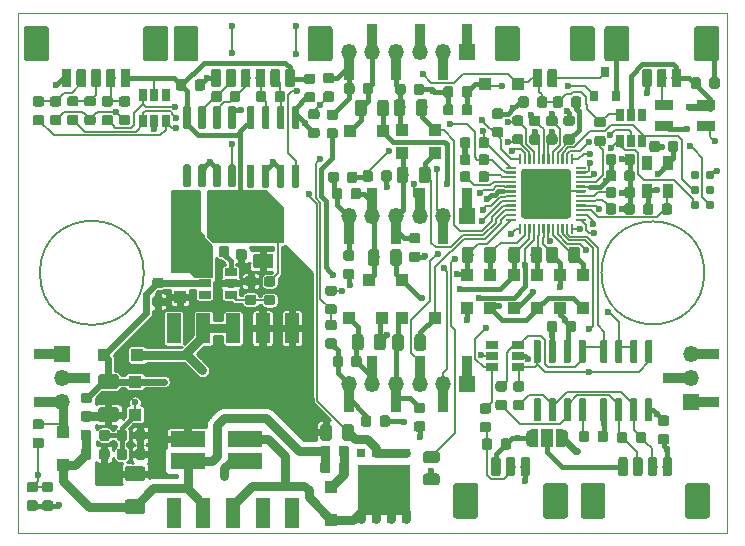
<source format=gtl>
G04 #@! TF.GenerationSoftware,KiCad,Pcbnew,5.1.2*
G04 #@! TF.CreationDate,2019-05-22T13:07:44+02:00*
G04 #@! TF.ProjectId,PAC5523,50414335-3532-4332-9e6b-696361645f70,rev?*
G04 #@! TF.SameCoordinates,Original*
G04 #@! TF.FileFunction,Copper,L1,Top*
G04 #@! TF.FilePolarity,Positive*
%FSLAX46Y46*%
G04 Gerber Fmt 4.6, Leading zero omitted, Abs format (unit mm)*
G04 Created by KiCad (PCBNEW 5.1.2) date 2019-05-22 13:07:44*
%MOMM*%
%LPD*%
G04 APERTURE LIST*
%ADD10C,0.150000*%
%ADD11C,0.050000*%
%ADD12R,3.000000X1.400000*%
%ADD13R,1.220000X2.540000*%
%ADD14R,1.060000X0.650000*%
%ADD15R,0.650000X1.060000*%
%ADD16C,0.100000*%
%ADD17C,0.600000*%
%ADD18C,0.875000*%
%ADD19R,1.200000X3.700000*%
%ADD20R,1.100000X1.100000*%
%ADD21R,1.600000X0.850000*%
%ADD22C,1.250000*%
%ADD23R,1.000000X1.500000*%
%ADD24C,0.500000*%
%ADD25C,2.100000*%
%ADD26C,0.800000*%
%ADD27R,0.700000X0.700000*%
%ADD28R,4.510000X4.350000*%
%ADD29C,0.200000*%
%ADD30C,4.200000*%
%ADD31R,0.950000X1.200000*%
%ADD32R,0.800000X0.900000*%
%ADD33C,0.784860*%
%ADD34C,0.975000*%
%ADD35R,2.350000X0.850000*%
%ADD36R,1.350000X1.350000*%
%ADD37O,1.350000X1.350000*%
%ADD38R,0.850000X2.350000*%
%ADD39C,0.154000*%
%ADD40C,0.400000*%
%ADD41C,0.800000*%
%ADD42C,0.200000*%
%ADD43C,0.600000*%
%ADD44C,0.254000*%
G04 APERTURE END LIST*
D10*
X30650284Y-45000000D02*
G75*
G03X30650284Y-45000000I-4400284J0D01*
G01*
X78104595Y-45000000D02*
G75*
G03X78104595Y-45000000I-4354595J0D01*
G01*
D11*
X20000000Y-23000000D02*
X80000000Y-23000000D01*
X20000000Y-67000000D02*
X20000000Y-23000000D01*
X80000000Y-67000000D02*
X20000000Y-67000000D01*
X80000000Y-23000000D02*
X80000000Y-67000000D01*
D12*
X34350000Y-59100000D03*
X39250000Y-60900000D03*
X39250000Y-59100000D03*
X34350000Y-60900000D03*
D13*
X43200000Y-49695000D03*
X40700000Y-49695000D03*
X38200000Y-49695000D03*
X35700000Y-49695000D03*
X33200000Y-49695000D03*
X33200000Y-65305000D03*
X35700000Y-65305000D03*
X38200000Y-65305000D03*
X40700000Y-65305000D03*
X43200000Y-65305000D03*
D14*
X60170000Y-52040000D03*
X60170000Y-52990000D03*
X60170000Y-51090000D03*
X62370000Y-51090000D03*
X62370000Y-52040000D03*
X62370000Y-52990000D03*
D15*
X31540000Y-29960000D03*
X30590000Y-29960000D03*
X32490000Y-29960000D03*
X32490000Y-32160000D03*
X31540000Y-32160000D03*
X30590000Y-32160000D03*
X71910000Y-31610000D03*
X70960000Y-31610000D03*
X72860000Y-31610000D03*
X72860000Y-33810000D03*
X71910000Y-33810000D03*
X70960000Y-33810000D03*
D16*
G36*
X34469703Y-30870722D02*
G01*
X34484264Y-30872882D01*
X34498543Y-30876459D01*
X34512403Y-30881418D01*
X34525710Y-30887712D01*
X34538336Y-30895280D01*
X34550159Y-30904048D01*
X34561066Y-30913934D01*
X34570952Y-30924841D01*
X34579720Y-30936664D01*
X34587288Y-30949290D01*
X34593582Y-30962597D01*
X34598541Y-30976457D01*
X34602118Y-30990736D01*
X34604278Y-31005297D01*
X34605000Y-31020000D01*
X34605000Y-32670000D01*
X34604278Y-32684703D01*
X34602118Y-32699264D01*
X34598541Y-32713543D01*
X34593582Y-32727403D01*
X34587288Y-32740710D01*
X34579720Y-32753336D01*
X34570952Y-32765159D01*
X34561066Y-32776066D01*
X34550159Y-32785952D01*
X34538336Y-32794720D01*
X34525710Y-32802288D01*
X34512403Y-32808582D01*
X34498543Y-32813541D01*
X34484264Y-32817118D01*
X34469703Y-32819278D01*
X34455000Y-32820000D01*
X34155000Y-32820000D01*
X34140297Y-32819278D01*
X34125736Y-32817118D01*
X34111457Y-32813541D01*
X34097597Y-32808582D01*
X34084290Y-32802288D01*
X34071664Y-32794720D01*
X34059841Y-32785952D01*
X34048934Y-32776066D01*
X34039048Y-32765159D01*
X34030280Y-32753336D01*
X34022712Y-32740710D01*
X34016418Y-32727403D01*
X34011459Y-32713543D01*
X34007882Y-32699264D01*
X34005722Y-32684703D01*
X34005000Y-32670000D01*
X34005000Y-31020000D01*
X34005722Y-31005297D01*
X34007882Y-30990736D01*
X34011459Y-30976457D01*
X34016418Y-30962597D01*
X34022712Y-30949290D01*
X34030280Y-30936664D01*
X34039048Y-30924841D01*
X34048934Y-30913934D01*
X34059841Y-30904048D01*
X34071664Y-30895280D01*
X34084290Y-30887712D01*
X34097597Y-30881418D01*
X34111457Y-30876459D01*
X34125736Y-30872882D01*
X34140297Y-30870722D01*
X34155000Y-30870000D01*
X34455000Y-30870000D01*
X34469703Y-30870722D01*
X34469703Y-30870722D01*
G37*
D17*
X34305000Y-31845000D03*
D16*
G36*
X35739703Y-30870722D02*
G01*
X35754264Y-30872882D01*
X35768543Y-30876459D01*
X35782403Y-30881418D01*
X35795710Y-30887712D01*
X35808336Y-30895280D01*
X35820159Y-30904048D01*
X35831066Y-30913934D01*
X35840952Y-30924841D01*
X35849720Y-30936664D01*
X35857288Y-30949290D01*
X35863582Y-30962597D01*
X35868541Y-30976457D01*
X35872118Y-30990736D01*
X35874278Y-31005297D01*
X35875000Y-31020000D01*
X35875000Y-32670000D01*
X35874278Y-32684703D01*
X35872118Y-32699264D01*
X35868541Y-32713543D01*
X35863582Y-32727403D01*
X35857288Y-32740710D01*
X35849720Y-32753336D01*
X35840952Y-32765159D01*
X35831066Y-32776066D01*
X35820159Y-32785952D01*
X35808336Y-32794720D01*
X35795710Y-32802288D01*
X35782403Y-32808582D01*
X35768543Y-32813541D01*
X35754264Y-32817118D01*
X35739703Y-32819278D01*
X35725000Y-32820000D01*
X35425000Y-32820000D01*
X35410297Y-32819278D01*
X35395736Y-32817118D01*
X35381457Y-32813541D01*
X35367597Y-32808582D01*
X35354290Y-32802288D01*
X35341664Y-32794720D01*
X35329841Y-32785952D01*
X35318934Y-32776066D01*
X35309048Y-32765159D01*
X35300280Y-32753336D01*
X35292712Y-32740710D01*
X35286418Y-32727403D01*
X35281459Y-32713543D01*
X35277882Y-32699264D01*
X35275722Y-32684703D01*
X35275000Y-32670000D01*
X35275000Y-31020000D01*
X35275722Y-31005297D01*
X35277882Y-30990736D01*
X35281459Y-30976457D01*
X35286418Y-30962597D01*
X35292712Y-30949290D01*
X35300280Y-30936664D01*
X35309048Y-30924841D01*
X35318934Y-30913934D01*
X35329841Y-30904048D01*
X35341664Y-30895280D01*
X35354290Y-30887712D01*
X35367597Y-30881418D01*
X35381457Y-30876459D01*
X35395736Y-30872882D01*
X35410297Y-30870722D01*
X35425000Y-30870000D01*
X35725000Y-30870000D01*
X35739703Y-30870722D01*
X35739703Y-30870722D01*
G37*
D17*
X35575000Y-31845000D03*
D16*
G36*
X37009703Y-30870722D02*
G01*
X37024264Y-30872882D01*
X37038543Y-30876459D01*
X37052403Y-30881418D01*
X37065710Y-30887712D01*
X37078336Y-30895280D01*
X37090159Y-30904048D01*
X37101066Y-30913934D01*
X37110952Y-30924841D01*
X37119720Y-30936664D01*
X37127288Y-30949290D01*
X37133582Y-30962597D01*
X37138541Y-30976457D01*
X37142118Y-30990736D01*
X37144278Y-31005297D01*
X37145000Y-31020000D01*
X37145000Y-32670000D01*
X37144278Y-32684703D01*
X37142118Y-32699264D01*
X37138541Y-32713543D01*
X37133582Y-32727403D01*
X37127288Y-32740710D01*
X37119720Y-32753336D01*
X37110952Y-32765159D01*
X37101066Y-32776066D01*
X37090159Y-32785952D01*
X37078336Y-32794720D01*
X37065710Y-32802288D01*
X37052403Y-32808582D01*
X37038543Y-32813541D01*
X37024264Y-32817118D01*
X37009703Y-32819278D01*
X36995000Y-32820000D01*
X36695000Y-32820000D01*
X36680297Y-32819278D01*
X36665736Y-32817118D01*
X36651457Y-32813541D01*
X36637597Y-32808582D01*
X36624290Y-32802288D01*
X36611664Y-32794720D01*
X36599841Y-32785952D01*
X36588934Y-32776066D01*
X36579048Y-32765159D01*
X36570280Y-32753336D01*
X36562712Y-32740710D01*
X36556418Y-32727403D01*
X36551459Y-32713543D01*
X36547882Y-32699264D01*
X36545722Y-32684703D01*
X36545000Y-32670000D01*
X36545000Y-31020000D01*
X36545722Y-31005297D01*
X36547882Y-30990736D01*
X36551459Y-30976457D01*
X36556418Y-30962597D01*
X36562712Y-30949290D01*
X36570280Y-30936664D01*
X36579048Y-30924841D01*
X36588934Y-30913934D01*
X36599841Y-30904048D01*
X36611664Y-30895280D01*
X36624290Y-30887712D01*
X36637597Y-30881418D01*
X36651457Y-30876459D01*
X36665736Y-30872882D01*
X36680297Y-30870722D01*
X36695000Y-30870000D01*
X36995000Y-30870000D01*
X37009703Y-30870722D01*
X37009703Y-30870722D01*
G37*
D17*
X36845000Y-31845000D03*
D16*
G36*
X38279703Y-30870722D02*
G01*
X38294264Y-30872882D01*
X38308543Y-30876459D01*
X38322403Y-30881418D01*
X38335710Y-30887712D01*
X38348336Y-30895280D01*
X38360159Y-30904048D01*
X38371066Y-30913934D01*
X38380952Y-30924841D01*
X38389720Y-30936664D01*
X38397288Y-30949290D01*
X38403582Y-30962597D01*
X38408541Y-30976457D01*
X38412118Y-30990736D01*
X38414278Y-31005297D01*
X38415000Y-31020000D01*
X38415000Y-32670000D01*
X38414278Y-32684703D01*
X38412118Y-32699264D01*
X38408541Y-32713543D01*
X38403582Y-32727403D01*
X38397288Y-32740710D01*
X38389720Y-32753336D01*
X38380952Y-32765159D01*
X38371066Y-32776066D01*
X38360159Y-32785952D01*
X38348336Y-32794720D01*
X38335710Y-32802288D01*
X38322403Y-32808582D01*
X38308543Y-32813541D01*
X38294264Y-32817118D01*
X38279703Y-32819278D01*
X38265000Y-32820000D01*
X37965000Y-32820000D01*
X37950297Y-32819278D01*
X37935736Y-32817118D01*
X37921457Y-32813541D01*
X37907597Y-32808582D01*
X37894290Y-32802288D01*
X37881664Y-32794720D01*
X37869841Y-32785952D01*
X37858934Y-32776066D01*
X37849048Y-32765159D01*
X37840280Y-32753336D01*
X37832712Y-32740710D01*
X37826418Y-32727403D01*
X37821459Y-32713543D01*
X37817882Y-32699264D01*
X37815722Y-32684703D01*
X37815000Y-32670000D01*
X37815000Y-31020000D01*
X37815722Y-31005297D01*
X37817882Y-30990736D01*
X37821459Y-30976457D01*
X37826418Y-30962597D01*
X37832712Y-30949290D01*
X37840280Y-30936664D01*
X37849048Y-30924841D01*
X37858934Y-30913934D01*
X37869841Y-30904048D01*
X37881664Y-30895280D01*
X37894290Y-30887712D01*
X37907597Y-30881418D01*
X37921457Y-30876459D01*
X37935736Y-30872882D01*
X37950297Y-30870722D01*
X37965000Y-30870000D01*
X38265000Y-30870000D01*
X38279703Y-30870722D01*
X38279703Y-30870722D01*
G37*
D17*
X38115000Y-31845000D03*
D16*
G36*
X38279703Y-35820722D02*
G01*
X38294264Y-35822882D01*
X38308543Y-35826459D01*
X38322403Y-35831418D01*
X38335710Y-35837712D01*
X38348336Y-35845280D01*
X38360159Y-35854048D01*
X38371066Y-35863934D01*
X38380952Y-35874841D01*
X38389720Y-35886664D01*
X38397288Y-35899290D01*
X38403582Y-35912597D01*
X38408541Y-35926457D01*
X38412118Y-35940736D01*
X38414278Y-35955297D01*
X38415000Y-35970000D01*
X38415000Y-37620000D01*
X38414278Y-37634703D01*
X38412118Y-37649264D01*
X38408541Y-37663543D01*
X38403582Y-37677403D01*
X38397288Y-37690710D01*
X38389720Y-37703336D01*
X38380952Y-37715159D01*
X38371066Y-37726066D01*
X38360159Y-37735952D01*
X38348336Y-37744720D01*
X38335710Y-37752288D01*
X38322403Y-37758582D01*
X38308543Y-37763541D01*
X38294264Y-37767118D01*
X38279703Y-37769278D01*
X38265000Y-37770000D01*
X37965000Y-37770000D01*
X37950297Y-37769278D01*
X37935736Y-37767118D01*
X37921457Y-37763541D01*
X37907597Y-37758582D01*
X37894290Y-37752288D01*
X37881664Y-37744720D01*
X37869841Y-37735952D01*
X37858934Y-37726066D01*
X37849048Y-37715159D01*
X37840280Y-37703336D01*
X37832712Y-37690710D01*
X37826418Y-37677403D01*
X37821459Y-37663543D01*
X37817882Y-37649264D01*
X37815722Y-37634703D01*
X37815000Y-37620000D01*
X37815000Y-35970000D01*
X37815722Y-35955297D01*
X37817882Y-35940736D01*
X37821459Y-35926457D01*
X37826418Y-35912597D01*
X37832712Y-35899290D01*
X37840280Y-35886664D01*
X37849048Y-35874841D01*
X37858934Y-35863934D01*
X37869841Y-35854048D01*
X37881664Y-35845280D01*
X37894290Y-35837712D01*
X37907597Y-35831418D01*
X37921457Y-35826459D01*
X37935736Y-35822882D01*
X37950297Y-35820722D01*
X37965000Y-35820000D01*
X38265000Y-35820000D01*
X38279703Y-35820722D01*
X38279703Y-35820722D01*
G37*
D17*
X38115000Y-36795000D03*
D16*
G36*
X37009703Y-35820722D02*
G01*
X37024264Y-35822882D01*
X37038543Y-35826459D01*
X37052403Y-35831418D01*
X37065710Y-35837712D01*
X37078336Y-35845280D01*
X37090159Y-35854048D01*
X37101066Y-35863934D01*
X37110952Y-35874841D01*
X37119720Y-35886664D01*
X37127288Y-35899290D01*
X37133582Y-35912597D01*
X37138541Y-35926457D01*
X37142118Y-35940736D01*
X37144278Y-35955297D01*
X37145000Y-35970000D01*
X37145000Y-37620000D01*
X37144278Y-37634703D01*
X37142118Y-37649264D01*
X37138541Y-37663543D01*
X37133582Y-37677403D01*
X37127288Y-37690710D01*
X37119720Y-37703336D01*
X37110952Y-37715159D01*
X37101066Y-37726066D01*
X37090159Y-37735952D01*
X37078336Y-37744720D01*
X37065710Y-37752288D01*
X37052403Y-37758582D01*
X37038543Y-37763541D01*
X37024264Y-37767118D01*
X37009703Y-37769278D01*
X36995000Y-37770000D01*
X36695000Y-37770000D01*
X36680297Y-37769278D01*
X36665736Y-37767118D01*
X36651457Y-37763541D01*
X36637597Y-37758582D01*
X36624290Y-37752288D01*
X36611664Y-37744720D01*
X36599841Y-37735952D01*
X36588934Y-37726066D01*
X36579048Y-37715159D01*
X36570280Y-37703336D01*
X36562712Y-37690710D01*
X36556418Y-37677403D01*
X36551459Y-37663543D01*
X36547882Y-37649264D01*
X36545722Y-37634703D01*
X36545000Y-37620000D01*
X36545000Y-35970000D01*
X36545722Y-35955297D01*
X36547882Y-35940736D01*
X36551459Y-35926457D01*
X36556418Y-35912597D01*
X36562712Y-35899290D01*
X36570280Y-35886664D01*
X36579048Y-35874841D01*
X36588934Y-35863934D01*
X36599841Y-35854048D01*
X36611664Y-35845280D01*
X36624290Y-35837712D01*
X36637597Y-35831418D01*
X36651457Y-35826459D01*
X36665736Y-35822882D01*
X36680297Y-35820722D01*
X36695000Y-35820000D01*
X36995000Y-35820000D01*
X37009703Y-35820722D01*
X37009703Y-35820722D01*
G37*
D17*
X36845000Y-36795000D03*
D16*
G36*
X35739703Y-35820722D02*
G01*
X35754264Y-35822882D01*
X35768543Y-35826459D01*
X35782403Y-35831418D01*
X35795710Y-35837712D01*
X35808336Y-35845280D01*
X35820159Y-35854048D01*
X35831066Y-35863934D01*
X35840952Y-35874841D01*
X35849720Y-35886664D01*
X35857288Y-35899290D01*
X35863582Y-35912597D01*
X35868541Y-35926457D01*
X35872118Y-35940736D01*
X35874278Y-35955297D01*
X35875000Y-35970000D01*
X35875000Y-37620000D01*
X35874278Y-37634703D01*
X35872118Y-37649264D01*
X35868541Y-37663543D01*
X35863582Y-37677403D01*
X35857288Y-37690710D01*
X35849720Y-37703336D01*
X35840952Y-37715159D01*
X35831066Y-37726066D01*
X35820159Y-37735952D01*
X35808336Y-37744720D01*
X35795710Y-37752288D01*
X35782403Y-37758582D01*
X35768543Y-37763541D01*
X35754264Y-37767118D01*
X35739703Y-37769278D01*
X35725000Y-37770000D01*
X35425000Y-37770000D01*
X35410297Y-37769278D01*
X35395736Y-37767118D01*
X35381457Y-37763541D01*
X35367597Y-37758582D01*
X35354290Y-37752288D01*
X35341664Y-37744720D01*
X35329841Y-37735952D01*
X35318934Y-37726066D01*
X35309048Y-37715159D01*
X35300280Y-37703336D01*
X35292712Y-37690710D01*
X35286418Y-37677403D01*
X35281459Y-37663543D01*
X35277882Y-37649264D01*
X35275722Y-37634703D01*
X35275000Y-37620000D01*
X35275000Y-35970000D01*
X35275722Y-35955297D01*
X35277882Y-35940736D01*
X35281459Y-35926457D01*
X35286418Y-35912597D01*
X35292712Y-35899290D01*
X35300280Y-35886664D01*
X35309048Y-35874841D01*
X35318934Y-35863934D01*
X35329841Y-35854048D01*
X35341664Y-35845280D01*
X35354290Y-35837712D01*
X35367597Y-35831418D01*
X35381457Y-35826459D01*
X35395736Y-35822882D01*
X35410297Y-35820722D01*
X35425000Y-35820000D01*
X35725000Y-35820000D01*
X35739703Y-35820722D01*
X35739703Y-35820722D01*
G37*
D17*
X35575000Y-36795000D03*
D16*
G36*
X34469703Y-35820722D02*
G01*
X34484264Y-35822882D01*
X34498543Y-35826459D01*
X34512403Y-35831418D01*
X34525710Y-35837712D01*
X34538336Y-35845280D01*
X34550159Y-35854048D01*
X34561066Y-35863934D01*
X34570952Y-35874841D01*
X34579720Y-35886664D01*
X34587288Y-35899290D01*
X34593582Y-35912597D01*
X34598541Y-35926457D01*
X34602118Y-35940736D01*
X34604278Y-35955297D01*
X34605000Y-35970000D01*
X34605000Y-37620000D01*
X34604278Y-37634703D01*
X34602118Y-37649264D01*
X34598541Y-37663543D01*
X34593582Y-37677403D01*
X34587288Y-37690710D01*
X34579720Y-37703336D01*
X34570952Y-37715159D01*
X34561066Y-37726066D01*
X34550159Y-37735952D01*
X34538336Y-37744720D01*
X34525710Y-37752288D01*
X34512403Y-37758582D01*
X34498543Y-37763541D01*
X34484264Y-37767118D01*
X34469703Y-37769278D01*
X34455000Y-37770000D01*
X34155000Y-37770000D01*
X34140297Y-37769278D01*
X34125736Y-37767118D01*
X34111457Y-37763541D01*
X34097597Y-37758582D01*
X34084290Y-37752288D01*
X34071664Y-37744720D01*
X34059841Y-37735952D01*
X34048934Y-37726066D01*
X34039048Y-37715159D01*
X34030280Y-37703336D01*
X34022712Y-37690710D01*
X34016418Y-37677403D01*
X34011459Y-37663543D01*
X34007882Y-37649264D01*
X34005722Y-37634703D01*
X34005000Y-37620000D01*
X34005000Y-35970000D01*
X34005722Y-35955297D01*
X34007882Y-35940736D01*
X34011459Y-35926457D01*
X34016418Y-35912597D01*
X34022712Y-35899290D01*
X34030280Y-35886664D01*
X34039048Y-35874841D01*
X34048934Y-35863934D01*
X34059841Y-35854048D01*
X34071664Y-35845280D01*
X34084290Y-35837712D01*
X34097597Y-35831418D01*
X34111457Y-35826459D01*
X34125736Y-35822882D01*
X34140297Y-35820722D01*
X34155000Y-35820000D01*
X34455000Y-35820000D01*
X34469703Y-35820722D01*
X34469703Y-35820722D01*
G37*
D17*
X34305000Y-36795000D03*
D16*
G36*
X39859703Y-30880722D02*
G01*
X39874264Y-30882882D01*
X39888543Y-30886459D01*
X39902403Y-30891418D01*
X39915710Y-30897712D01*
X39928336Y-30905280D01*
X39940159Y-30914048D01*
X39951066Y-30923934D01*
X39960952Y-30934841D01*
X39969720Y-30946664D01*
X39977288Y-30959290D01*
X39983582Y-30972597D01*
X39988541Y-30986457D01*
X39992118Y-31000736D01*
X39994278Y-31015297D01*
X39995000Y-31030000D01*
X39995000Y-32680000D01*
X39994278Y-32694703D01*
X39992118Y-32709264D01*
X39988541Y-32723543D01*
X39983582Y-32737403D01*
X39977288Y-32750710D01*
X39969720Y-32763336D01*
X39960952Y-32775159D01*
X39951066Y-32786066D01*
X39940159Y-32795952D01*
X39928336Y-32804720D01*
X39915710Y-32812288D01*
X39902403Y-32818582D01*
X39888543Y-32823541D01*
X39874264Y-32827118D01*
X39859703Y-32829278D01*
X39845000Y-32830000D01*
X39545000Y-32830000D01*
X39530297Y-32829278D01*
X39515736Y-32827118D01*
X39501457Y-32823541D01*
X39487597Y-32818582D01*
X39474290Y-32812288D01*
X39461664Y-32804720D01*
X39449841Y-32795952D01*
X39438934Y-32786066D01*
X39429048Y-32775159D01*
X39420280Y-32763336D01*
X39412712Y-32750710D01*
X39406418Y-32737403D01*
X39401459Y-32723543D01*
X39397882Y-32709264D01*
X39395722Y-32694703D01*
X39395000Y-32680000D01*
X39395000Y-31030000D01*
X39395722Y-31015297D01*
X39397882Y-31000736D01*
X39401459Y-30986457D01*
X39406418Y-30972597D01*
X39412712Y-30959290D01*
X39420280Y-30946664D01*
X39429048Y-30934841D01*
X39438934Y-30923934D01*
X39449841Y-30914048D01*
X39461664Y-30905280D01*
X39474290Y-30897712D01*
X39487597Y-30891418D01*
X39501457Y-30886459D01*
X39515736Y-30882882D01*
X39530297Y-30880722D01*
X39545000Y-30880000D01*
X39845000Y-30880000D01*
X39859703Y-30880722D01*
X39859703Y-30880722D01*
G37*
D17*
X39695000Y-31855000D03*
D16*
G36*
X41129703Y-30880722D02*
G01*
X41144264Y-30882882D01*
X41158543Y-30886459D01*
X41172403Y-30891418D01*
X41185710Y-30897712D01*
X41198336Y-30905280D01*
X41210159Y-30914048D01*
X41221066Y-30923934D01*
X41230952Y-30934841D01*
X41239720Y-30946664D01*
X41247288Y-30959290D01*
X41253582Y-30972597D01*
X41258541Y-30986457D01*
X41262118Y-31000736D01*
X41264278Y-31015297D01*
X41265000Y-31030000D01*
X41265000Y-32680000D01*
X41264278Y-32694703D01*
X41262118Y-32709264D01*
X41258541Y-32723543D01*
X41253582Y-32737403D01*
X41247288Y-32750710D01*
X41239720Y-32763336D01*
X41230952Y-32775159D01*
X41221066Y-32786066D01*
X41210159Y-32795952D01*
X41198336Y-32804720D01*
X41185710Y-32812288D01*
X41172403Y-32818582D01*
X41158543Y-32823541D01*
X41144264Y-32827118D01*
X41129703Y-32829278D01*
X41115000Y-32830000D01*
X40815000Y-32830000D01*
X40800297Y-32829278D01*
X40785736Y-32827118D01*
X40771457Y-32823541D01*
X40757597Y-32818582D01*
X40744290Y-32812288D01*
X40731664Y-32804720D01*
X40719841Y-32795952D01*
X40708934Y-32786066D01*
X40699048Y-32775159D01*
X40690280Y-32763336D01*
X40682712Y-32750710D01*
X40676418Y-32737403D01*
X40671459Y-32723543D01*
X40667882Y-32709264D01*
X40665722Y-32694703D01*
X40665000Y-32680000D01*
X40665000Y-31030000D01*
X40665722Y-31015297D01*
X40667882Y-31000736D01*
X40671459Y-30986457D01*
X40676418Y-30972597D01*
X40682712Y-30959290D01*
X40690280Y-30946664D01*
X40699048Y-30934841D01*
X40708934Y-30923934D01*
X40719841Y-30914048D01*
X40731664Y-30905280D01*
X40744290Y-30897712D01*
X40757597Y-30891418D01*
X40771457Y-30886459D01*
X40785736Y-30882882D01*
X40800297Y-30880722D01*
X40815000Y-30880000D01*
X41115000Y-30880000D01*
X41129703Y-30880722D01*
X41129703Y-30880722D01*
G37*
D17*
X40965000Y-31855000D03*
D16*
G36*
X42399703Y-30880722D02*
G01*
X42414264Y-30882882D01*
X42428543Y-30886459D01*
X42442403Y-30891418D01*
X42455710Y-30897712D01*
X42468336Y-30905280D01*
X42480159Y-30914048D01*
X42491066Y-30923934D01*
X42500952Y-30934841D01*
X42509720Y-30946664D01*
X42517288Y-30959290D01*
X42523582Y-30972597D01*
X42528541Y-30986457D01*
X42532118Y-31000736D01*
X42534278Y-31015297D01*
X42535000Y-31030000D01*
X42535000Y-32680000D01*
X42534278Y-32694703D01*
X42532118Y-32709264D01*
X42528541Y-32723543D01*
X42523582Y-32737403D01*
X42517288Y-32750710D01*
X42509720Y-32763336D01*
X42500952Y-32775159D01*
X42491066Y-32786066D01*
X42480159Y-32795952D01*
X42468336Y-32804720D01*
X42455710Y-32812288D01*
X42442403Y-32818582D01*
X42428543Y-32823541D01*
X42414264Y-32827118D01*
X42399703Y-32829278D01*
X42385000Y-32830000D01*
X42085000Y-32830000D01*
X42070297Y-32829278D01*
X42055736Y-32827118D01*
X42041457Y-32823541D01*
X42027597Y-32818582D01*
X42014290Y-32812288D01*
X42001664Y-32804720D01*
X41989841Y-32795952D01*
X41978934Y-32786066D01*
X41969048Y-32775159D01*
X41960280Y-32763336D01*
X41952712Y-32750710D01*
X41946418Y-32737403D01*
X41941459Y-32723543D01*
X41937882Y-32709264D01*
X41935722Y-32694703D01*
X41935000Y-32680000D01*
X41935000Y-31030000D01*
X41935722Y-31015297D01*
X41937882Y-31000736D01*
X41941459Y-30986457D01*
X41946418Y-30972597D01*
X41952712Y-30959290D01*
X41960280Y-30946664D01*
X41969048Y-30934841D01*
X41978934Y-30923934D01*
X41989841Y-30914048D01*
X42001664Y-30905280D01*
X42014290Y-30897712D01*
X42027597Y-30891418D01*
X42041457Y-30886459D01*
X42055736Y-30882882D01*
X42070297Y-30880722D01*
X42085000Y-30880000D01*
X42385000Y-30880000D01*
X42399703Y-30880722D01*
X42399703Y-30880722D01*
G37*
D17*
X42235000Y-31855000D03*
D16*
G36*
X43669703Y-30880722D02*
G01*
X43684264Y-30882882D01*
X43698543Y-30886459D01*
X43712403Y-30891418D01*
X43725710Y-30897712D01*
X43738336Y-30905280D01*
X43750159Y-30914048D01*
X43761066Y-30923934D01*
X43770952Y-30934841D01*
X43779720Y-30946664D01*
X43787288Y-30959290D01*
X43793582Y-30972597D01*
X43798541Y-30986457D01*
X43802118Y-31000736D01*
X43804278Y-31015297D01*
X43805000Y-31030000D01*
X43805000Y-32680000D01*
X43804278Y-32694703D01*
X43802118Y-32709264D01*
X43798541Y-32723543D01*
X43793582Y-32737403D01*
X43787288Y-32750710D01*
X43779720Y-32763336D01*
X43770952Y-32775159D01*
X43761066Y-32786066D01*
X43750159Y-32795952D01*
X43738336Y-32804720D01*
X43725710Y-32812288D01*
X43712403Y-32818582D01*
X43698543Y-32823541D01*
X43684264Y-32827118D01*
X43669703Y-32829278D01*
X43655000Y-32830000D01*
X43355000Y-32830000D01*
X43340297Y-32829278D01*
X43325736Y-32827118D01*
X43311457Y-32823541D01*
X43297597Y-32818582D01*
X43284290Y-32812288D01*
X43271664Y-32804720D01*
X43259841Y-32795952D01*
X43248934Y-32786066D01*
X43239048Y-32775159D01*
X43230280Y-32763336D01*
X43222712Y-32750710D01*
X43216418Y-32737403D01*
X43211459Y-32723543D01*
X43207882Y-32709264D01*
X43205722Y-32694703D01*
X43205000Y-32680000D01*
X43205000Y-31030000D01*
X43205722Y-31015297D01*
X43207882Y-31000736D01*
X43211459Y-30986457D01*
X43216418Y-30972597D01*
X43222712Y-30959290D01*
X43230280Y-30946664D01*
X43239048Y-30934841D01*
X43248934Y-30923934D01*
X43259841Y-30914048D01*
X43271664Y-30905280D01*
X43284290Y-30897712D01*
X43297597Y-30891418D01*
X43311457Y-30886459D01*
X43325736Y-30882882D01*
X43340297Y-30880722D01*
X43355000Y-30880000D01*
X43655000Y-30880000D01*
X43669703Y-30880722D01*
X43669703Y-30880722D01*
G37*
D17*
X43505000Y-31855000D03*
D16*
G36*
X43669703Y-35830722D02*
G01*
X43684264Y-35832882D01*
X43698543Y-35836459D01*
X43712403Y-35841418D01*
X43725710Y-35847712D01*
X43738336Y-35855280D01*
X43750159Y-35864048D01*
X43761066Y-35873934D01*
X43770952Y-35884841D01*
X43779720Y-35896664D01*
X43787288Y-35909290D01*
X43793582Y-35922597D01*
X43798541Y-35936457D01*
X43802118Y-35950736D01*
X43804278Y-35965297D01*
X43805000Y-35980000D01*
X43805000Y-37630000D01*
X43804278Y-37644703D01*
X43802118Y-37659264D01*
X43798541Y-37673543D01*
X43793582Y-37687403D01*
X43787288Y-37700710D01*
X43779720Y-37713336D01*
X43770952Y-37725159D01*
X43761066Y-37736066D01*
X43750159Y-37745952D01*
X43738336Y-37754720D01*
X43725710Y-37762288D01*
X43712403Y-37768582D01*
X43698543Y-37773541D01*
X43684264Y-37777118D01*
X43669703Y-37779278D01*
X43655000Y-37780000D01*
X43355000Y-37780000D01*
X43340297Y-37779278D01*
X43325736Y-37777118D01*
X43311457Y-37773541D01*
X43297597Y-37768582D01*
X43284290Y-37762288D01*
X43271664Y-37754720D01*
X43259841Y-37745952D01*
X43248934Y-37736066D01*
X43239048Y-37725159D01*
X43230280Y-37713336D01*
X43222712Y-37700710D01*
X43216418Y-37687403D01*
X43211459Y-37673543D01*
X43207882Y-37659264D01*
X43205722Y-37644703D01*
X43205000Y-37630000D01*
X43205000Y-35980000D01*
X43205722Y-35965297D01*
X43207882Y-35950736D01*
X43211459Y-35936457D01*
X43216418Y-35922597D01*
X43222712Y-35909290D01*
X43230280Y-35896664D01*
X43239048Y-35884841D01*
X43248934Y-35873934D01*
X43259841Y-35864048D01*
X43271664Y-35855280D01*
X43284290Y-35847712D01*
X43297597Y-35841418D01*
X43311457Y-35836459D01*
X43325736Y-35832882D01*
X43340297Y-35830722D01*
X43355000Y-35830000D01*
X43655000Y-35830000D01*
X43669703Y-35830722D01*
X43669703Y-35830722D01*
G37*
D17*
X43505000Y-36805000D03*
D16*
G36*
X42399703Y-35830722D02*
G01*
X42414264Y-35832882D01*
X42428543Y-35836459D01*
X42442403Y-35841418D01*
X42455710Y-35847712D01*
X42468336Y-35855280D01*
X42480159Y-35864048D01*
X42491066Y-35873934D01*
X42500952Y-35884841D01*
X42509720Y-35896664D01*
X42517288Y-35909290D01*
X42523582Y-35922597D01*
X42528541Y-35936457D01*
X42532118Y-35950736D01*
X42534278Y-35965297D01*
X42535000Y-35980000D01*
X42535000Y-37630000D01*
X42534278Y-37644703D01*
X42532118Y-37659264D01*
X42528541Y-37673543D01*
X42523582Y-37687403D01*
X42517288Y-37700710D01*
X42509720Y-37713336D01*
X42500952Y-37725159D01*
X42491066Y-37736066D01*
X42480159Y-37745952D01*
X42468336Y-37754720D01*
X42455710Y-37762288D01*
X42442403Y-37768582D01*
X42428543Y-37773541D01*
X42414264Y-37777118D01*
X42399703Y-37779278D01*
X42385000Y-37780000D01*
X42085000Y-37780000D01*
X42070297Y-37779278D01*
X42055736Y-37777118D01*
X42041457Y-37773541D01*
X42027597Y-37768582D01*
X42014290Y-37762288D01*
X42001664Y-37754720D01*
X41989841Y-37745952D01*
X41978934Y-37736066D01*
X41969048Y-37725159D01*
X41960280Y-37713336D01*
X41952712Y-37700710D01*
X41946418Y-37687403D01*
X41941459Y-37673543D01*
X41937882Y-37659264D01*
X41935722Y-37644703D01*
X41935000Y-37630000D01*
X41935000Y-35980000D01*
X41935722Y-35965297D01*
X41937882Y-35950736D01*
X41941459Y-35936457D01*
X41946418Y-35922597D01*
X41952712Y-35909290D01*
X41960280Y-35896664D01*
X41969048Y-35884841D01*
X41978934Y-35873934D01*
X41989841Y-35864048D01*
X42001664Y-35855280D01*
X42014290Y-35847712D01*
X42027597Y-35841418D01*
X42041457Y-35836459D01*
X42055736Y-35832882D01*
X42070297Y-35830722D01*
X42085000Y-35830000D01*
X42385000Y-35830000D01*
X42399703Y-35830722D01*
X42399703Y-35830722D01*
G37*
D17*
X42235000Y-36805000D03*
D16*
G36*
X41129703Y-35830722D02*
G01*
X41144264Y-35832882D01*
X41158543Y-35836459D01*
X41172403Y-35841418D01*
X41185710Y-35847712D01*
X41198336Y-35855280D01*
X41210159Y-35864048D01*
X41221066Y-35873934D01*
X41230952Y-35884841D01*
X41239720Y-35896664D01*
X41247288Y-35909290D01*
X41253582Y-35922597D01*
X41258541Y-35936457D01*
X41262118Y-35950736D01*
X41264278Y-35965297D01*
X41265000Y-35980000D01*
X41265000Y-37630000D01*
X41264278Y-37644703D01*
X41262118Y-37659264D01*
X41258541Y-37673543D01*
X41253582Y-37687403D01*
X41247288Y-37700710D01*
X41239720Y-37713336D01*
X41230952Y-37725159D01*
X41221066Y-37736066D01*
X41210159Y-37745952D01*
X41198336Y-37754720D01*
X41185710Y-37762288D01*
X41172403Y-37768582D01*
X41158543Y-37773541D01*
X41144264Y-37777118D01*
X41129703Y-37779278D01*
X41115000Y-37780000D01*
X40815000Y-37780000D01*
X40800297Y-37779278D01*
X40785736Y-37777118D01*
X40771457Y-37773541D01*
X40757597Y-37768582D01*
X40744290Y-37762288D01*
X40731664Y-37754720D01*
X40719841Y-37745952D01*
X40708934Y-37736066D01*
X40699048Y-37725159D01*
X40690280Y-37713336D01*
X40682712Y-37700710D01*
X40676418Y-37687403D01*
X40671459Y-37673543D01*
X40667882Y-37659264D01*
X40665722Y-37644703D01*
X40665000Y-37630000D01*
X40665000Y-35980000D01*
X40665722Y-35965297D01*
X40667882Y-35950736D01*
X40671459Y-35936457D01*
X40676418Y-35922597D01*
X40682712Y-35909290D01*
X40690280Y-35896664D01*
X40699048Y-35884841D01*
X40708934Y-35873934D01*
X40719841Y-35864048D01*
X40731664Y-35855280D01*
X40744290Y-35847712D01*
X40757597Y-35841418D01*
X40771457Y-35836459D01*
X40785736Y-35832882D01*
X40800297Y-35830722D01*
X40815000Y-35830000D01*
X41115000Y-35830000D01*
X41129703Y-35830722D01*
X41129703Y-35830722D01*
G37*
D17*
X40965000Y-36805000D03*
D16*
G36*
X39859703Y-35830722D02*
G01*
X39874264Y-35832882D01*
X39888543Y-35836459D01*
X39902403Y-35841418D01*
X39915710Y-35847712D01*
X39928336Y-35855280D01*
X39940159Y-35864048D01*
X39951066Y-35873934D01*
X39960952Y-35884841D01*
X39969720Y-35896664D01*
X39977288Y-35909290D01*
X39983582Y-35922597D01*
X39988541Y-35936457D01*
X39992118Y-35950736D01*
X39994278Y-35965297D01*
X39995000Y-35980000D01*
X39995000Y-37630000D01*
X39994278Y-37644703D01*
X39992118Y-37659264D01*
X39988541Y-37673543D01*
X39983582Y-37687403D01*
X39977288Y-37700710D01*
X39969720Y-37713336D01*
X39960952Y-37725159D01*
X39951066Y-37736066D01*
X39940159Y-37745952D01*
X39928336Y-37754720D01*
X39915710Y-37762288D01*
X39902403Y-37768582D01*
X39888543Y-37773541D01*
X39874264Y-37777118D01*
X39859703Y-37779278D01*
X39845000Y-37780000D01*
X39545000Y-37780000D01*
X39530297Y-37779278D01*
X39515736Y-37777118D01*
X39501457Y-37773541D01*
X39487597Y-37768582D01*
X39474290Y-37762288D01*
X39461664Y-37754720D01*
X39449841Y-37745952D01*
X39438934Y-37736066D01*
X39429048Y-37725159D01*
X39420280Y-37713336D01*
X39412712Y-37700710D01*
X39406418Y-37687403D01*
X39401459Y-37673543D01*
X39397882Y-37659264D01*
X39395722Y-37644703D01*
X39395000Y-37630000D01*
X39395000Y-35980000D01*
X39395722Y-35965297D01*
X39397882Y-35950736D01*
X39401459Y-35936457D01*
X39406418Y-35922597D01*
X39412712Y-35909290D01*
X39420280Y-35896664D01*
X39429048Y-35884841D01*
X39438934Y-35873934D01*
X39449841Y-35864048D01*
X39461664Y-35855280D01*
X39474290Y-35847712D01*
X39487597Y-35841418D01*
X39501457Y-35836459D01*
X39515736Y-35832882D01*
X39530297Y-35830722D01*
X39545000Y-35830000D01*
X39845000Y-35830000D01*
X39859703Y-35830722D01*
X39859703Y-35830722D01*
G37*
D17*
X39695000Y-36805000D03*
D16*
G36*
X73559703Y-55630722D02*
G01*
X73574264Y-55632882D01*
X73588543Y-55636459D01*
X73602403Y-55641418D01*
X73615710Y-55647712D01*
X73628336Y-55655280D01*
X73640159Y-55664048D01*
X73651066Y-55673934D01*
X73660952Y-55684841D01*
X73669720Y-55696664D01*
X73677288Y-55709290D01*
X73683582Y-55722597D01*
X73688541Y-55736457D01*
X73692118Y-55750736D01*
X73694278Y-55765297D01*
X73695000Y-55780000D01*
X73695000Y-57430000D01*
X73694278Y-57444703D01*
X73692118Y-57459264D01*
X73688541Y-57473543D01*
X73683582Y-57487403D01*
X73677288Y-57500710D01*
X73669720Y-57513336D01*
X73660952Y-57525159D01*
X73651066Y-57536066D01*
X73640159Y-57545952D01*
X73628336Y-57554720D01*
X73615710Y-57562288D01*
X73602403Y-57568582D01*
X73588543Y-57573541D01*
X73574264Y-57577118D01*
X73559703Y-57579278D01*
X73545000Y-57580000D01*
X73245000Y-57580000D01*
X73230297Y-57579278D01*
X73215736Y-57577118D01*
X73201457Y-57573541D01*
X73187597Y-57568582D01*
X73174290Y-57562288D01*
X73161664Y-57554720D01*
X73149841Y-57545952D01*
X73138934Y-57536066D01*
X73129048Y-57525159D01*
X73120280Y-57513336D01*
X73112712Y-57500710D01*
X73106418Y-57487403D01*
X73101459Y-57473543D01*
X73097882Y-57459264D01*
X73095722Y-57444703D01*
X73095000Y-57430000D01*
X73095000Y-55780000D01*
X73095722Y-55765297D01*
X73097882Y-55750736D01*
X73101459Y-55736457D01*
X73106418Y-55722597D01*
X73112712Y-55709290D01*
X73120280Y-55696664D01*
X73129048Y-55684841D01*
X73138934Y-55673934D01*
X73149841Y-55664048D01*
X73161664Y-55655280D01*
X73174290Y-55647712D01*
X73187597Y-55641418D01*
X73201457Y-55636459D01*
X73215736Y-55632882D01*
X73230297Y-55630722D01*
X73245000Y-55630000D01*
X73545000Y-55630000D01*
X73559703Y-55630722D01*
X73559703Y-55630722D01*
G37*
D17*
X73395000Y-56605000D03*
D16*
G36*
X72289703Y-55630722D02*
G01*
X72304264Y-55632882D01*
X72318543Y-55636459D01*
X72332403Y-55641418D01*
X72345710Y-55647712D01*
X72358336Y-55655280D01*
X72370159Y-55664048D01*
X72381066Y-55673934D01*
X72390952Y-55684841D01*
X72399720Y-55696664D01*
X72407288Y-55709290D01*
X72413582Y-55722597D01*
X72418541Y-55736457D01*
X72422118Y-55750736D01*
X72424278Y-55765297D01*
X72425000Y-55780000D01*
X72425000Y-57430000D01*
X72424278Y-57444703D01*
X72422118Y-57459264D01*
X72418541Y-57473543D01*
X72413582Y-57487403D01*
X72407288Y-57500710D01*
X72399720Y-57513336D01*
X72390952Y-57525159D01*
X72381066Y-57536066D01*
X72370159Y-57545952D01*
X72358336Y-57554720D01*
X72345710Y-57562288D01*
X72332403Y-57568582D01*
X72318543Y-57573541D01*
X72304264Y-57577118D01*
X72289703Y-57579278D01*
X72275000Y-57580000D01*
X71975000Y-57580000D01*
X71960297Y-57579278D01*
X71945736Y-57577118D01*
X71931457Y-57573541D01*
X71917597Y-57568582D01*
X71904290Y-57562288D01*
X71891664Y-57554720D01*
X71879841Y-57545952D01*
X71868934Y-57536066D01*
X71859048Y-57525159D01*
X71850280Y-57513336D01*
X71842712Y-57500710D01*
X71836418Y-57487403D01*
X71831459Y-57473543D01*
X71827882Y-57459264D01*
X71825722Y-57444703D01*
X71825000Y-57430000D01*
X71825000Y-55780000D01*
X71825722Y-55765297D01*
X71827882Y-55750736D01*
X71831459Y-55736457D01*
X71836418Y-55722597D01*
X71842712Y-55709290D01*
X71850280Y-55696664D01*
X71859048Y-55684841D01*
X71868934Y-55673934D01*
X71879841Y-55664048D01*
X71891664Y-55655280D01*
X71904290Y-55647712D01*
X71917597Y-55641418D01*
X71931457Y-55636459D01*
X71945736Y-55632882D01*
X71960297Y-55630722D01*
X71975000Y-55630000D01*
X72275000Y-55630000D01*
X72289703Y-55630722D01*
X72289703Y-55630722D01*
G37*
D17*
X72125000Y-56605000D03*
D16*
G36*
X71019703Y-55630722D02*
G01*
X71034264Y-55632882D01*
X71048543Y-55636459D01*
X71062403Y-55641418D01*
X71075710Y-55647712D01*
X71088336Y-55655280D01*
X71100159Y-55664048D01*
X71111066Y-55673934D01*
X71120952Y-55684841D01*
X71129720Y-55696664D01*
X71137288Y-55709290D01*
X71143582Y-55722597D01*
X71148541Y-55736457D01*
X71152118Y-55750736D01*
X71154278Y-55765297D01*
X71155000Y-55780000D01*
X71155000Y-57430000D01*
X71154278Y-57444703D01*
X71152118Y-57459264D01*
X71148541Y-57473543D01*
X71143582Y-57487403D01*
X71137288Y-57500710D01*
X71129720Y-57513336D01*
X71120952Y-57525159D01*
X71111066Y-57536066D01*
X71100159Y-57545952D01*
X71088336Y-57554720D01*
X71075710Y-57562288D01*
X71062403Y-57568582D01*
X71048543Y-57573541D01*
X71034264Y-57577118D01*
X71019703Y-57579278D01*
X71005000Y-57580000D01*
X70705000Y-57580000D01*
X70690297Y-57579278D01*
X70675736Y-57577118D01*
X70661457Y-57573541D01*
X70647597Y-57568582D01*
X70634290Y-57562288D01*
X70621664Y-57554720D01*
X70609841Y-57545952D01*
X70598934Y-57536066D01*
X70589048Y-57525159D01*
X70580280Y-57513336D01*
X70572712Y-57500710D01*
X70566418Y-57487403D01*
X70561459Y-57473543D01*
X70557882Y-57459264D01*
X70555722Y-57444703D01*
X70555000Y-57430000D01*
X70555000Y-55780000D01*
X70555722Y-55765297D01*
X70557882Y-55750736D01*
X70561459Y-55736457D01*
X70566418Y-55722597D01*
X70572712Y-55709290D01*
X70580280Y-55696664D01*
X70589048Y-55684841D01*
X70598934Y-55673934D01*
X70609841Y-55664048D01*
X70621664Y-55655280D01*
X70634290Y-55647712D01*
X70647597Y-55641418D01*
X70661457Y-55636459D01*
X70675736Y-55632882D01*
X70690297Y-55630722D01*
X70705000Y-55630000D01*
X71005000Y-55630000D01*
X71019703Y-55630722D01*
X71019703Y-55630722D01*
G37*
D17*
X70855000Y-56605000D03*
D16*
G36*
X69749703Y-55630722D02*
G01*
X69764264Y-55632882D01*
X69778543Y-55636459D01*
X69792403Y-55641418D01*
X69805710Y-55647712D01*
X69818336Y-55655280D01*
X69830159Y-55664048D01*
X69841066Y-55673934D01*
X69850952Y-55684841D01*
X69859720Y-55696664D01*
X69867288Y-55709290D01*
X69873582Y-55722597D01*
X69878541Y-55736457D01*
X69882118Y-55750736D01*
X69884278Y-55765297D01*
X69885000Y-55780000D01*
X69885000Y-57430000D01*
X69884278Y-57444703D01*
X69882118Y-57459264D01*
X69878541Y-57473543D01*
X69873582Y-57487403D01*
X69867288Y-57500710D01*
X69859720Y-57513336D01*
X69850952Y-57525159D01*
X69841066Y-57536066D01*
X69830159Y-57545952D01*
X69818336Y-57554720D01*
X69805710Y-57562288D01*
X69792403Y-57568582D01*
X69778543Y-57573541D01*
X69764264Y-57577118D01*
X69749703Y-57579278D01*
X69735000Y-57580000D01*
X69435000Y-57580000D01*
X69420297Y-57579278D01*
X69405736Y-57577118D01*
X69391457Y-57573541D01*
X69377597Y-57568582D01*
X69364290Y-57562288D01*
X69351664Y-57554720D01*
X69339841Y-57545952D01*
X69328934Y-57536066D01*
X69319048Y-57525159D01*
X69310280Y-57513336D01*
X69302712Y-57500710D01*
X69296418Y-57487403D01*
X69291459Y-57473543D01*
X69287882Y-57459264D01*
X69285722Y-57444703D01*
X69285000Y-57430000D01*
X69285000Y-55780000D01*
X69285722Y-55765297D01*
X69287882Y-55750736D01*
X69291459Y-55736457D01*
X69296418Y-55722597D01*
X69302712Y-55709290D01*
X69310280Y-55696664D01*
X69319048Y-55684841D01*
X69328934Y-55673934D01*
X69339841Y-55664048D01*
X69351664Y-55655280D01*
X69364290Y-55647712D01*
X69377597Y-55641418D01*
X69391457Y-55636459D01*
X69405736Y-55632882D01*
X69420297Y-55630722D01*
X69435000Y-55630000D01*
X69735000Y-55630000D01*
X69749703Y-55630722D01*
X69749703Y-55630722D01*
G37*
D17*
X69585000Y-56605000D03*
D16*
G36*
X69749703Y-50680722D02*
G01*
X69764264Y-50682882D01*
X69778543Y-50686459D01*
X69792403Y-50691418D01*
X69805710Y-50697712D01*
X69818336Y-50705280D01*
X69830159Y-50714048D01*
X69841066Y-50723934D01*
X69850952Y-50734841D01*
X69859720Y-50746664D01*
X69867288Y-50759290D01*
X69873582Y-50772597D01*
X69878541Y-50786457D01*
X69882118Y-50800736D01*
X69884278Y-50815297D01*
X69885000Y-50830000D01*
X69885000Y-52480000D01*
X69884278Y-52494703D01*
X69882118Y-52509264D01*
X69878541Y-52523543D01*
X69873582Y-52537403D01*
X69867288Y-52550710D01*
X69859720Y-52563336D01*
X69850952Y-52575159D01*
X69841066Y-52586066D01*
X69830159Y-52595952D01*
X69818336Y-52604720D01*
X69805710Y-52612288D01*
X69792403Y-52618582D01*
X69778543Y-52623541D01*
X69764264Y-52627118D01*
X69749703Y-52629278D01*
X69735000Y-52630000D01*
X69435000Y-52630000D01*
X69420297Y-52629278D01*
X69405736Y-52627118D01*
X69391457Y-52623541D01*
X69377597Y-52618582D01*
X69364290Y-52612288D01*
X69351664Y-52604720D01*
X69339841Y-52595952D01*
X69328934Y-52586066D01*
X69319048Y-52575159D01*
X69310280Y-52563336D01*
X69302712Y-52550710D01*
X69296418Y-52537403D01*
X69291459Y-52523543D01*
X69287882Y-52509264D01*
X69285722Y-52494703D01*
X69285000Y-52480000D01*
X69285000Y-50830000D01*
X69285722Y-50815297D01*
X69287882Y-50800736D01*
X69291459Y-50786457D01*
X69296418Y-50772597D01*
X69302712Y-50759290D01*
X69310280Y-50746664D01*
X69319048Y-50734841D01*
X69328934Y-50723934D01*
X69339841Y-50714048D01*
X69351664Y-50705280D01*
X69364290Y-50697712D01*
X69377597Y-50691418D01*
X69391457Y-50686459D01*
X69405736Y-50682882D01*
X69420297Y-50680722D01*
X69435000Y-50680000D01*
X69735000Y-50680000D01*
X69749703Y-50680722D01*
X69749703Y-50680722D01*
G37*
D17*
X69585000Y-51655000D03*
D16*
G36*
X71019703Y-50680722D02*
G01*
X71034264Y-50682882D01*
X71048543Y-50686459D01*
X71062403Y-50691418D01*
X71075710Y-50697712D01*
X71088336Y-50705280D01*
X71100159Y-50714048D01*
X71111066Y-50723934D01*
X71120952Y-50734841D01*
X71129720Y-50746664D01*
X71137288Y-50759290D01*
X71143582Y-50772597D01*
X71148541Y-50786457D01*
X71152118Y-50800736D01*
X71154278Y-50815297D01*
X71155000Y-50830000D01*
X71155000Y-52480000D01*
X71154278Y-52494703D01*
X71152118Y-52509264D01*
X71148541Y-52523543D01*
X71143582Y-52537403D01*
X71137288Y-52550710D01*
X71129720Y-52563336D01*
X71120952Y-52575159D01*
X71111066Y-52586066D01*
X71100159Y-52595952D01*
X71088336Y-52604720D01*
X71075710Y-52612288D01*
X71062403Y-52618582D01*
X71048543Y-52623541D01*
X71034264Y-52627118D01*
X71019703Y-52629278D01*
X71005000Y-52630000D01*
X70705000Y-52630000D01*
X70690297Y-52629278D01*
X70675736Y-52627118D01*
X70661457Y-52623541D01*
X70647597Y-52618582D01*
X70634290Y-52612288D01*
X70621664Y-52604720D01*
X70609841Y-52595952D01*
X70598934Y-52586066D01*
X70589048Y-52575159D01*
X70580280Y-52563336D01*
X70572712Y-52550710D01*
X70566418Y-52537403D01*
X70561459Y-52523543D01*
X70557882Y-52509264D01*
X70555722Y-52494703D01*
X70555000Y-52480000D01*
X70555000Y-50830000D01*
X70555722Y-50815297D01*
X70557882Y-50800736D01*
X70561459Y-50786457D01*
X70566418Y-50772597D01*
X70572712Y-50759290D01*
X70580280Y-50746664D01*
X70589048Y-50734841D01*
X70598934Y-50723934D01*
X70609841Y-50714048D01*
X70621664Y-50705280D01*
X70634290Y-50697712D01*
X70647597Y-50691418D01*
X70661457Y-50686459D01*
X70675736Y-50682882D01*
X70690297Y-50680722D01*
X70705000Y-50680000D01*
X71005000Y-50680000D01*
X71019703Y-50680722D01*
X71019703Y-50680722D01*
G37*
D17*
X70855000Y-51655000D03*
D16*
G36*
X72289703Y-50680722D02*
G01*
X72304264Y-50682882D01*
X72318543Y-50686459D01*
X72332403Y-50691418D01*
X72345710Y-50697712D01*
X72358336Y-50705280D01*
X72370159Y-50714048D01*
X72381066Y-50723934D01*
X72390952Y-50734841D01*
X72399720Y-50746664D01*
X72407288Y-50759290D01*
X72413582Y-50772597D01*
X72418541Y-50786457D01*
X72422118Y-50800736D01*
X72424278Y-50815297D01*
X72425000Y-50830000D01*
X72425000Y-52480000D01*
X72424278Y-52494703D01*
X72422118Y-52509264D01*
X72418541Y-52523543D01*
X72413582Y-52537403D01*
X72407288Y-52550710D01*
X72399720Y-52563336D01*
X72390952Y-52575159D01*
X72381066Y-52586066D01*
X72370159Y-52595952D01*
X72358336Y-52604720D01*
X72345710Y-52612288D01*
X72332403Y-52618582D01*
X72318543Y-52623541D01*
X72304264Y-52627118D01*
X72289703Y-52629278D01*
X72275000Y-52630000D01*
X71975000Y-52630000D01*
X71960297Y-52629278D01*
X71945736Y-52627118D01*
X71931457Y-52623541D01*
X71917597Y-52618582D01*
X71904290Y-52612288D01*
X71891664Y-52604720D01*
X71879841Y-52595952D01*
X71868934Y-52586066D01*
X71859048Y-52575159D01*
X71850280Y-52563336D01*
X71842712Y-52550710D01*
X71836418Y-52537403D01*
X71831459Y-52523543D01*
X71827882Y-52509264D01*
X71825722Y-52494703D01*
X71825000Y-52480000D01*
X71825000Y-50830000D01*
X71825722Y-50815297D01*
X71827882Y-50800736D01*
X71831459Y-50786457D01*
X71836418Y-50772597D01*
X71842712Y-50759290D01*
X71850280Y-50746664D01*
X71859048Y-50734841D01*
X71868934Y-50723934D01*
X71879841Y-50714048D01*
X71891664Y-50705280D01*
X71904290Y-50697712D01*
X71917597Y-50691418D01*
X71931457Y-50686459D01*
X71945736Y-50682882D01*
X71960297Y-50680722D01*
X71975000Y-50680000D01*
X72275000Y-50680000D01*
X72289703Y-50680722D01*
X72289703Y-50680722D01*
G37*
D17*
X72125000Y-51655000D03*
D16*
G36*
X73559703Y-50680722D02*
G01*
X73574264Y-50682882D01*
X73588543Y-50686459D01*
X73602403Y-50691418D01*
X73615710Y-50697712D01*
X73628336Y-50705280D01*
X73640159Y-50714048D01*
X73651066Y-50723934D01*
X73660952Y-50734841D01*
X73669720Y-50746664D01*
X73677288Y-50759290D01*
X73683582Y-50772597D01*
X73688541Y-50786457D01*
X73692118Y-50800736D01*
X73694278Y-50815297D01*
X73695000Y-50830000D01*
X73695000Y-52480000D01*
X73694278Y-52494703D01*
X73692118Y-52509264D01*
X73688541Y-52523543D01*
X73683582Y-52537403D01*
X73677288Y-52550710D01*
X73669720Y-52563336D01*
X73660952Y-52575159D01*
X73651066Y-52586066D01*
X73640159Y-52595952D01*
X73628336Y-52604720D01*
X73615710Y-52612288D01*
X73602403Y-52618582D01*
X73588543Y-52623541D01*
X73574264Y-52627118D01*
X73559703Y-52629278D01*
X73545000Y-52630000D01*
X73245000Y-52630000D01*
X73230297Y-52629278D01*
X73215736Y-52627118D01*
X73201457Y-52623541D01*
X73187597Y-52618582D01*
X73174290Y-52612288D01*
X73161664Y-52604720D01*
X73149841Y-52595952D01*
X73138934Y-52586066D01*
X73129048Y-52575159D01*
X73120280Y-52563336D01*
X73112712Y-52550710D01*
X73106418Y-52537403D01*
X73101459Y-52523543D01*
X73097882Y-52509264D01*
X73095722Y-52494703D01*
X73095000Y-52480000D01*
X73095000Y-50830000D01*
X73095722Y-50815297D01*
X73097882Y-50800736D01*
X73101459Y-50786457D01*
X73106418Y-50772597D01*
X73112712Y-50759290D01*
X73120280Y-50746664D01*
X73129048Y-50734841D01*
X73138934Y-50723934D01*
X73149841Y-50714048D01*
X73161664Y-50705280D01*
X73174290Y-50697712D01*
X73187597Y-50691418D01*
X73201457Y-50686459D01*
X73215736Y-50682882D01*
X73230297Y-50680722D01*
X73245000Y-50680000D01*
X73545000Y-50680000D01*
X73559703Y-50680722D01*
X73559703Y-50680722D01*
G37*
D17*
X73395000Y-51655000D03*
D14*
X37990000Y-45890000D03*
X37990000Y-44940000D03*
X37990000Y-46840000D03*
X35790000Y-46840000D03*
X35790000Y-45890000D03*
X35790000Y-44940000D03*
D16*
G36*
X67949703Y-55630722D02*
G01*
X67964264Y-55632882D01*
X67978543Y-55636459D01*
X67992403Y-55641418D01*
X68005710Y-55647712D01*
X68018336Y-55655280D01*
X68030159Y-55664048D01*
X68041066Y-55673934D01*
X68050952Y-55684841D01*
X68059720Y-55696664D01*
X68067288Y-55709290D01*
X68073582Y-55722597D01*
X68078541Y-55736457D01*
X68082118Y-55750736D01*
X68084278Y-55765297D01*
X68085000Y-55780000D01*
X68085000Y-57430000D01*
X68084278Y-57444703D01*
X68082118Y-57459264D01*
X68078541Y-57473543D01*
X68073582Y-57487403D01*
X68067288Y-57500710D01*
X68059720Y-57513336D01*
X68050952Y-57525159D01*
X68041066Y-57536066D01*
X68030159Y-57545952D01*
X68018336Y-57554720D01*
X68005710Y-57562288D01*
X67992403Y-57568582D01*
X67978543Y-57573541D01*
X67964264Y-57577118D01*
X67949703Y-57579278D01*
X67935000Y-57580000D01*
X67635000Y-57580000D01*
X67620297Y-57579278D01*
X67605736Y-57577118D01*
X67591457Y-57573541D01*
X67577597Y-57568582D01*
X67564290Y-57562288D01*
X67551664Y-57554720D01*
X67539841Y-57545952D01*
X67528934Y-57536066D01*
X67519048Y-57525159D01*
X67510280Y-57513336D01*
X67502712Y-57500710D01*
X67496418Y-57487403D01*
X67491459Y-57473543D01*
X67487882Y-57459264D01*
X67485722Y-57444703D01*
X67485000Y-57430000D01*
X67485000Y-55780000D01*
X67485722Y-55765297D01*
X67487882Y-55750736D01*
X67491459Y-55736457D01*
X67496418Y-55722597D01*
X67502712Y-55709290D01*
X67510280Y-55696664D01*
X67519048Y-55684841D01*
X67528934Y-55673934D01*
X67539841Y-55664048D01*
X67551664Y-55655280D01*
X67564290Y-55647712D01*
X67577597Y-55641418D01*
X67591457Y-55636459D01*
X67605736Y-55632882D01*
X67620297Y-55630722D01*
X67635000Y-55630000D01*
X67935000Y-55630000D01*
X67949703Y-55630722D01*
X67949703Y-55630722D01*
G37*
D17*
X67785000Y-56605000D03*
D16*
G36*
X66679703Y-55630722D02*
G01*
X66694264Y-55632882D01*
X66708543Y-55636459D01*
X66722403Y-55641418D01*
X66735710Y-55647712D01*
X66748336Y-55655280D01*
X66760159Y-55664048D01*
X66771066Y-55673934D01*
X66780952Y-55684841D01*
X66789720Y-55696664D01*
X66797288Y-55709290D01*
X66803582Y-55722597D01*
X66808541Y-55736457D01*
X66812118Y-55750736D01*
X66814278Y-55765297D01*
X66815000Y-55780000D01*
X66815000Y-57430000D01*
X66814278Y-57444703D01*
X66812118Y-57459264D01*
X66808541Y-57473543D01*
X66803582Y-57487403D01*
X66797288Y-57500710D01*
X66789720Y-57513336D01*
X66780952Y-57525159D01*
X66771066Y-57536066D01*
X66760159Y-57545952D01*
X66748336Y-57554720D01*
X66735710Y-57562288D01*
X66722403Y-57568582D01*
X66708543Y-57573541D01*
X66694264Y-57577118D01*
X66679703Y-57579278D01*
X66665000Y-57580000D01*
X66365000Y-57580000D01*
X66350297Y-57579278D01*
X66335736Y-57577118D01*
X66321457Y-57573541D01*
X66307597Y-57568582D01*
X66294290Y-57562288D01*
X66281664Y-57554720D01*
X66269841Y-57545952D01*
X66258934Y-57536066D01*
X66249048Y-57525159D01*
X66240280Y-57513336D01*
X66232712Y-57500710D01*
X66226418Y-57487403D01*
X66221459Y-57473543D01*
X66217882Y-57459264D01*
X66215722Y-57444703D01*
X66215000Y-57430000D01*
X66215000Y-55780000D01*
X66215722Y-55765297D01*
X66217882Y-55750736D01*
X66221459Y-55736457D01*
X66226418Y-55722597D01*
X66232712Y-55709290D01*
X66240280Y-55696664D01*
X66249048Y-55684841D01*
X66258934Y-55673934D01*
X66269841Y-55664048D01*
X66281664Y-55655280D01*
X66294290Y-55647712D01*
X66307597Y-55641418D01*
X66321457Y-55636459D01*
X66335736Y-55632882D01*
X66350297Y-55630722D01*
X66365000Y-55630000D01*
X66665000Y-55630000D01*
X66679703Y-55630722D01*
X66679703Y-55630722D01*
G37*
D17*
X66515000Y-56605000D03*
D16*
G36*
X65409703Y-55630722D02*
G01*
X65424264Y-55632882D01*
X65438543Y-55636459D01*
X65452403Y-55641418D01*
X65465710Y-55647712D01*
X65478336Y-55655280D01*
X65490159Y-55664048D01*
X65501066Y-55673934D01*
X65510952Y-55684841D01*
X65519720Y-55696664D01*
X65527288Y-55709290D01*
X65533582Y-55722597D01*
X65538541Y-55736457D01*
X65542118Y-55750736D01*
X65544278Y-55765297D01*
X65545000Y-55780000D01*
X65545000Y-57430000D01*
X65544278Y-57444703D01*
X65542118Y-57459264D01*
X65538541Y-57473543D01*
X65533582Y-57487403D01*
X65527288Y-57500710D01*
X65519720Y-57513336D01*
X65510952Y-57525159D01*
X65501066Y-57536066D01*
X65490159Y-57545952D01*
X65478336Y-57554720D01*
X65465710Y-57562288D01*
X65452403Y-57568582D01*
X65438543Y-57573541D01*
X65424264Y-57577118D01*
X65409703Y-57579278D01*
X65395000Y-57580000D01*
X65095000Y-57580000D01*
X65080297Y-57579278D01*
X65065736Y-57577118D01*
X65051457Y-57573541D01*
X65037597Y-57568582D01*
X65024290Y-57562288D01*
X65011664Y-57554720D01*
X64999841Y-57545952D01*
X64988934Y-57536066D01*
X64979048Y-57525159D01*
X64970280Y-57513336D01*
X64962712Y-57500710D01*
X64956418Y-57487403D01*
X64951459Y-57473543D01*
X64947882Y-57459264D01*
X64945722Y-57444703D01*
X64945000Y-57430000D01*
X64945000Y-55780000D01*
X64945722Y-55765297D01*
X64947882Y-55750736D01*
X64951459Y-55736457D01*
X64956418Y-55722597D01*
X64962712Y-55709290D01*
X64970280Y-55696664D01*
X64979048Y-55684841D01*
X64988934Y-55673934D01*
X64999841Y-55664048D01*
X65011664Y-55655280D01*
X65024290Y-55647712D01*
X65037597Y-55641418D01*
X65051457Y-55636459D01*
X65065736Y-55632882D01*
X65080297Y-55630722D01*
X65095000Y-55630000D01*
X65395000Y-55630000D01*
X65409703Y-55630722D01*
X65409703Y-55630722D01*
G37*
D17*
X65245000Y-56605000D03*
D16*
G36*
X64139703Y-55630722D02*
G01*
X64154264Y-55632882D01*
X64168543Y-55636459D01*
X64182403Y-55641418D01*
X64195710Y-55647712D01*
X64208336Y-55655280D01*
X64220159Y-55664048D01*
X64231066Y-55673934D01*
X64240952Y-55684841D01*
X64249720Y-55696664D01*
X64257288Y-55709290D01*
X64263582Y-55722597D01*
X64268541Y-55736457D01*
X64272118Y-55750736D01*
X64274278Y-55765297D01*
X64275000Y-55780000D01*
X64275000Y-57430000D01*
X64274278Y-57444703D01*
X64272118Y-57459264D01*
X64268541Y-57473543D01*
X64263582Y-57487403D01*
X64257288Y-57500710D01*
X64249720Y-57513336D01*
X64240952Y-57525159D01*
X64231066Y-57536066D01*
X64220159Y-57545952D01*
X64208336Y-57554720D01*
X64195710Y-57562288D01*
X64182403Y-57568582D01*
X64168543Y-57573541D01*
X64154264Y-57577118D01*
X64139703Y-57579278D01*
X64125000Y-57580000D01*
X63825000Y-57580000D01*
X63810297Y-57579278D01*
X63795736Y-57577118D01*
X63781457Y-57573541D01*
X63767597Y-57568582D01*
X63754290Y-57562288D01*
X63741664Y-57554720D01*
X63729841Y-57545952D01*
X63718934Y-57536066D01*
X63709048Y-57525159D01*
X63700280Y-57513336D01*
X63692712Y-57500710D01*
X63686418Y-57487403D01*
X63681459Y-57473543D01*
X63677882Y-57459264D01*
X63675722Y-57444703D01*
X63675000Y-57430000D01*
X63675000Y-55780000D01*
X63675722Y-55765297D01*
X63677882Y-55750736D01*
X63681459Y-55736457D01*
X63686418Y-55722597D01*
X63692712Y-55709290D01*
X63700280Y-55696664D01*
X63709048Y-55684841D01*
X63718934Y-55673934D01*
X63729841Y-55664048D01*
X63741664Y-55655280D01*
X63754290Y-55647712D01*
X63767597Y-55641418D01*
X63781457Y-55636459D01*
X63795736Y-55632882D01*
X63810297Y-55630722D01*
X63825000Y-55630000D01*
X64125000Y-55630000D01*
X64139703Y-55630722D01*
X64139703Y-55630722D01*
G37*
D17*
X63975000Y-56605000D03*
D16*
G36*
X64139703Y-50680722D02*
G01*
X64154264Y-50682882D01*
X64168543Y-50686459D01*
X64182403Y-50691418D01*
X64195710Y-50697712D01*
X64208336Y-50705280D01*
X64220159Y-50714048D01*
X64231066Y-50723934D01*
X64240952Y-50734841D01*
X64249720Y-50746664D01*
X64257288Y-50759290D01*
X64263582Y-50772597D01*
X64268541Y-50786457D01*
X64272118Y-50800736D01*
X64274278Y-50815297D01*
X64275000Y-50830000D01*
X64275000Y-52480000D01*
X64274278Y-52494703D01*
X64272118Y-52509264D01*
X64268541Y-52523543D01*
X64263582Y-52537403D01*
X64257288Y-52550710D01*
X64249720Y-52563336D01*
X64240952Y-52575159D01*
X64231066Y-52586066D01*
X64220159Y-52595952D01*
X64208336Y-52604720D01*
X64195710Y-52612288D01*
X64182403Y-52618582D01*
X64168543Y-52623541D01*
X64154264Y-52627118D01*
X64139703Y-52629278D01*
X64125000Y-52630000D01*
X63825000Y-52630000D01*
X63810297Y-52629278D01*
X63795736Y-52627118D01*
X63781457Y-52623541D01*
X63767597Y-52618582D01*
X63754290Y-52612288D01*
X63741664Y-52604720D01*
X63729841Y-52595952D01*
X63718934Y-52586066D01*
X63709048Y-52575159D01*
X63700280Y-52563336D01*
X63692712Y-52550710D01*
X63686418Y-52537403D01*
X63681459Y-52523543D01*
X63677882Y-52509264D01*
X63675722Y-52494703D01*
X63675000Y-52480000D01*
X63675000Y-50830000D01*
X63675722Y-50815297D01*
X63677882Y-50800736D01*
X63681459Y-50786457D01*
X63686418Y-50772597D01*
X63692712Y-50759290D01*
X63700280Y-50746664D01*
X63709048Y-50734841D01*
X63718934Y-50723934D01*
X63729841Y-50714048D01*
X63741664Y-50705280D01*
X63754290Y-50697712D01*
X63767597Y-50691418D01*
X63781457Y-50686459D01*
X63795736Y-50682882D01*
X63810297Y-50680722D01*
X63825000Y-50680000D01*
X64125000Y-50680000D01*
X64139703Y-50680722D01*
X64139703Y-50680722D01*
G37*
D17*
X63975000Y-51655000D03*
D16*
G36*
X65409703Y-50680722D02*
G01*
X65424264Y-50682882D01*
X65438543Y-50686459D01*
X65452403Y-50691418D01*
X65465710Y-50697712D01*
X65478336Y-50705280D01*
X65490159Y-50714048D01*
X65501066Y-50723934D01*
X65510952Y-50734841D01*
X65519720Y-50746664D01*
X65527288Y-50759290D01*
X65533582Y-50772597D01*
X65538541Y-50786457D01*
X65542118Y-50800736D01*
X65544278Y-50815297D01*
X65545000Y-50830000D01*
X65545000Y-52480000D01*
X65544278Y-52494703D01*
X65542118Y-52509264D01*
X65538541Y-52523543D01*
X65533582Y-52537403D01*
X65527288Y-52550710D01*
X65519720Y-52563336D01*
X65510952Y-52575159D01*
X65501066Y-52586066D01*
X65490159Y-52595952D01*
X65478336Y-52604720D01*
X65465710Y-52612288D01*
X65452403Y-52618582D01*
X65438543Y-52623541D01*
X65424264Y-52627118D01*
X65409703Y-52629278D01*
X65395000Y-52630000D01*
X65095000Y-52630000D01*
X65080297Y-52629278D01*
X65065736Y-52627118D01*
X65051457Y-52623541D01*
X65037597Y-52618582D01*
X65024290Y-52612288D01*
X65011664Y-52604720D01*
X64999841Y-52595952D01*
X64988934Y-52586066D01*
X64979048Y-52575159D01*
X64970280Y-52563336D01*
X64962712Y-52550710D01*
X64956418Y-52537403D01*
X64951459Y-52523543D01*
X64947882Y-52509264D01*
X64945722Y-52494703D01*
X64945000Y-52480000D01*
X64945000Y-50830000D01*
X64945722Y-50815297D01*
X64947882Y-50800736D01*
X64951459Y-50786457D01*
X64956418Y-50772597D01*
X64962712Y-50759290D01*
X64970280Y-50746664D01*
X64979048Y-50734841D01*
X64988934Y-50723934D01*
X64999841Y-50714048D01*
X65011664Y-50705280D01*
X65024290Y-50697712D01*
X65037597Y-50691418D01*
X65051457Y-50686459D01*
X65065736Y-50682882D01*
X65080297Y-50680722D01*
X65095000Y-50680000D01*
X65395000Y-50680000D01*
X65409703Y-50680722D01*
X65409703Y-50680722D01*
G37*
D17*
X65245000Y-51655000D03*
D16*
G36*
X66679703Y-50680722D02*
G01*
X66694264Y-50682882D01*
X66708543Y-50686459D01*
X66722403Y-50691418D01*
X66735710Y-50697712D01*
X66748336Y-50705280D01*
X66760159Y-50714048D01*
X66771066Y-50723934D01*
X66780952Y-50734841D01*
X66789720Y-50746664D01*
X66797288Y-50759290D01*
X66803582Y-50772597D01*
X66808541Y-50786457D01*
X66812118Y-50800736D01*
X66814278Y-50815297D01*
X66815000Y-50830000D01*
X66815000Y-52480000D01*
X66814278Y-52494703D01*
X66812118Y-52509264D01*
X66808541Y-52523543D01*
X66803582Y-52537403D01*
X66797288Y-52550710D01*
X66789720Y-52563336D01*
X66780952Y-52575159D01*
X66771066Y-52586066D01*
X66760159Y-52595952D01*
X66748336Y-52604720D01*
X66735710Y-52612288D01*
X66722403Y-52618582D01*
X66708543Y-52623541D01*
X66694264Y-52627118D01*
X66679703Y-52629278D01*
X66665000Y-52630000D01*
X66365000Y-52630000D01*
X66350297Y-52629278D01*
X66335736Y-52627118D01*
X66321457Y-52623541D01*
X66307597Y-52618582D01*
X66294290Y-52612288D01*
X66281664Y-52604720D01*
X66269841Y-52595952D01*
X66258934Y-52586066D01*
X66249048Y-52575159D01*
X66240280Y-52563336D01*
X66232712Y-52550710D01*
X66226418Y-52537403D01*
X66221459Y-52523543D01*
X66217882Y-52509264D01*
X66215722Y-52494703D01*
X66215000Y-52480000D01*
X66215000Y-50830000D01*
X66215722Y-50815297D01*
X66217882Y-50800736D01*
X66221459Y-50786457D01*
X66226418Y-50772597D01*
X66232712Y-50759290D01*
X66240280Y-50746664D01*
X66249048Y-50734841D01*
X66258934Y-50723934D01*
X66269841Y-50714048D01*
X66281664Y-50705280D01*
X66294290Y-50697712D01*
X66307597Y-50691418D01*
X66321457Y-50686459D01*
X66335736Y-50682882D01*
X66350297Y-50680722D01*
X66365000Y-50680000D01*
X66665000Y-50680000D01*
X66679703Y-50680722D01*
X66679703Y-50680722D01*
G37*
D17*
X66515000Y-51655000D03*
D16*
G36*
X67949703Y-50680722D02*
G01*
X67964264Y-50682882D01*
X67978543Y-50686459D01*
X67992403Y-50691418D01*
X68005710Y-50697712D01*
X68018336Y-50705280D01*
X68030159Y-50714048D01*
X68041066Y-50723934D01*
X68050952Y-50734841D01*
X68059720Y-50746664D01*
X68067288Y-50759290D01*
X68073582Y-50772597D01*
X68078541Y-50786457D01*
X68082118Y-50800736D01*
X68084278Y-50815297D01*
X68085000Y-50830000D01*
X68085000Y-52480000D01*
X68084278Y-52494703D01*
X68082118Y-52509264D01*
X68078541Y-52523543D01*
X68073582Y-52537403D01*
X68067288Y-52550710D01*
X68059720Y-52563336D01*
X68050952Y-52575159D01*
X68041066Y-52586066D01*
X68030159Y-52595952D01*
X68018336Y-52604720D01*
X68005710Y-52612288D01*
X67992403Y-52618582D01*
X67978543Y-52623541D01*
X67964264Y-52627118D01*
X67949703Y-52629278D01*
X67935000Y-52630000D01*
X67635000Y-52630000D01*
X67620297Y-52629278D01*
X67605736Y-52627118D01*
X67591457Y-52623541D01*
X67577597Y-52618582D01*
X67564290Y-52612288D01*
X67551664Y-52604720D01*
X67539841Y-52595952D01*
X67528934Y-52586066D01*
X67519048Y-52575159D01*
X67510280Y-52563336D01*
X67502712Y-52550710D01*
X67496418Y-52537403D01*
X67491459Y-52523543D01*
X67487882Y-52509264D01*
X67485722Y-52494703D01*
X67485000Y-52480000D01*
X67485000Y-50830000D01*
X67485722Y-50815297D01*
X67487882Y-50800736D01*
X67491459Y-50786457D01*
X67496418Y-50772597D01*
X67502712Y-50759290D01*
X67510280Y-50746664D01*
X67519048Y-50734841D01*
X67528934Y-50723934D01*
X67539841Y-50714048D01*
X67551664Y-50705280D01*
X67564290Y-50697712D01*
X67577597Y-50691418D01*
X67591457Y-50686459D01*
X67605736Y-50682882D01*
X67620297Y-50680722D01*
X67635000Y-50680000D01*
X67935000Y-50680000D01*
X67949703Y-50680722D01*
X67949703Y-50680722D01*
G37*
D17*
X67785000Y-51655000D03*
D16*
G36*
X39977691Y-45276053D02*
G01*
X39998926Y-45279203D01*
X40019750Y-45284419D01*
X40039962Y-45291651D01*
X40059368Y-45300830D01*
X40077781Y-45311866D01*
X40095024Y-45324654D01*
X40110930Y-45339070D01*
X40125346Y-45354976D01*
X40138134Y-45372219D01*
X40149170Y-45390632D01*
X40158349Y-45410038D01*
X40165581Y-45430250D01*
X40170797Y-45451074D01*
X40173947Y-45472309D01*
X40175000Y-45493750D01*
X40175000Y-45931250D01*
X40173947Y-45952691D01*
X40170797Y-45973926D01*
X40165581Y-45994750D01*
X40158349Y-46014962D01*
X40149170Y-46034368D01*
X40138134Y-46052781D01*
X40125346Y-46070024D01*
X40110930Y-46085930D01*
X40095024Y-46100346D01*
X40077781Y-46113134D01*
X40059368Y-46124170D01*
X40039962Y-46133349D01*
X40019750Y-46140581D01*
X39998926Y-46145797D01*
X39977691Y-46148947D01*
X39956250Y-46150000D01*
X39443750Y-46150000D01*
X39422309Y-46148947D01*
X39401074Y-46145797D01*
X39380250Y-46140581D01*
X39360038Y-46133349D01*
X39340632Y-46124170D01*
X39322219Y-46113134D01*
X39304976Y-46100346D01*
X39289070Y-46085930D01*
X39274654Y-46070024D01*
X39261866Y-46052781D01*
X39250830Y-46034368D01*
X39241651Y-46014962D01*
X39234419Y-45994750D01*
X39229203Y-45973926D01*
X39226053Y-45952691D01*
X39225000Y-45931250D01*
X39225000Y-45493750D01*
X39226053Y-45472309D01*
X39229203Y-45451074D01*
X39234419Y-45430250D01*
X39241651Y-45410038D01*
X39250830Y-45390632D01*
X39261866Y-45372219D01*
X39274654Y-45354976D01*
X39289070Y-45339070D01*
X39304976Y-45324654D01*
X39322219Y-45311866D01*
X39340632Y-45300830D01*
X39360038Y-45291651D01*
X39380250Y-45284419D01*
X39401074Y-45279203D01*
X39422309Y-45276053D01*
X39443750Y-45275000D01*
X39956250Y-45275000D01*
X39977691Y-45276053D01*
X39977691Y-45276053D01*
G37*
D18*
X39700000Y-45712500D03*
D16*
G36*
X39977691Y-46851053D02*
G01*
X39998926Y-46854203D01*
X40019750Y-46859419D01*
X40039962Y-46866651D01*
X40059368Y-46875830D01*
X40077781Y-46886866D01*
X40095024Y-46899654D01*
X40110930Y-46914070D01*
X40125346Y-46929976D01*
X40138134Y-46947219D01*
X40149170Y-46965632D01*
X40158349Y-46985038D01*
X40165581Y-47005250D01*
X40170797Y-47026074D01*
X40173947Y-47047309D01*
X40175000Y-47068750D01*
X40175000Y-47506250D01*
X40173947Y-47527691D01*
X40170797Y-47548926D01*
X40165581Y-47569750D01*
X40158349Y-47589962D01*
X40149170Y-47609368D01*
X40138134Y-47627781D01*
X40125346Y-47645024D01*
X40110930Y-47660930D01*
X40095024Y-47675346D01*
X40077781Y-47688134D01*
X40059368Y-47699170D01*
X40039962Y-47708349D01*
X40019750Y-47715581D01*
X39998926Y-47720797D01*
X39977691Y-47723947D01*
X39956250Y-47725000D01*
X39443750Y-47725000D01*
X39422309Y-47723947D01*
X39401074Y-47720797D01*
X39380250Y-47715581D01*
X39360038Y-47708349D01*
X39340632Y-47699170D01*
X39322219Y-47688134D01*
X39304976Y-47675346D01*
X39289070Y-47660930D01*
X39274654Y-47645024D01*
X39261866Y-47627781D01*
X39250830Y-47609368D01*
X39241651Y-47589962D01*
X39234419Y-47569750D01*
X39229203Y-47548926D01*
X39226053Y-47527691D01*
X39225000Y-47506250D01*
X39225000Y-47068750D01*
X39226053Y-47047309D01*
X39229203Y-47026074D01*
X39234419Y-47005250D01*
X39241651Y-46985038D01*
X39250830Y-46965632D01*
X39261866Y-46947219D01*
X39274654Y-46929976D01*
X39289070Y-46914070D01*
X39304976Y-46899654D01*
X39322219Y-46886866D01*
X39340632Y-46875830D01*
X39360038Y-46866651D01*
X39380250Y-46859419D01*
X39401074Y-46854203D01*
X39422309Y-46851053D01*
X39443750Y-46850000D01*
X39956250Y-46850000D01*
X39977691Y-46851053D01*
X39977691Y-46851053D01*
G37*
D18*
X39700000Y-47287500D03*
D16*
G36*
X41577691Y-46863552D02*
G01*
X41598926Y-46866702D01*
X41619750Y-46871918D01*
X41639962Y-46879150D01*
X41659368Y-46888329D01*
X41677781Y-46899365D01*
X41695024Y-46912153D01*
X41710930Y-46926569D01*
X41725346Y-46942475D01*
X41738134Y-46959718D01*
X41749170Y-46978131D01*
X41758349Y-46997537D01*
X41765581Y-47017749D01*
X41770797Y-47038573D01*
X41773947Y-47059808D01*
X41775000Y-47081249D01*
X41775000Y-47518749D01*
X41773947Y-47540190D01*
X41770797Y-47561425D01*
X41765581Y-47582249D01*
X41758349Y-47602461D01*
X41749170Y-47621867D01*
X41738134Y-47640280D01*
X41725346Y-47657523D01*
X41710930Y-47673429D01*
X41695024Y-47687845D01*
X41677781Y-47700633D01*
X41659368Y-47711669D01*
X41639962Y-47720848D01*
X41619750Y-47728080D01*
X41598926Y-47733296D01*
X41577691Y-47736446D01*
X41556250Y-47737499D01*
X41043750Y-47737499D01*
X41022309Y-47736446D01*
X41001074Y-47733296D01*
X40980250Y-47728080D01*
X40960038Y-47720848D01*
X40940632Y-47711669D01*
X40922219Y-47700633D01*
X40904976Y-47687845D01*
X40889070Y-47673429D01*
X40874654Y-47657523D01*
X40861866Y-47640280D01*
X40850830Y-47621867D01*
X40841651Y-47602461D01*
X40834419Y-47582249D01*
X40829203Y-47561425D01*
X40826053Y-47540190D01*
X40825000Y-47518749D01*
X40825000Y-47081249D01*
X40826053Y-47059808D01*
X40829203Y-47038573D01*
X40834419Y-47017749D01*
X40841651Y-46997537D01*
X40850830Y-46978131D01*
X40861866Y-46959718D01*
X40874654Y-46942475D01*
X40889070Y-46926569D01*
X40904976Y-46912153D01*
X40922219Y-46899365D01*
X40940632Y-46888329D01*
X40960038Y-46879150D01*
X40980250Y-46871918D01*
X41001074Y-46866702D01*
X41022309Y-46863552D01*
X41043750Y-46862499D01*
X41556250Y-46862499D01*
X41577691Y-46863552D01*
X41577691Y-46863552D01*
G37*
D18*
X41300000Y-47299999D03*
D16*
G36*
X41577691Y-45288552D02*
G01*
X41598926Y-45291702D01*
X41619750Y-45296918D01*
X41639962Y-45304150D01*
X41659368Y-45313329D01*
X41677781Y-45324365D01*
X41695024Y-45337153D01*
X41710930Y-45351569D01*
X41725346Y-45367475D01*
X41738134Y-45384718D01*
X41749170Y-45403131D01*
X41758349Y-45422537D01*
X41765581Y-45442749D01*
X41770797Y-45463573D01*
X41773947Y-45484808D01*
X41775000Y-45506249D01*
X41775000Y-45943749D01*
X41773947Y-45965190D01*
X41770797Y-45986425D01*
X41765581Y-46007249D01*
X41758349Y-46027461D01*
X41749170Y-46046867D01*
X41738134Y-46065280D01*
X41725346Y-46082523D01*
X41710930Y-46098429D01*
X41695024Y-46112845D01*
X41677781Y-46125633D01*
X41659368Y-46136669D01*
X41639962Y-46145848D01*
X41619750Y-46153080D01*
X41598926Y-46158296D01*
X41577691Y-46161446D01*
X41556250Y-46162499D01*
X41043750Y-46162499D01*
X41022309Y-46161446D01*
X41001074Y-46158296D01*
X40980250Y-46153080D01*
X40960038Y-46145848D01*
X40940632Y-46136669D01*
X40922219Y-46125633D01*
X40904976Y-46112845D01*
X40889070Y-46098429D01*
X40874654Y-46082523D01*
X40861866Y-46065280D01*
X40850830Y-46046867D01*
X40841651Y-46027461D01*
X40834419Y-46007249D01*
X40829203Y-45986425D01*
X40826053Y-45965190D01*
X40825000Y-45943749D01*
X40825000Y-45506249D01*
X40826053Y-45484808D01*
X40829203Y-45463573D01*
X40834419Y-45442749D01*
X40841651Y-45422537D01*
X40850830Y-45403131D01*
X40861866Y-45384718D01*
X40874654Y-45367475D01*
X40889070Y-45351569D01*
X40904976Y-45337153D01*
X40922219Y-45324365D01*
X40940632Y-45313329D01*
X40960038Y-45304150D01*
X40980250Y-45296918D01*
X41001074Y-45291702D01*
X41022309Y-45288552D01*
X41043750Y-45287499D01*
X41556250Y-45287499D01*
X41577691Y-45288552D01*
X41577691Y-45288552D01*
G37*
D18*
X41300000Y-45724999D03*
D16*
G36*
X69740191Y-58376053D02*
G01*
X69761426Y-58379203D01*
X69782250Y-58384419D01*
X69802462Y-58391651D01*
X69821868Y-58400830D01*
X69840281Y-58411866D01*
X69857524Y-58424654D01*
X69873430Y-58439070D01*
X69887846Y-58454976D01*
X69900634Y-58472219D01*
X69911670Y-58490632D01*
X69920849Y-58510038D01*
X69928081Y-58530250D01*
X69933297Y-58551074D01*
X69936447Y-58572309D01*
X69937500Y-58593750D01*
X69937500Y-59106250D01*
X69936447Y-59127691D01*
X69933297Y-59148926D01*
X69928081Y-59169750D01*
X69920849Y-59189962D01*
X69911670Y-59209368D01*
X69900634Y-59227781D01*
X69887846Y-59245024D01*
X69873430Y-59260930D01*
X69857524Y-59275346D01*
X69840281Y-59288134D01*
X69821868Y-59299170D01*
X69802462Y-59308349D01*
X69782250Y-59315581D01*
X69761426Y-59320797D01*
X69740191Y-59323947D01*
X69718750Y-59325000D01*
X69281250Y-59325000D01*
X69259809Y-59323947D01*
X69238574Y-59320797D01*
X69217750Y-59315581D01*
X69197538Y-59308349D01*
X69178132Y-59299170D01*
X69159719Y-59288134D01*
X69142476Y-59275346D01*
X69126570Y-59260930D01*
X69112154Y-59245024D01*
X69099366Y-59227781D01*
X69088330Y-59209368D01*
X69079151Y-59189962D01*
X69071919Y-59169750D01*
X69066703Y-59148926D01*
X69063553Y-59127691D01*
X69062500Y-59106250D01*
X69062500Y-58593750D01*
X69063553Y-58572309D01*
X69066703Y-58551074D01*
X69071919Y-58530250D01*
X69079151Y-58510038D01*
X69088330Y-58490632D01*
X69099366Y-58472219D01*
X69112154Y-58454976D01*
X69126570Y-58439070D01*
X69142476Y-58424654D01*
X69159719Y-58411866D01*
X69178132Y-58400830D01*
X69197538Y-58391651D01*
X69217750Y-58384419D01*
X69238574Y-58379203D01*
X69259809Y-58376053D01*
X69281250Y-58375000D01*
X69718750Y-58375000D01*
X69740191Y-58376053D01*
X69740191Y-58376053D01*
G37*
D18*
X69500000Y-58850000D03*
D16*
G36*
X68165191Y-58376053D02*
G01*
X68186426Y-58379203D01*
X68207250Y-58384419D01*
X68227462Y-58391651D01*
X68246868Y-58400830D01*
X68265281Y-58411866D01*
X68282524Y-58424654D01*
X68298430Y-58439070D01*
X68312846Y-58454976D01*
X68325634Y-58472219D01*
X68336670Y-58490632D01*
X68345849Y-58510038D01*
X68353081Y-58530250D01*
X68358297Y-58551074D01*
X68361447Y-58572309D01*
X68362500Y-58593750D01*
X68362500Y-59106250D01*
X68361447Y-59127691D01*
X68358297Y-59148926D01*
X68353081Y-59169750D01*
X68345849Y-59189962D01*
X68336670Y-59209368D01*
X68325634Y-59227781D01*
X68312846Y-59245024D01*
X68298430Y-59260930D01*
X68282524Y-59275346D01*
X68265281Y-59288134D01*
X68246868Y-59299170D01*
X68227462Y-59308349D01*
X68207250Y-59315581D01*
X68186426Y-59320797D01*
X68165191Y-59323947D01*
X68143750Y-59325000D01*
X67706250Y-59325000D01*
X67684809Y-59323947D01*
X67663574Y-59320797D01*
X67642750Y-59315581D01*
X67622538Y-59308349D01*
X67603132Y-59299170D01*
X67584719Y-59288134D01*
X67567476Y-59275346D01*
X67551570Y-59260930D01*
X67537154Y-59245024D01*
X67524366Y-59227781D01*
X67513330Y-59209368D01*
X67504151Y-59189962D01*
X67496919Y-59169750D01*
X67491703Y-59148926D01*
X67488553Y-59127691D01*
X67487500Y-59106250D01*
X67487500Y-58593750D01*
X67488553Y-58572309D01*
X67491703Y-58551074D01*
X67496919Y-58530250D01*
X67504151Y-58510038D01*
X67513330Y-58490632D01*
X67524366Y-58472219D01*
X67537154Y-58454976D01*
X67551570Y-58439070D01*
X67567476Y-58424654D01*
X67584719Y-58411866D01*
X67603132Y-58400830D01*
X67622538Y-58391651D01*
X67642750Y-58384419D01*
X67663574Y-58379203D01*
X67684809Y-58376053D01*
X67706250Y-58375000D01*
X68143750Y-58375000D01*
X68165191Y-58376053D01*
X68165191Y-58376053D01*
G37*
D18*
X67925000Y-58850000D03*
D19*
X37220000Y-40180000D03*
X34420000Y-40180000D03*
D20*
X33720000Y-47020000D03*
X33720000Y-44220000D03*
D21*
X74710000Y-30805000D03*
X74710000Y-32555000D03*
X78210000Y-30805000D03*
X78210000Y-32555000D03*
D16*
G36*
X39177691Y-43013552D02*
G01*
X39198926Y-43016702D01*
X39219750Y-43021918D01*
X39239962Y-43029150D01*
X39259368Y-43038329D01*
X39277781Y-43049365D01*
X39295024Y-43062153D01*
X39310930Y-43076569D01*
X39325346Y-43092475D01*
X39338134Y-43109718D01*
X39349170Y-43128131D01*
X39358349Y-43147537D01*
X39365581Y-43167749D01*
X39370797Y-43188573D01*
X39373947Y-43209808D01*
X39375000Y-43231249D01*
X39375000Y-43668749D01*
X39373947Y-43690190D01*
X39370797Y-43711425D01*
X39365581Y-43732249D01*
X39358349Y-43752461D01*
X39349170Y-43771867D01*
X39338134Y-43790280D01*
X39325346Y-43807523D01*
X39310930Y-43823429D01*
X39295024Y-43837845D01*
X39277781Y-43850633D01*
X39259368Y-43861669D01*
X39239962Y-43870848D01*
X39219750Y-43878080D01*
X39198926Y-43883296D01*
X39177691Y-43886446D01*
X39156250Y-43887499D01*
X38643750Y-43887499D01*
X38622309Y-43886446D01*
X38601074Y-43883296D01*
X38580250Y-43878080D01*
X38560038Y-43870848D01*
X38540632Y-43861669D01*
X38522219Y-43850633D01*
X38504976Y-43837845D01*
X38489070Y-43823429D01*
X38474654Y-43807523D01*
X38461866Y-43790280D01*
X38450830Y-43771867D01*
X38441651Y-43752461D01*
X38434419Y-43732249D01*
X38429203Y-43711425D01*
X38426053Y-43690190D01*
X38425000Y-43668749D01*
X38425000Y-43231249D01*
X38426053Y-43209808D01*
X38429203Y-43188573D01*
X38434419Y-43167749D01*
X38441651Y-43147537D01*
X38450830Y-43128131D01*
X38461866Y-43109718D01*
X38474654Y-43092475D01*
X38489070Y-43076569D01*
X38504976Y-43062153D01*
X38522219Y-43049365D01*
X38540632Y-43038329D01*
X38560038Y-43029150D01*
X38580250Y-43021918D01*
X38601074Y-43016702D01*
X38622309Y-43013552D01*
X38643750Y-43012499D01*
X39156250Y-43012499D01*
X39177691Y-43013552D01*
X39177691Y-43013552D01*
G37*
D18*
X38900000Y-43449999D03*
D16*
G36*
X39177691Y-41438552D02*
G01*
X39198926Y-41441702D01*
X39219750Y-41446918D01*
X39239962Y-41454150D01*
X39259368Y-41463329D01*
X39277781Y-41474365D01*
X39295024Y-41487153D01*
X39310930Y-41501569D01*
X39325346Y-41517475D01*
X39338134Y-41534718D01*
X39349170Y-41553131D01*
X39358349Y-41572537D01*
X39365581Y-41592749D01*
X39370797Y-41613573D01*
X39373947Y-41634808D01*
X39375000Y-41656249D01*
X39375000Y-42093749D01*
X39373947Y-42115190D01*
X39370797Y-42136425D01*
X39365581Y-42157249D01*
X39358349Y-42177461D01*
X39349170Y-42196867D01*
X39338134Y-42215280D01*
X39325346Y-42232523D01*
X39310930Y-42248429D01*
X39295024Y-42262845D01*
X39277781Y-42275633D01*
X39259368Y-42286669D01*
X39239962Y-42295848D01*
X39219750Y-42303080D01*
X39198926Y-42308296D01*
X39177691Y-42311446D01*
X39156250Y-42312499D01*
X38643750Y-42312499D01*
X38622309Y-42311446D01*
X38601074Y-42308296D01*
X38580250Y-42303080D01*
X38560038Y-42295848D01*
X38540632Y-42286669D01*
X38522219Y-42275633D01*
X38504976Y-42262845D01*
X38489070Y-42248429D01*
X38474654Y-42232523D01*
X38461866Y-42215280D01*
X38450830Y-42196867D01*
X38441651Y-42177461D01*
X38434419Y-42157249D01*
X38429203Y-42136425D01*
X38426053Y-42115190D01*
X38425000Y-42093749D01*
X38425000Y-41656249D01*
X38426053Y-41634808D01*
X38429203Y-41613573D01*
X38434419Y-41592749D01*
X38441651Y-41572537D01*
X38450830Y-41553131D01*
X38461866Y-41534718D01*
X38474654Y-41517475D01*
X38489070Y-41501569D01*
X38504976Y-41487153D01*
X38522219Y-41474365D01*
X38540632Y-41463329D01*
X38560038Y-41454150D01*
X38580250Y-41446918D01*
X38601074Y-41441702D01*
X38622309Y-41438552D01*
X38643750Y-41437499D01*
X39156250Y-41437499D01*
X39177691Y-41438552D01*
X39177691Y-41438552D01*
G37*
D18*
X38900000Y-41874999D03*
D16*
G36*
X41399504Y-43366205D02*
G01*
X41423773Y-43369805D01*
X41447571Y-43375766D01*
X41470671Y-43384031D01*
X41492849Y-43394521D01*
X41513893Y-43407134D01*
X41533598Y-43421748D01*
X41551777Y-43438224D01*
X41568253Y-43456403D01*
X41582867Y-43476108D01*
X41595480Y-43497152D01*
X41605970Y-43519330D01*
X41614235Y-43542430D01*
X41620196Y-43566228D01*
X41623796Y-43590497D01*
X41625000Y-43615001D01*
X41625000Y-44365001D01*
X41623796Y-44389505D01*
X41620196Y-44413774D01*
X41614235Y-44437572D01*
X41605970Y-44460672D01*
X41595480Y-44482850D01*
X41582867Y-44503894D01*
X41568253Y-44523599D01*
X41551777Y-44541778D01*
X41533598Y-44558254D01*
X41513893Y-44572868D01*
X41492849Y-44585481D01*
X41470671Y-44595971D01*
X41447571Y-44604236D01*
X41423773Y-44610197D01*
X41399504Y-44613797D01*
X41375000Y-44615001D01*
X40125000Y-44615001D01*
X40100496Y-44613797D01*
X40076227Y-44610197D01*
X40052429Y-44604236D01*
X40029329Y-44595971D01*
X40007151Y-44585481D01*
X39986107Y-44572868D01*
X39966402Y-44558254D01*
X39948223Y-44541778D01*
X39931747Y-44523599D01*
X39917133Y-44503894D01*
X39904520Y-44482850D01*
X39894030Y-44460672D01*
X39885765Y-44437572D01*
X39879804Y-44413774D01*
X39876204Y-44389505D01*
X39875000Y-44365001D01*
X39875000Y-43615001D01*
X39876204Y-43590497D01*
X39879804Y-43566228D01*
X39885765Y-43542430D01*
X39894030Y-43519330D01*
X39904520Y-43497152D01*
X39917133Y-43476108D01*
X39931747Y-43456403D01*
X39948223Y-43438224D01*
X39966402Y-43421748D01*
X39986107Y-43407134D01*
X40007151Y-43394521D01*
X40029329Y-43384031D01*
X40052429Y-43375766D01*
X40076227Y-43369805D01*
X40100496Y-43366205D01*
X40125000Y-43365001D01*
X41375000Y-43365001D01*
X41399504Y-43366205D01*
X41399504Y-43366205D01*
G37*
D22*
X40750000Y-43990001D03*
D16*
G36*
X41399504Y-40566205D02*
G01*
X41423773Y-40569805D01*
X41447571Y-40575766D01*
X41470671Y-40584031D01*
X41492849Y-40594521D01*
X41513893Y-40607134D01*
X41533598Y-40621748D01*
X41551777Y-40638224D01*
X41568253Y-40656403D01*
X41582867Y-40676108D01*
X41595480Y-40697152D01*
X41605970Y-40719330D01*
X41614235Y-40742430D01*
X41620196Y-40766228D01*
X41623796Y-40790497D01*
X41625000Y-40815001D01*
X41625000Y-41565001D01*
X41623796Y-41589505D01*
X41620196Y-41613774D01*
X41614235Y-41637572D01*
X41605970Y-41660672D01*
X41595480Y-41682850D01*
X41582867Y-41703894D01*
X41568253Y-41723599D01*
X41551777Y-41741778D01*
X41533598Y-41758254D01*
X41513893Y-41772868D01*
X41492849Y-41785481D01*
X41470671Y-41795971D01*
X41447571Y-41804236D01*
X41423773Y-41810197D01*
X41399504Y-41813797D01*
X41375000Y-41815001D01*
X40125000Y-41815001D01*
X40100496Y-41813797D01*
X40076227Y-41810197D01*
X40052429Y-41804236D01*
X40029329Y-41795971D01*
X40007151Y-41785481D01*
X39986107Y-41772868D01*
X39966402Y-41758254D01*
X39948223Y-41741778D01*
X39931747Y-41723599D01*
X39917133Y-41703894D01*
X39904520Y-41682850D01*
X39894030Y-41660672D01*
X39885765Y-41637572D01*
X39879804Y-41613774D01*
X39876204Y-41589505D01*
X39875000Y-41565001D01*
X39875000Y-40815001D01*
X39876204Y-40790497D01*
X39879804Y-40766228D01*
X39885765Y-40742430D01*
X39894030Y-40719330D01*
X39904520Y-40697152D01*
X39917133Y-40676108D01*
X39931747Y-40656403D01*
X39948223Y-40638224D01*
X39966402Y-40621748D01*
X39986107Y-40607134D01*
X40007151Y-40594521D01*
X40029329Y-40584031D01*
X40052429Y-40575766D01*
X40076227Y-40569805D01*
X40100496Y-40566205D01*
X40125000Y-40565001D01*
X41375000Y-40565001D01*
X41399504Y-40566205D01*
X41399504Y-40566205D01*
G37*
D22*
X40750000Y-41190001D03*
D16*
G36*
X36090192Y-42726053D02*
G01*
X36111427Y-42729203D01*
X36132251Y-42734419D01*
X36152463Y-42741651D01*
X36171869Y-42750830D01*
X36190282Y-42761866D01*
X36207525Y-42774654D01*
X36223431Y-42789070D01*
X36237847Y-42804976D01*
X36250635Y-42822219D01*
X36261671Y-42840632D01*
X36270850Y-42860038D01*
X36278082Y-42880250D01*
X36283298Y-42901074D01*
X36286448Y-42922309D01*
X36287501Y-42943750D01*
X36287501Y-43456250D01*
X36286448Y-43477691D01*
X36283298Y-43498926D01*
X36278082Y-43519750D01*
X36270850Y-43539962D01*
X36261671Y-43559368D01*
X36250635Y-43577781D01*
X36237847Y-43595024D01*
X36223431Y-43610930D01*
X36207525Y-43625346D01*
X36190282Y-43638134D01*
X36171869Y-43649170D01*
X36152463Y-43658349D01*
X36132251Y-43665581D01*
X36111427Y-43670797D01*
X36090192Y-43673947D01*
X36068751Y-43675000D01*
X35631251Y-43675000D01*
X35609810Y-43673947D01*
X35588575Y-43670797D01*
X35567751Y-43665581D01*
X35547539Y-43658349D01*
X35528133Y-43649170D01*
X35509720Y-43638134D01*
X35492477Y-43625346D01*
X35476571Y-43610930D01*
X35462155Y-43595024D01*
X35449367Y-43577781D01*
X35438331Y-43559368D01*
X35429152Y-43539962D01*
X35421920Y-43519750D01*
X35416704Y-43498926D01*
X35413554Y-43477691D01*
X35412501Y-43456250D01*
X35412501Y-42943750D01*
X35413554Y-42922309D01*
X35416704Y-42901074D01*
X35421920Y-42880250D01*
X35429152Y-42860038D01*
X35438331Y-42840632D01*
X35449367Y-42822219D01*
X35462155Y-42804976D01*
X35476571Y-42789070D01*
X35492477Y-42774654D01*
X35509720Y-42761866D01*
X35528133Y-42750830D01*
X35547539Y-42741651D01*
X35567751Y-42734419D01*
X35588575Y-42729203D01*
X35609810Y-42726053D01*
X35631251Y-42725000D01*
X36068751Y-42725000D01*
X36090192Y-42726053D01*
X36090192Y-42726053D01*
G37*
D18*
X35850001Y-43200000D03*
D16*
G36*
X37665192Y-42726053D02*
G01*
X37686427Y-42729203D01*
X37707251Y-42734419D01*
X37727463Y-42741651D01*
X37746869Y-42750830D01*
X37765282Y-42761866D01*
X37782525Y-42774654D01*
X37798431Y-42789070D01*
X37812847Y-42804976D01*
X37825635Y-42822219D01*
X37836671Y-42840632D01*
X37845850Y-42860038D01*
X37853082Y-42880250D01*
X37858298Y-42901074D01*
X37861448Y-42922309D01*
X37862501Y-42943750D01*
X37862501Y-43456250D01*
X37861448Y-43477691D01*
X37858298Y-43498926D01*
X37853082Y-43519750D01*
X37845850Y-43539962D01*
X37836671Y-43559368D01*
X37825635Y-43577781D01*
X37812847Y-43595024D01*
X37798431Y-43610930D01*
X37782525Y-43625346D01*
X37765282Y-43638134D01*
X37746869Y-43649170D01*
X37727463Y-43658349D01*
X37707251Y-43665581D01*
X37686427Y-43670797D01*
X37665192Y-43673947D01*
X37643751Y-43675000D01*
X37206251Y-43675000D01*
X37184810Y-43673947D01*
X37163575Y-43670797D01*
X37142751Y-43665581D01*
X37122539Y-43658349D01*
X37103133Y-43649170D01*
X37084720Y-43638134D01*
X37067477Y-43625346D01*
X37051571Y-43610930D01*
X37037155Y-43595024D01*
X37024367Y-43577781D01*
X37013331Y-43559368D01*
X37004152Y-43539962D01*
X36996920Y-43519750D01*
X36991704Y-43498926D01*
X36988554Y-43477691D01*
X36987501Y-43456250D01*
X36987501Y-42943750D01*
X36988554Y-42922309D01*
X36991704Y-42901074D01*
X36996920Y-42880250D01*
X37004152Y-42860038D01*
X37013331Y-42840632D01*
X37024367Y-42822219D01*
X37037155Y-42804976D01*
X37051571Y-42789070D01*
X37067477Y-42774654D01*
X37084720Y-42761866D01*
X37103133Y-42750830D01*
X37122539Y-42741651D01*
X37142751Y-42734419D01*
X37163575Y-42729203D01*
X37184810Y-42726053D01*
X37206251Y-42725000D01*
X37643751Y-42725000D01*
X37665192Y-42726053D01*
X37665192Y-42726053D01*
G37*
D18*
X37425001Y-43200000D03*
D16*
G36*
X32127691Y-46988554D02*
G01*
X32148926Y-46991704D01*
X32169750Y-46996920D01*
X32189962Y-47004152D01*
X32209368Y-47013331D01*
X32227781Y-47024367D01*
X32245024Y-47037155D01*
X32260930Y-47051571D01*
X32275346Y-47067477D01*
X32288134Y-47084720D01*
X32299170Y-47103133D01*
X32308349Y-47122539D01*
X32315581Y-47142751D01*
X32320797Y-47163575D01*
X32323947Y-47184810D01*
X32325000Y-47206251D01*
X32325000Y-47643751D01*
X32323947Y-47665192D01*
X32320797Y-47686427D01*
X32315581Y-47707251D01*
X32308349Y-47727463D01*
X32299170Y-47746869D01*
X32288134Y-47765282D01*
X32275346Y-47782525D01*
X32260930Y-47798431D01*
X32245024Y-47812847D01*
X32227781Y-47825635D01*
X32209368Y-47836671D01*
X32189962Y-47845850D01*
X32169750Y-47853082D01*
X32148926Y-47858298D01*
X32127691Y-47861448D01*
X32106250Y-47862501D01*
X31593750Y-47862501D01*
X31572309Y-47861448D01*
X31551074Y-47858298D01*
X31530250Y-47853082D01*
X31510038Y-47845850D01*
X31490632Y-47836671D01*
X31472219Y-47825635D01*
X31454976Y-47812847D01*
X31439070Y-47798431D01*
X31424654Y-47782525D01*
X31411866Y-47765282D01*
X31400830Y-47746869D01*
X31391651Y-47727463D01*
X31384419Y-47707251D01*
X31379203Y-47686427D01*
X31376053Y-47665192D01*
X31375000Y-47643751D01*
X31375000Y-47206251D01*
X31376053Y-47184810D01*
X31379203Y-47163575D01*
X31384419Y-47142751D01*
X31391651Y-47122539D01*
X31400830Y-47103133D01*
X31411866Y-47084720D01*
X31424654Y-47067477D01*
X31439070Y-47051571D01*
X31454976Y-47037155D01*
X31472219Y-47024367D01*
X31490632Y-47013331D01*
X31510038Y-47004152D01*
X31530250Y-46996920D01*
X31551074Y-46991704D01*
X31572309Y-46988554D01*
X31593750Y-46987501D01*
X32106250Y-46987501D01*
X32127691Y-46988554D01*
X32127691Y-46988554D01*
G37*
D18*
X31850000Y-47425001D03*
D16*
G36*
X32127691Y-45413554D02*
G01*
X32148926Y-45416704D01*
X32169750Y-45421920D01*
X32189962Y-45429152D01*
X32209368Y-45438331D01*
X32227781Y-45449367D01*
X32245024Y-45462155D01*
X32260930Y-45476571D01*
X32275346Y-45492477D01*
X32288134Y-45509720D01*
X32299170Y-45528133D01*
X32308349Y-45547539D01*
X32315581Y-45567751D01*
X32320797Y-45588575D01*
X32323947Y-45609810D01*
X32325000Y-45631251D01*
X32325000Y-46068751D01*
X32323947Y-46090192D01*
X32320797Y-46111427D01*
X32315581Y-46132251D01*
X32308349Y-46152463D01*
X32299170Y-46171869D01*
X32288134Y-46190282D01*
X32275346Y-46207525D01*
X32260930Y-46223431D01*
X32245024Y-46237847D01*
X32227781Y-46250635D01*
X32209368Y-46261671D01*
X32189962Y-46270850D01*
X32169750Y-46278082D01*
X32148926Y-46283298D01*
X32127691Y-46286448D01*
X32106250Y-46287501D01*
X31593750Y-46287501D01*
X31572309Y-46286448D01*
X31551074Y-46283298D01*
X31530250Y-46278082D01*
X31510038Y-46270850D01*
X31490632Y-46261671D01*
X31472219Y-46250635D01*
X31454976Y-46237847D01*
X31439070Y-46223431D01*
X31424654Y-46207525D01*
X31411866Y-46190282D01*
X31400830Y-46171869D01*
X31391651Y-46152463D01*
X31384419Y-46132251D01*
X31379203Y-46111427D01*
X31376053Y-46090192D01*
X31375000Y-46068751D01*
X31375000Y-45631251D01*
X31376053Y-45609810D01*
X31379203Y-45588575D01*
X31384419Y-45567751D01*
X31391651Y-45547539D01*
X31400830Y-45528133D01*
X31411866Y-45509720D01*
X31424654Y-45492477D01*
X31439070Y-45476571D01*
X31454976Y-45462155D01*
X31472219Y-45449367D01*
X31490632Y-45438331D01*
X31510038Y-45429152D01*
X31530250Y-45421920D01*
X31551074Y-45416704D01*
X31572309Y-45413554D01*
X31593750Y-45412501D01*
X32106250Y-45412501D01*
X32127691Y-45413554D01*
X32127691Y-45413554D01*
G37*
D18*
X31850000Y-45850001D03*
D16*
G36*
X38615191Y-29601053D02*
G01*
X38636426Y-29604203D01*
X38657250Y-29609419D01*
X38677462Y-29616651D01*
X38696868Y-29625830D01*
X38715281Y-29636866D01*
X38732524Y-29649654D01*
X38748430Y-29664070D01*
X38762846Y-29679976D01*
X38775634Y-29697219D01*
X38786670Y-29715632D01*
X38795849Y-29735038D01*
X38803081Y-29755250D01*
X38808297Y-29776074D01*
X38811447Y-29797309D01*
X38812500Y-29818750D01*
X38812500Y-30331250D01*
X38811447Y-30352691D01*
X38808297Y-30373926D01*
X38803081Y-30394750D01*
X38795849Y-30414962D01*
X38786670Y-30434368D01*
X38775634Y-30452781D01*
X38762846Y-30470024D01*
X38748430Y-30485930D01*
X38732524Y-30500346D01*
X38715281Y-30513134D01*
X38696868Y-30524170D01*
X38677462Y-30533349D01*
X38657250Y-30540581D01*
X38636426Y-30545797D01*
X38615191Y-30548947D01*
X38593750Y-30550000D01*
X38156250Y-30550000D01*
X38134809Y-30548947D01*
X38113574Y-30545797D01*
X38092750Y-30540581D01*
X38072538Y-30533349D01*
X38053132Y-30524170D01*
X38034719Y-30513134D01*
X38017476Y-30500346D01*
X38001570Y-30485930D01*
X37987154Y-30470024D01*
X37974366Y-30452781D01*
X37963330Y-30434368D01*
X37954151Y-30414962D01*
X37946919Y-30394750D01*
X37941703Y-30373926D01*
X37938553Y-30352691D01*
X37937500Y-30331250D01*
X37937500Y-29818750D01*
X37938553Y-29797309D01*
X37941703Y-29776074D01*
X37946919Y-29755250D01*
X37954151Y-29735038D01*
X37963330Y-29715632D01*
X37974366Y-29697219D01*
X37987154Y-29679976D01*
X38001570Y-29664070D01*
X38017476Y-29649654D01*
X38034719Y-29636866D01*
X38053132Y-29625830D01*
X38072538Y-29616651D01*
X38092750Y-29609419D01*
X38113574Y-29604203D01*
X38134809Y-29601053D01*
X38156250Y-29600000D01*
X38593750Y-29600000D01*
X38615191Y-29601053D01*
X38615191Y-29601053D01*
G37*
D18*
X38375000Y-30075000D03*
D16*
G36*
X37040191Y-29601053D02*
G01*
X37061426Y-29604203D01*
X37082250Y-29609419D01*
X37102462Y-29616651D01*
X37121868Y-29625830D01*
X37140281Y-29636866D01*
X37157524Y-29649654D01*
X37173430Y-29664070D01*
X37187846Y-29679976D01*
X37200634Y-29697219D01*
X37211670Y-29715632D01*
X37220849Y-29735038D01*
X37228081Y-29755250D01*
X37233297Y-29776074D01*
X37236447Y-29797309D01*
X37237500Y-29818750D01*
X37237500Y-30331250D01*
X37236447Y-30352691D01*
X37233297Y-30373926D01*
X37228081Y-30394750D01*
X37220849Y-30414962D01*
X37211670Y-30434368D01*
X37200634Y-30452781D01*
X37187846Y-30470024D01*
X37173430Y-30485930D01*
X37157524Y-30500346D01*
X37140281Y-30513134D01*
X37121868Y-30524170D01*
X37102462Y-30533349D01*
X37082250Y-30540581D01*
X37061426Y-30545797D01*
X37040191Y-30548947D01*
X37018750Y-30550000D01*
X36581250Y-30550000D01*
X36559809Y-30548947D01*
X36538574Y-30545797D01*
X36517750Y-30540581D01*
X36497538Y-30533349D01*
X36478132Y-30524170D01*
X36459719Y-30513134D01*
X36442476Y-30500346D01*
X36426570Y-30485930D01*
X36412154Y-30470024D01*
X36399366Y-30452781D01*
X36388330Y-30434368D01*
X36379151Y-30414962D01*
X36371919Y-30394750D01*
X36366703Y-30373926D01*
X36363553Y-30352691D01*
X36362500Y-30331250D01*
X36362500Y-29818750D01*
X36363553Y-29797309D01*
X36366703Y-29776074D01*
X36371919Y-29755250D01*
X36379151Y-29735038D01*
X36388330Y-29715632D01*
X36399366Y-29697219D01*
X36412154Y-29679976D01*
X36426570Y-29664070D01*
X36442476Y-29649654D01*
X36459719Y-29636866D01*
X36478132Y-29625830D01*
X36497538Y-29616651D01*
X36517750Y-29609419D01*
X36538574Y-29604203D01*
X36559809Y-29601053D01*
X36581250Y-29600000D01*
X37018750Y-29600000D01*
X37040191Y-29601053D01*
X37040191Y-29601053D01*
G37*
D18*
X36800000Y-30075000D03*
D16*
G36*
X42402691Y-29601053D02*
G01*
X42423926Y-29604203D01*
X42444750Y-29609419D01*
X42464962Y-29616651D01*
X42484368Y-29625830D01*
X42502781Y-29636866D01*
X42520024Y-29649654D01*
X42535930Y-29664070D01*
X42550346Y-29679976D01*
X42563134Y-29697219D01*
X42574170Y-29715632D01*
X42583349Y-29735038D01*
X42590581Y-29755250D01*
X42595797Y-29776074D01*
X42598947Y-29797309D01*
X42600000Y-29818750D01*
X42600000Y-30331250D01*
X42598947Y-30352691D01*
X42595797Y-30373926D01*
X42590581Y-30394750D01*
X42583349Y-30414962D01*
X42574170Y-30434368D01*
X42563134Y-30452781D01*
X42550346Y-30470024D01*
X42535930Y-30485930D01*
X42520024Y-30500346D01*
X42502781Y-30513134D01*
X42484368Y-30524170D01*
X42464962Y-30533349D01*
X42444750Y-30540581D01*
X42423926Y-30545797D01*
X42402691Y-30548947D01*
X42381250Y-30550000D01*
X41943750Y-30550000D01*
X41922309Y-30548947D01*
X41901074Y-30545797D01*
X41880250Y-30540581D01*
X41860038Y-30533349D01*
X41840632Y-30524170D01*
X41822219Y-30513134D01*
X41804976Y-30500346D01*
X41789070Y-30485930D01*
X41774654Y-30470024D01*
X41761866Y-30452781D01*
X41750830Y-30434368D01*
X41741651Y-30414962D01*
X41734419Y-30394750D01*
X41729203Y-30373926D01*
X41726053Y-30352691D01*
X41725000Y-30331250D01*
X41725000Y-29818750D01*
X41726053Y-29797309D01*
X41729203Y-29776074D01*
X41734419Y-29755250D01*
X41741651Y-29735038D01*
X41750830Y-29715632D01*
X41761866Y-29697219D01*
X41774654Y-29679976D01*
X41789070Y-29664070D01*
X41804976Y-29649654D01*
X41822219Y-29636866D01*
X41840632Y-29625830D01*
X41860038Y-29616651D01*
X41880250Y-29609419D01*
X41901074Y-29604203D01*
X41922309Y-29601053D01*
X41943750Y-29600000D01*
X42381250Y-29600000D01*
X42402691Y-29601053D01*
X42402691Y-29601053D01*
G37*
D18*
X42162500Y-30075000D03*
D16*
G36*
X40827691Y-29601053D02*
G01*
X40848926Y-29604203D01*
X40869750Y-29609419D01*
X40889962Y-29616651D01*
X40909368Y-29625830D01*
X40927781Y-29636866D01*
X40945024Y-29649654D01*
X40960930Y-29664070D01*
X40975346Y-29679976D01*
X40988134Y-29697219D01*
X40999170Y-29715632D01*
X41008349Y-29735038D01*
X41015581Y-29755250D01*
X41020797Y-29776074D01*
X41023947Y-29797309D01*
X41025000Y-29818750D01*
X41025000Y-30331250D01*
X41023947Y-30352691D01*
X41020797Y-30373926D01*
X41015581Y-30394750D01*
X41008349Y-30414962D01*
X40999170Y-30434368D01*
X40988134Y-30452781D01*
X40975346Y-30470024D01*
X40960930Y-30485930D01*
X40945024Y-30500346D01*
X40927781Y-30513134D01*
X40909368Y-30524170D01*
X40889962Y-30533349D01*
X40869750Y-30540581D01*
X40848926Y-30545797D01*
X40827691Y-30548947D01*
X40806250Y-30550000D01*
X40368750Y-30550000D01*
X40347309Y-30548947D01*
X40326074Y-30545797D01*
X40305250Y-30540581D01*
X40285038Y-30533349D01*
X40265632Y-30524170D01*
X40247219Y-30513134D01*
X40229976Y-30500346D01*
X40214070Y-30485930D01*
X40199654Y-30470024D01*
X40186866Y-30452781D01*
X40175830Y-30434368D01*
X40166651Y-30414962D01*
X40159419Y-30394750D01*
X40154203Y-30373926D01*
X40151053Y-30352691D01*
X40150000Y-30331250D01*
X40150000Y-29818750D01*
X40151053Y-29797309D01*
X40154203Y-29776074D01*
X40159419Y-29755250D01*
X40166651Y-29735038D01*
X40175830Y-29715632D01*
X40186866Y-29697219D01*
X40199654Y-29679976D01*
X40214070Y-29664070D01*
X40229976Y-29649654D01*
X40247219Y-29636866D01*
X40265632Y-29625830D01*
X40285038Y-29616651D01*
X40305250Y-29609419D01*
X40326074Y-29604203D01*
X40347309Y-29601053D01*
X40368750Y-29600000D01*
X40806250Y-29600000D01*
X40827691Y-29601053D01*
X40827691Y-29601053D01*
G37*
D18*
X40587500Y-30075000D03*
D16*
G36*
X74140191Y-33826053D02*
G01*
X74161426Y-33829203D01*
X74182250Y-33834419D01*
X74202462Y-33841651D01*
X74221868Y-33850830D01*
X74240281Y-33861866D01*
X74257524Y-33874654D01*
X74273430Y-33889070D01*
X74287846Y-33904976D01*
X74300634Y-33922219D01*
X74311670Y-33940632D01*
X74320849Y-33960038D01*
X74328081Y-33980250D01*
X74333297Y-34001074D01*
X74336447Y-34022309D01*
X74337500Y-34043750D01*
X74337500Y-34556250D01*
X74336447Y-34577691D01*
X74333297Y-34598926D01*
X74328081Y-34619750D01*
X74320849Y-34639962D01*
X74311670Y-34659368D01*
X74300634Y-34677781D01*
X74287846Y-34695024D01*
X74273430Y-34710930D01*
X74257524Y-34725346D01*
X74240281Y-34738134D01*
X74221868Y-34749170D01*
X74202462Y-34758349D01*
X74182250Y-34765581D01*
X74161426Y-34770797D01*
X74140191Y-34773947D01*
X74118750Y-34775000D01*
X73681250Y-34775000D01*
X73659809Y-34773947D01*
X73638574Y-34770797D01*
X73617750Y-34765581D01*
X73597538Y-34758349D01*
X73578132Y-34749170D01*
X73559719Y-34738134D01*
X73542476Y-34725346D01*
X73526570Y-34710930D01*
X73512154Y-34695024D01*
X73499366Y-34677781D01*
X73488330Y-34659368D01*
X73479151Y-34639962D01*
X73471919Y-34619750D01*
X73466703Y-34598926D01*
X73463553Y-34577691D01*
X73462500Y-34556250D01*
X73462500Y-34043750D01*
X73463553Y-34022309D01*
X73466703Y-34001074D01*
X73471919Y-33980250D01*
X73479151Y-33960038D01*
X73488330Y-33940632D01*
X73499366Y-33922219D01*
X73512154Y-33904976D01*
X73526570Y-33889070D01*
X73542476Y-33874654D01*
X73559719Y-33861866D01*
X73578132Y-33850830D01*
X73597538Y-33841651D01*
X73617750Y-33834419D01*
X73638574Y-33829203D01*
X73659809Y-33826053D01*
X73681250Y-33825000D01*
X74118750Y-33825000D01*
X74140191Y-33826053D01*
X74140191Y-33826053D01*
G37*
D18*
X73900000Y-34300000D03*
D16*
G36*
X75715191Y-33826053D02*
G01*
X75736426Y-33829203D01*
X75757250Y-33834419D01*
X75777462Y-33841651D01*
X75796868Y-33850830D01*
X75815281Y-33861866D01*
X75832524Y-33874654D01*
X75848430Y-33889070D01*
X75862846Y-33904976D01*
X75875634Y-33922219D01*
X75886670Y-33940632D01*
X75895849Y-33960038D01*
X75903081Y-33980250D01*
X75908297Y-34001074D01*
X75911447Y-34022309D01*
X75912500Y-34043750D01*
X75912500Y-34556250D01*
X75911447Y-34577691D01*
X75908297Y-34598926D01*
X75903081Y-34619750D01*
X75895849Y-34639962D01*
X75886670Y-34659368D01*
X75875634Y-34677781D01*
X75862846Y-34695024D01*
X75848430Y-34710930D01*
X75832524Y-34725346D01*
X75815281Y-34738134D01*
X75796868Y-34749170D01*
X75777462Y-34758349D01*
X75757250Y-34765581D01*
X75736426Y-34770797D01*
X75715191Y-34773947D01*
X75693750Y-34775000D01*
X75256250Y-34775000D01*
X75234809Y-34773947D01*
X75213574Y-34770797D01*
X75192750Y-34765581D01*
X75172538Y-34758349D01*
X75153132Y-34749170D01*
X75134719Y-34738134D01*
X75117476Y-34725346D01*
X75101570Y-34710930D01*
X75087154Y-34695024D01*
X75074366Y-34677781D01*
X75063330Y-34659368D01*
X75054151Y-34639962D01*
X75046919Y-34619750D01*
X75041703Y-34598926D01*
X75038553Y-34577691D01*
X75037500Y-34556250D01*
X75037500Y-34043750D01*
X75038553Y-34022309D01*
X75041703Y-34001074D01*
X75046919Y-33980250D01*
X75054151Y-33960038D01*
X75063330Y-33940632D01*
X75074366Y-33922219D01*
X75087154Y-33904976D01*
X75101570Y-33889070D01*
X75117476Y-33874654D01*
X75134719Y-33861866D01*
X75153132Y-33850830D01*
X75172538Y-33841651D01*
X75192750Y-33834419D01*
X75213574Y-33829203D01*
X75234809Y-33826053D01*
X75256250Y-33825000D01*
X75693750Y-33825000D01*
X75715191Y-33826053D01*
X75715191Y-33826053D01*
G37*
D18*
X75475000Y-34300000D03*
D23*
X64800000Y-59000000D03*
D24*
X66100000Y-59000000D03*
D16*
G36*
X66100000Y-58250602D02*
G01*
X66124534Y-58250602D01*
X66173365Y-58255412D01*
X66221490Y-58264984D01*
X66268445Y-58279228D01*
X66313778Y-58298005D01*
X66357051Y-58321136D01*
X66397850Y-58348396D01*
X66435779Y-58379524D01*
X66470476Y-58414221D01*
X66501604Y-58452150D01*
X66528864Y-58492949D01*
X66551995Y-58536222D01*
X66570772Y-58581555D01*
X66585016Y-58628510D01*
X66594588Y-58676635D01*
X66599398Y-58725466D01*
X66599398Y-58750000D01*
X66600000Y-58750000D01*
X66600000Y-59250000D01*
X66599398Y-59250000D01*
X66599398Y-59274534D01*
X66594588Y-59323365D01*
X66585016Y-59371490D01*
X66570772Y-59418445D01*
X66551995Y-59463778D01*
X66528864Y-59507051D01*
X66501604Y-59547850D01*
X66470476Y-59585779D01*
X66435779Y-59620476D01*
X66397850Y-59651604D01*
X66357051Y-59678864D01*
X66313778Y-59701995D01*
X66268445Y-59720772D01*
X66221490Y-59735016D01*
X66173365Y-59744588D01*
X66124534Y-59749398D01*
X66100000Y-59749398D01*
X66100000Y-59750000D01*
X65550000Y-59750000D01*
X65550000Y-58250000D01*
X66100000Y-58250000D01*
X66100000Y-58250602D01*
X66100000Y-58250602D01*
G37*
D24*
X63500000Y-59000000D03*
D16*
G36*
X64050000Y-59750000D02*
G01*
X63500000Y-59750000D01*
X63500000Y-59749398D01*
X63475466Y-59749398D01*
X63426635Y-59744588D01*
X63378510Y-59735016D01*
X63331555Y-59720772D01*
X63286222Y-59701995D01*
X63242949Y-59678864D01*
X63202150Y-59651604D01*
X63164221Y-59620476D01*
X63129524Y-59585779D01*
X63098396Y-59547850D01*
X63071136Y-59507051D01*
X63048005Y-59463778D01*
X63029228Y-59418445D01*
X63014984Y-59371490D01*
X63005412Y-59323365D01*
X63000602Y-59274534D01*
X63000602Y-59250000D01*
X63000000Y-59250000D01*
X63000000Y-58750000D01*
X63000602Y-58750000D01*
X63000602Y-58725466D01*
X63005412Y-58676635D01*
X63014984Y-58628510D01*
X63029228Y-58581555D01*
X63048005Y-58536222D01*
X63071136Y-58492949D01*
X63098396Y-58452150D01*
X63129524Y-58414221D01*
X63164221Y-58379524D01*
X63202150Y-58348396D01*
X63242949Y-58321136D01*
X63286222Y-58298005D01*
X63331555Y-58279228D01*
X63378510Y-58264984D01*
X63426635Y-58255412D01*
X63475466Y-58250602D01*
X63500000Y-58250602D01*
X63500000Y-58250000D01*
X64050000Y-58250000D01*
X64050000Y-59750000D01*
X64050000Y-59750000D01*
G37*
G36*
X22374504Y-24101204D02*
G01*
X22398773Y-24104804D01*
X22422571Y-24110765D01*
X22445671Y-24119030D01*
X22467849Y-24129520D01*
X22488893Y-24142133D01*
X22508598Y-24156747D01*
X22526777Y-24173223D01*
X22543253Y-24191402D01*
X22557867Y-24211107D01*
X22570480Y-24232151D01*
X22580970Y-24254329D01*
X22589235Y-24277429D01*
X22595196Y-24301227D01*
X22598796Y-24325496D01*
X22600000Y-24350000D01*
X22600000Y-26850000D01*
X22598796Y-26874504D01*
X22595196Y-26898773D01*
X22589235Y-26922571D01*
X22580970Y-26945671D01*
X22570480Y-26967849D01*
X22557867Y-26988893D01*
X22543253Y-27008598D01*
X22526777Y-27026777D01*
X22508598Y-27043253D01*
X22488893Y-27057867D01*
X22467849Y-27070480D01*
X22445671Y-27080970D01*
X22422571Y-27089235D01*
X22398773Y-27095196D01*
X22374504Y-27098796D01*
X22350000Y-27100000D01*
X20750000Y-27100000D01*
X20725496Y-27098796D01*
X20701227Y-27095196D01*
X20677429Y-27089235D01*
X20654329Y-27080970D01*
X20632151Y-27070480D01*
X20611107Y-27057867D01*
X20591402Y-27043253D01*
X20573223Y-27026777D01*
X20556747Y-27008598D01*
X20542133Y-26988893D01*
X20529520Y-26967849D01*
X20519030Y-26945671D01*
X20510765Y-26922571D01*
X20504804Y-26898773D01*
X20501204Y-26874504D01*
X20500000Y-26850000D01*
X20500000Y-24350000D01*
X20501204Y-24325496D01*
X20504804Y-24301227D01*
X20510765Y-24277429D01*
X20519030Y-24254329D01*
X20529520Y-24232151D01*
X20542133Y-24211107D01*
X20556747Y-24191402D01*
X20573223Y-24173223D01*
X20591402Y-24156747D01*
X20611107Y-24142133D01*
X20632151Y-24129520D01*
X20654329Y-24119030D01*
X20677429Y-24110765D01*
X20701227Y-24104804D01*
X20725496Y-24101204D01*
X20750000Y-24100000D01*
X22350000Y-24100000D01*
X22374504Y-24101204D01*
X22374504Y-24101204D01*
G37*
D25*
X21550000Y-25600000D03*
D16*
G36*
X32474504Y-24101204D02*
G01*
X32498773Y-24104804D01*
X32522571Y-24110765D01*
X32545671Y-24119030D01*
X32567849Y-24129520D01*
X32588893Y-24142133D01*
X32608598Y-24156747D01*
X32626777Y-24173223D01*
X32643253Y-24191402D01*
X32657867Y-24211107D01*
X32670480Y-24232151D01*
X32680970Y-24254329D01*
X32689235Y-24277429D01*
X32695196Y-24301227D01*
X32698796Y-24325496D01*
X32700000Y-24350000D01*
X32700000Y-26850000D01*
X32698796Y-26874504D01*
X32695196Y-26898773D01*
X32689235Y-26922571D01*
X32680970Y-26945671D01*
X32670480Y-26967849D01*
X32657867Y-26988893D01*
X32643253Y-27008598D01*
X32626777Y-27026777D01*
X32608598Y-27043253D01*
X32588893Y-27057867D01*
X32567849Y-27070480D01*
X32545671Y-27080970D01*
X32522571Y-27089235D01*
X32498773Y-27095196D01*
X32474504Y-27098796D01*
X32450000Y-27100000D01*
X30850000Y-27100000D01*
X30825496Y-27098796D01*
X30801227Y-27095196D01*
X30777429Y-27089235D01*
X30754329Y-27080970D01*
X30732151Y-27070480D01*
X30711107Y-27057867D01*
X30691402Y-27043253D01*
X30673223Y-27026777D01*
X30656747Y-27008598D01*
X30642133Y-26988893D01*
X30629520Y-26967849D01*
X30619030Y-26945671D01*
X30610765Y-26922571D01*
X30604804Y-26898773D01*
X30601204Y-26874504D01*
X30600000Y-26850000D01*
X30600000Y-24350000D01*
X30601204Y-24325496D01*
X30604804Y-24301227D01*
X30610765Y-24277429D01*
X30619030Y-24254329D01*
X30629520Y-24232151D01*
X30642133Y-24211107D01*
X30656747Y-24191402D01*
X30673223Y-24173223D01*
X30691402Y-24156747D01*
X30711107Y-24142133D01*
X30732151Y-24129520D01*
X30754329Y-24119030D01*
X30777429Y-24110765D01*
X30801227Y-24104804D01*
X30825496Y-24101204D01*
X30850000Y-24100000D01*
X32450000Y-24100000D01*
X32474504Y-24101204D01*
X32474504Y-24101204D01*
G37*
D25*
X31650000Y-25600000D03*
D16*
G36*
X24319603Y-27700963D02*
G01*
X24339018Y-27703843D01*
X24358057Y-27708612D01*
X24376537Y-27715224D01*
X24394279Y-27723616D01*
X24411114Y-27733706D01*
X24426879Y-27745398D01*
X24441421Y-27758579D01*
X24454602Y-27773121D01*
X24466294Y-27788886D01*
X24476384Y-27805721D01*
X24484776Y-27823463D01*
X24491388Y-27841943D01*
X24496157Y-27860982D01*
X24499037Y-27880397D01*
X24500000Y-27900000D01*
X24500000Y-29100000D01*
X24499037Y-29119603D01*
X24496157Y-29139018D01*
X24491388Y-29158057D01*
X24484776Y-29176537D01*
X24476384Y-29194279D01*
X24466294Y-29211114D01*
X24454602Y-29226879D01*
X24441421Y-29241421D01*
X24426879Y-29254602D01*
X24411114Y-29266294D01*
X24394279Y-29276384D01*
X24376537Y-29284776D01*
X24358057Y-29291388D01*
X24339018Y-29296157D01*
X24319603Y-29299037D01*
X24300000Y-29300000D01*
X23900000Y-29300000D01*
X23880397Y-29299037D01*
X23860982Y-29296157D01*
X23841943Y-29291388D01*
X23823463Y-29284776D01*
X23805721Y-29276384D01*
X23788886Y-29266294D01*
X23773121Y-29254602D01*
X23758579Y-29241421D01*
X23745398Y-29226879D01*
X23733706Y-29211114D01*
X23723616Y-29194279D01*
X23715224Y-29176537D01*
X23708612Y-29158057D01*
X23703843Y-29139018D01*
X23700963Y-29119603D01*
X23700000Y-29100000D01*
X23700000Y-27900000D01*
X23700963Y-27880397D01*
X23703843Y-27860982D01*
X23708612Y-27841943D01*
X23715224Y-27823463D01*
X23723616Y-27805721D01*
X23733706Y-27788886D01*
X23745398Y-27773121D01*
X23758579Y-27758579D01*
X23773121Y-27745398D01*
X23788886Y-27733706D01*
X23805721Y-27723616D01*
X23823463Y-27715224D01*
X23841943Y-27708612D01*
X23860982Y-27703843D01*
X23880397Y-27700963D01*
X23900000Y-27700000D01*
X24300000Y-27700000D01*
X24319603Y-27700963D01*
X24319603Y-27700963D01*
G37*
D26*
X24100000Y-28500000D03*
D16*
G36*
X25569603Y-27700963D02*
G01*
X25589018Y-27703843D01*
X25608057Y-27708612D01*
X25626537Y-27715224D01*
X25644279Y-27723616D01*
X25661114Y-27733706D01*
X25676879Y-27745398D01*
X25691421Y-27758579D01*
X25704602Y-27773121D01*
X25716294Y-27788886D01*
X25726384Y-27805721D01*
X25734776Y-27823463D01*
X25741388Y-27841943D01*
X25746157Y-27860982D01*
X25749037Y-27880397D01*
X25750000Y-27900000D01*
X25750000Y-29100000D01*
X25749037Y-29119603D01*
X25746157Y-29139018D01*
X25741388Y-29158057D01*
X25734776Y-29176537D01*
X25726384Y-29194279D01*
X25716294Y-29211114D01*
X25704602Y-29226879D01*
X25691421Y-29241421D01*
X25676879Y-29254602D01*
X25661114Y-29266294D01*
X25644279Y-29276384D01*
X25626537Y-29284776D01*
X25608057Y-29291388D01*
X25589018Y-29296157D01*
X25569603Y-29299037D01*
X25550000Y-29300000D01*
X25150000Y-29300000D01*
X25130397Y-29299037D01*
X25110982Y-29296157D01*
X25091943Y-29291388D01*
X25073463Y-29284776D01*
X25055721Y-29276384D01*
X25038886Y-29266294D01*
X25023121Y-29254602D01*
X25008579Y-29241421D01*
X24995398Y-29226879D01*
X24983706Y-29211114D01*
X24973616Y-29194279D01*
X24965224Y-29176537D01*
X24958612Y-29158057D01*
X24953843Y-29139018D01*
X24950963Y-29119603D01*
X24950000Y-29100000D01*
X24950000Y-27900000D01*
X24950963Y-27880397D01*
X24953843Y-27860982D01*
X24958612Y-27841943D01*
X24965224Y-27823463D01*
X24973616Y-27805721D01*
X24983706Y-27788886D01*
X24995398Y-27773121D01*
X25008579Y-27758579D01*
X25023121Y-27745398D01*
X25038886Y-27733706D01*
X25055721Y-27723616D01*
X25073463Y-27715224D01*
X25091943Y-27708612D01*
X25110982Y-27703843D01*
X25130397Y-27700963D01*
X25150000Y-27700000D01*
X25550000Y-27700000D01*
X25569603Y-27700963D01*
X25569603Y-27700963D01*
G37*
D26*
X25350000Y-28500000D03*
D16*
G36*
X26819603Y-27700963D02*
G01*
X26839018Y-27703843D01*
X26858057Y-27708612D01*
X26876537Y-27715224D01*
X26894279Y-27723616D01*
X26911114Y-27733706D01*
X26926879Y-27745398D01*
X26941421Y-27758579D01*
X26954602Y-27773121D01*
X26966294Y-27788886D01*
X26976384Y-27805721D01*
X26984776Y-27823463D01*
X26991388Y-27841943D01*
X26996157Y-27860982D01*
X26999037Y-27880397D01*
X27000000Y-27900000D01*
X27000000Y-29100000D01*
X26999037Y-29119603D01*
X26996157Y-29139018D01*
X26991388Y-29158057D01*
X26984776Y-29176537D01*
X26976384Y-29194279D01*
X26966294Y-29211114D01*
X26954602Y-29226879D01*
X26941421Y-29241421D01*
X26926879Y-29254602D01*
X26911114Y-29266294D01*
X26894279Y-29276384D01*
X26876537Y-29284776D01*
X26858057Y-29291388D01*
X26839018Y-29296157D01*
X26819603Y-29299037D01*
X26800000Y-29300000D01*
X26400000Y-29300000D01*
X26380397Y-29299037D01*
X26360982Y-29296157D01*
X26341943Y-29291388D01*
X26323463Y-29284776D01*
X26305721Y-29276384D01*
X26288886Y-29266294D01*
X26273121Y-29254602D01*
X26258579Y-29241421D01*
X26245398Y-29226879D01*
X26233706Y-29211114D01*
X26223616Y-29194279D01*
X26215224Y-29176537D01*
X26208612Y-29158057D01*
X26203843Y-29139018D01*
X26200963Y-29119603D01*
X26200000Y-29100000D01*
X26200000Y-27900000D01*
X26200963Y-27880397D01*
X26203843Y-27860982D01*
X26208612Y-27841943D01*
X26215224Y-27823463D01*
X26223616Y-27805721D01*
X26233706Y-27788886D01*
X26245398Y-27773121D01*
X26258579Y-27758579D01*
X26273121Y-27745398D01*
X26288886Y-27733706D01*
X26305721Y-27723616D01*
X26323463Y-27715224D01*
X26341943Y-27708612D01*
X26360982Y-27703843D01*
X26380397Y-27700963D01*
X26400000Y-27700000D01*
X26800000Y-27700000D01*
X26819603Y-27700963D01*
X26819603Y-27700963D01*
G37*
D26*
X26600000Y-28500000D03*
D16*
G36*
X28069603Y-27700963D02*
G01*
X28089018Y-27703843D01*
X28108057Y-27708612D01*
X28126537Y-27715224D01*
X28144279Y-27723616D01*
X28161114Y-27733706D01*
X28176879Y-27745398D01*
X28191421Y-27758579D01*
X28204602Y-27773121D01*
X28216294Y-27788886D01*
X28226384Y-27805721D01*
X28234776Y-27823463D01*
X28241388Y-27841943D01*
X28246157Y-27860982D01*
X28249037Y-27880397D01*
X28250000Y-27900000D01*
X28250000Y-29100000D01*
X28249037Y-29119603D01*
X28246157Y-29139018D01*
X28241388Y-29158057D01*
X28234776Y-29176537D01*
X28226384Y-29194279D01*
X28216294Y-29211114D01*
X28204602Y-29226879D01*
X28191421Y-29241421D01*
X28176879Y-29254602D01*
X28161114Y-29266294D01*
X28144279Y-29276384D01*
X28126537Y-29284776D01*
X28108057Y-29291388D01*
X28089018Y-29296157D01*
X28069603Y-29299037D01*
X28050000Y-29300000D01*
X27650000Y-29300000D01*
X27630397Y-29299037D01*
X27610982Y-29296157D01*
X27591943Y-29291388D01*
X27573463Y-29284776D01*
X27555721Y-29276384D01*
X27538886Y-29266294D01*
X27523121Y-29254602D01*
X27508579Y-29241421D01*
X27495398Y-29226879D01*
X27483706Y-29211114D01*
X27473616Y-29194279D01*
X27465224Y-29176537D01*
X27458612Y-29158057D01*
X27453843Y-29139018D01*
X27450963Y-29119603D01*
X27450000Y-29100000D01*
X27450000Y-27900000D01*
X27450963Y-27880397D01*
X27453843Y-27860982D01*
X27458612Y-27841943D01*
X27465224Y-27823463D01*
X27473616Y-27805721D01*
X27483706Y-27788886D01*
X27495398Y-27773121D01*
X27508579Y-27758579D01*
X27523121Y-27745398D01*
X27538886Y-27733706D01*
X27555721Y-27723616D01*
X27573463Y-27715224D01*
X27591943Y-27708612D01*
X27610982Y-27703843D01*
X27630397Y-27700963D01*
X27650000Y-27700000D01*
X28050000Y-27700000D01*
X28069603Y-27700963D01*
X28069603Y-27700963D01*
G37*
D26*
X27850000Y-28500000D03*
D16*
G36*
X29319603Y-27700963D02*
G01*
X29339018Y-27703843D01*
X29358057Y-27708612D01*
X29376537Y-27715224D01*
X29394279Y-27723616D01*
X29411114Y-27733706D01*
X29426879Y-27745398D01*
X29441421Y-27758579D01*
X29454602Y-27773121D01*
X29466294Y-27788886D01*
X29476384Y-27805721D01*
X29484776Y-27823463D01*
X29491388Y-27841943D01*
X29496157Y-27860982D01*
X29499037Y-27880397D01*
X29500000Y-27900000D01*
X29500000Y-29100000D01*
X29499037Y-29119603D01*
X29496157Y-29139018D01*
X29491388Y-29158057D01*
X29484776Y-29176537D01*
X29476384Y-29194279D01*
X29466294Y-29211114D01*
X29454602Y-29226879D01*
X29441421Y-29241421D01*
X29426879Y-29254602D01*
X29411114Y-29266294D01*
X29394279Y-29276384D01*
X29376537Y-29284776D01*
X29358057Y-29291388D01*
X29339018Y-29296157D01*
X29319603Y-29299037D01*
X29300000Y-29300000D01*
X28900000Y-29300000D01*
X28880397Y-29299037D01*
X28860982Y-29296157D01*
X28841943Y-29291388D01*
X28823463Y-29284776D01*
X28805721Y-29276384D01*
X28788886Y-29266294D01*
X28773121Y-29254602D01*
X28758579Y-29241421D01*
X28745398Y-29226879D01*
X28733706Y-29211114D01*
X28723616Y-29194279D01*
X28715224Y-29176537D01*
X28708612Y-29158057D01*
X28703843Y-29139018D01*
X28700963Y-29119603D01*
X28700000Y-29100000D01*
X28700000Y-27900000D01*
X28700963Y-27880397D01*
X28703843Y-27860982D01*
X28708612Y-27841943D01*
X28715224Y-27823463D01*
X28723616Y-27805721D01*
X28733706Y-27788886D01*
X28745398Y-27773121D01*
X28758579Y-27758579D01*
X28773121Y-27745398D01*
X28788886Y-27733706D01*
X28805721Y-27723616D01*
X28823463Y-27715224D01*
X28841943Y-27708612D01*
X28860982Y-27703843D01*
X28880397Y-27700963D01*
X28900000Y-27700000D01*
X29300000Y-27700000D01*
X29319603Y-27700963D01*
X29319603Y-27700963D01*
G37*
D26*
X29100000Y-28500000D03*
D16*
G36*
X35049504Y-24101204D02*
G01*
X35073773Y-24104804D01*
X35097571Y-24110765D01*
X35120671Y-24119030D01*
X35142849Y-24129520D01*
X35163893Y-24142133D01*
X35183598Y-24156747D01*
X35201777Y-24173223D01*
X35218253Y-24191402D01*
X35232867Y-24211107D01*
X35245480Y-24232151D01*
X35255970Y-24254329D01*
X35264235Y-24277429D01*
X35270196Y-24301227D01*
X35273796Y-24325496D01*
X35275000Y-24350000D01*
X35275000Y-26850000D01*
X35273796Y-26874504D01*
X35270196Y-26898773D01*
X35264235Y-26922571D01*
X35255970Y-26945671D01*
X35245480Y-26967849D01*
X35232867Y-26988893D01*
X35218253Y-27008598D01*
X35201777Y-27026777D01*
X35183598Y-27043253D01*
X35163893Y-27057867D01*
X35142849Y-27070480D01*
X35120671Y-27080970D01*
X35097571Y-27089235D01*
X35073773Y-27095196D01*
X35049504Y-27098796D01*
X35025000Y-27100000D01*
X33425000Y-27100000D01*
X33400496Y-27098796D01*
X33376227Y-27095196D01*
X33352429Y-27089235D01*
X33329329Y-27080970D01*
X33307151Y-27070480D01*
X33286107Y-27057867D01*
X33266402Y-27043253D01*
X33248223Y-27026777D01*
X33231747Y-27008598D01*
X33217133Y-26988893D01*
X33204520Y-26967849D01*
X33194030Y-26945671D01*
X33185765Y-26922571D01*
X33179804Y-26898773D01*
X33176204Y-26874504D01*
X33175000Y-26850000D01*
X33175000Y-24350000D01*
X33176204Y-24325496D01*
X33179804Y-24301227D01*
X33185765Y-24277429D01*
X33194030Y-24254329D01*
X33204520Y-24232151D01*
X33217133Y-24211107D01*
X33231747Y-24191402D01*
X33248223Y-24173223D01*
X33266402Y-24156747D01*
X33286107Y-24142133D01*
X33307151Y-24129520D01*
X33329329Y-24119030D01*
X33352429Y-24110765D01*
X33376227Y-24104804D01*
X33400496Y-24101204D01*
X33425000Y-24100000D01*
X35025000Y-24100000D01*
X35049504Y-24101204D01*
X35049504Y-24101204D01*
G37*
D25*
X34225000Y-25600000D03*
D16*
G36*
X46399504Y-24101204D02*
G01*
X46423773Y-24104804D01*
X46447571Y-24110765D01*
X46470671Y-24119030D01*
X46492849Y-24129520D01*
X46513893Y-24142133D01*
X46533598Y-24156747D01*
X46551777Y-24173223D01*
X46568253Y-24191402D01*
X46582867Y-24211107D01*
X46595480Y-24232151D01*
X46605970Y-24254329D01*
X46614235Y-24277429D01*
X46620196Y-24301227D01*
X46623796Y-24325496D01*
X46625000Y-24350000D01*
X46625000Y-26850000D01*
X46623796Y-26874504D01*
X46620196Y-26898773D01*
X46614235Y-26922571D01*
X46605970Y-26945671D01*
X46595480Y-26967849D01*
X46582867Y-26988893D01*
X46568253Y-27008598D01*
X46551777Y-27026777D01*
X46533598Y-27043253D01*
X46513893Y-27057867D01*
X46492849Y-27070480D01*
X46470671Y-27080970D01*
X46447571Y-27089235D01*
X46423773Y-27095196D01*
X46399504Y-27098796D01*
X46375000Y-27100000D01*
X44775000Y-27100000D01*
X44750496Y-27098796D01*
X44726227Y-27095196D01*
X44702429Y-27089235D01*
X44679329Y-27080970D01*
X44657151Y-27070480D01*
X44636107Y-27057867D01*
X44616402Y-27043253D01*
X44598223Y-27026777D01*
X44581747Y-27008598D01*
X44567133Y-26988893D01*
X44554520Y-26967849D01*
X44544030Y-26945671D01*
X44535765Y-26922571D01*
X44529804Y-26898773D01*
X44526204Y-26874504D01*
X44525000Y-26850000D01*
X44525000Y-24350000D01*
X44526204Y-24325496D01*
X44529804Y-24301227D01*
X44535765Y-24277429D01*
X44544030Y-24254329D01*
X44554520Y-24232151D01*
X44567133Y-24211107D01*
X44581747Y-24191402D01*
X44598223Y-24173223D01*
X44616402Y-24156747D01*
X44636107Y-24142133D01*
X44657151Y-24129520D01*
X44679329Y-24119030D01*
X44702429Y-24110765D01*
X44726227Y-24104804D01*
X44750496Y-24101204D01*
X44775000Y-24100000D01*
X46375000Y-24100000D01*
X46399504Y-24101204D01*
X46399504Y-24101204D01*
G37*
D25*
X45575000Y-25600000D03*
D16*
G36*
X36994603Y-27700963D02*
G01*
X37014018Y-27703843D01*
X37033057Y-27708612D01*
X37051537Y-27715224D01*
X37069279Y-27723616D01*
X37086114Y-27733706D01*
X37101879Y-27745398D01*
X37116421Y-27758579D01*
X37129602Y-27773121D01*
X37141294Y-27788886D01*
X37151384Y-27805721D01*
X37159776Y-27823463D01*
X37166388Y-27841943D01*
X37171157Y-27860982D01*
X37174037Y-27880397D01*
X37175000Y-27900000D01*
X37175000Y-29100000D01*
X37174037Y-29119603D01*
X37171157Y-29139018D01*
X37166388Y-29158057D01*
X37159776Y-29176537D01*
X37151384Y-29194279D01*
X37141294Y-29211114D01*
X37129602Y-29226879D01*
X37116421Y-29241421D01*
X37101879Y-29254602D01*
X37086114Y-29266294D01*
X37069279Y-29276384D01*
X37051537Y-29284776D01*
X37033057Y-29291388D01*
X37014018Y-29296157D01*
X36994603Y-29299037D01*
X36975000Y-29300000D01*
X36575000Y-29300000D01*
X36555397Y-29299037D01*
X36535982Y-29296157D01*
X36516943Y-29291388D01*
X36498463Y-29284776D01*
X36480721Y-29276384D01*
X36463886Y-29266294D01*
X36448121Y-29254602D01*
X36433579Y-29241421D01*
X36420398Y-29226879D01*
X36408706Y-29211114D01*
X36398616Y-29194279D01*
X36390224Y-29176537D01*
X36383612Y-29158057D01*
X36378843Y-29139018D01*
X36375963Y-29119603D01*
X36375000Y-29100000D01*
X36375000Y-27900000D01*
X36375963Y-27880397D01*
X36378843Y-27860982D01*
X36383612Y-27841943D01*
X36390224Y-27823463D01*
X36398616Y-27805721D01*
X36408706Y-27788886D01*
X36420398Y-27773121D01*
X36433579Y-27758579D01*
X36448121Y-27745398D01*
X36463886Y-27733706D01*
X36480721Y-27723616D01*
X36498463Y-27715224D01*
X36516943Y-27708612D01*
X36535982Y-27703843D01*
X36555397Y-27700963D01*
X36575000Y-27700000D01*
X36975000Y-27700000D01*
X36994603Y-27700963D01*
X36994603Y-27700963D01*
G37*
D26*
X36775000Y-28500000D03*
D16*
G36*
X38244603Y-27700963D02*
G01*
X38264018Y-27703843D01*
X38283057Y-27708612D01*
X38301537Y-27715224D01*
X38319279Y-27723616D01*
X38336114Y-27733706D01*
X38351879Y-27745398D01*
X38366421Y-27758579D01*
X38379602Y-27773121D01*
X38391294Y-27788886D01*
X38401384Y-27805721D01*
X38409776Y-27823463D01*
X38416388Y-27841943D01*
X38421157Y-27860982D01*
X38424037Y-27880397D01*
X38425000Y-27900000D01*
X38425000Y-29100000D01*
X38424037Y-29119603D01*
X38421157Y-29139018D01*
X38416388Y-29158057D01*
X38409776Y-29176537D01*
X38401384Y-29194279D01*
X38391294Y-29211114D01*
X38379602Y-29226879D01*
X38366421Y-29241421D01*
X38351879Y-29254602D01*
X38336114Y-29266294D01*
X38319279Y-29276384D01*
X38301537Y-29284776D01*
X38283057Y-29291388D01*
X38264018Y-29296157D01*
X38244603Y-29299037D01*
X38225000Y-29300000D01*
X37825000Y-29300000D01*
X37805397Y-29299037D01*
X37785982Y-29296157D01*
X37766943Y-29291388D01*
X37748463Y-29284776D01*
X37730721Y-29276384D01*
X37713886Y-29266294D01*
X37698121Y-29254602D01*
X37683579Y-29241421D01*
X37670398Y-29226879D01*
X37658706Y-29211114D01*
X37648616Y-29194279D01*
X37640224Y-29176537D01*
X37633612Y-29158057D01*
X37628843Y-29139018D01*
X37625963Y-29119603D01*
X37625000Y-29100000D01*
X37625000Y-27900000D01*
X37625963Y-27880397D01*
X37628843Y-27860982D01*
X37633612Y-27841943D01*
X37640224Y-27823463D01*
X37648616Y-27805721D01*
X37658706Y-27788886D01*
X37670398Y-27773121D01*
X37683579Y-27758579D01*
X37698121Y-27745398D01*
X37713886Y-27733706D01*
X37730721Y-27723616D01*
X37748463Y-27715224D01*
X37766943Y-27708612D01*
X37785982Y-27703843D01*
X37805397Y-27700963D01*
X37825000Y-27700000D01*
X38225000Y-27700000D01*
X38244603Y-27700963D01*
X38244603Y-27700963D01*
G37*
D26*
X38025000Y-28500000D03*
D16*
G36*
X39494603Y-27700963D02*
G01*
X39514018Y-27703843D01*
X39533057Y-27708612D01*
X39551537Y-27715224D01*
X39569279Y-27723616D01*
X39586114Y-27733706D01*
X39601879Y-27745398D01*
X39616421Y-27758579D01*
X39629602Y-27773121D01*
X39641294Y-27788886D01*
X39651384Y-27805721D01*
X39659776Y-27823463D01*
X39666388Y-27841943D01*
X39671157Y-27860982D01*
X39674037Y-27880397D01*
X39675000Y-27900000D01*
X39675000Y-29100000D01*
X39674037Y-29119603D01*
X39671157Y-29139018D01*
X39666388Y-29158057D01*
X39659776Y-29176537D01*
X39651384Y-29194279D01*
X39641294Y-29211114D01*
X39629602Y-29226879D01*
X39616421Y-29241421D01*
X39601879Y-29254602D01*
X39586114Y-29266294D01*
X39569279Y-29276384D01*
X39551537Y-29284776D01*
X39533057Y-29291388D01*
X39514018Y-29296157D01*
X39494603Y-29299037D01*
X39475000Y-29300000D01*
X39075000Y-29300000D01*
X39055397Y-29299037D01*
X39035982Y-29296157D01*
X39016943Y-29291388D01*
X38998463Y-29284776D01*
X38980721Y-29276384D01*
X38963886Y-29266294D01*
X38948121Y-29254602D01*
X38933579Y-29241421D01*
X38920398Y-29226879D01*
X38908706Y-29211114D01*
X38898616Y-29194279D01*
X38890224Y-29176537D01*
X38883612Y-29158057D01*
X38878843Y-29139018D01*
X38875963Y-29119603D01*
X38875000Y-29100000D01*
X38875000Y-27900000D01*
X38875963Y-27880397D01*
X38878843Y-27860982D01*
X38883612Y-27841943D01*
X38890224Y-27823463D01*
X38898616Y-27805721D01*
X38908706Y-27788886D01*
X38920398Y-27773121D01*
X38933579Y-27758579D01*
X38948121Y-27745398D01*
X38963886Y-27733706D01*
X38980721Y-27723616D01*
X38998463Y-27715224D01*
X39016943Y-27708612D01*
X39035982Y-27703843D01*
X39055397Y-27700963D01*
X39075000Y-27700000D01*
X39475000Y-27700000D01*
X39494603Y-27700963D01*
X39494603Y-27700963D01*
G37*
D26*
X39275000Y-28500000D03*
D16*
G36*
X40744603Y-27700963D02*
G01*
X40764018Y-27703843D01*
X40783057Y-27708612D01*
X40801537Y-27715224D01*
X40819279Y-27723616D01*
X40836114Y-27733706D01*
X40851879Y-27745398D01*
X40866421Y-27758579D01*
X40879602Y-27773121D01*
X40891294Y-27788886D01*
X40901384Y-27805721D01*
X40909776Y-27823463D01*
X40916388Y-27841943D01*
X40921157Y-27860982D01*
X40924037Y-27880397D01*
X40925000Y-27900000D01*
X40925000Y-29100000D01*
X40924037Y-29119603D01*
X40921157Y-29139018D01*
X40916388Y-29158057D01*
X40909776Y-29176537D01*
X40901384Y-29194279D01*
X40891294Y-29211114D01*
X40879602Y-29226879D01*
X40866421Y-29241421D01*
X40851879Y-29254602D01*
X40836114Y-29266294D01*
X40819279Y-29276384D01*
X40801537Y-29284776D01*
X40783057Y-29291388D01*
X40764018Y-29296157D01*
X40744603Y-29299037D01*
X40725000Y-29300000D01*
X40325000Y-29300000D01*
X40305397Y-29299037D01*
X40285982Y-29296157D01*
X40266943Y-29291388D01*
X40248463Y-29284776D01*
X40230721Y-29276384D01*
X40213886Y-29266294D01*
X40198121Y-29254602D01*
X40183579Y-29241421D01*
X40170398Y-29226879D01*
X40158706Y-29211114D01*
X40148616Y-29194279D01*
X40140224Y-29176537D01*
X40133612Y-29158057D01*
X40128843Y-29139018D01*
X40125963Y-29119603D01*
X40125000Y-29100000D01*
X40125000Y-27900000D01*
X40125963Y-27880397D01*
X40128843Y-27860982D01*
X40133612Y-27841943D01*
X40140224Y-27823463D01*
X40148616Y-27805721D01*
X40158706Y-27788886D01*
X40170398Y-27773121D01*
X40183579Y-27758579D01*
X40198121Y-27745398D01*
X40213886Y-27733706D01*
X40230721Y-27723616D01*
X40248463Y-27715224D01*
X40266943Y-27708612D01*
X40285982Y-27703843D01*
X40305397Y-27700963D01*
X40325000Y-27700000D01*
X40725000Y-27700000D01*
X40744603Y-27700963D01*
X40744603Y-27700963D01*
G37*
D26*
X40525000Y-28500000D03*
D16*
G36*
X41994603Y-27700963D02*
G01*
X42014018Y-27703843D01*
X42033057Y-27708612D01*
X42051537Y-27715224D01*
X42069279Y-27723616D01*
X42086114Y-27733706D01*
X42101879Y-27745398D01*
X42116421Y-27758579D01*
X42129602Y-27773121D01*
X42141294Y-27788886D01*
X42151384Y-27805721D01*
X42159776Y-27823463D01*
X42166388Y-27841943D01*
X42171157Y-27860982D01*
X42174037Y-27880397D01*
X42175000Y-27900000D01*
X42175000Y-29100000D01*
X42174037Y-29119603D01*
X42171157Y-29139018D01*
X42166388Y-29158057D01*
X42159776Y-29176537D01*
X42151384Y-29194279D01*
X42141294Y-29211114D01*
X42129602Y-29226879D01*
X42116421Y-29241421D01*
X42101879Y-29254602D01*
X42086114Y-29266294D01*
X42069279Y-29276384D01*
X42051537Y-29284776D01*
X42033057Y-29291388D01*
X42014018Y-29296157D01*
X41994603Y-29299037D01*
X41975000Y-29300000D01*
X41575000Y-29300000D01*
X41555397Y-29299037D01*
X41535982Y-29296157D01*
X41516943Y-29291388D01*
X41498463Y-29284776D01*
X41480721Y-29276384D01*
X41463886Y-29266294D01*
X41448121Y-29254602D01*
X41433579Y-29241421D01*
X41420398Y-29226879D01*
X41408706Y-29211114D01*
X41398616Y-29194279D01*
X41390224Y-29176537D01*
X41383612Y-29158057D01*
X41378843Y-29139018D01*
X41375963Y-29119603D01*
X41375000Y-29100000D01*
X41375000Y-27900000D01*
X41375963Y-27880397D01*
X41378843Y-27860982D01*
X41383612Y-27841943D01*
X41390224Y-27823463D01*
X41398616Y-27805721D01*
X41408706Y-27788886D01*
X41420398Y-27773121D01*
X41433579Y-27758579D01*
X41448121Y-27745398D01*
X41463886Y-27733706D01*
X41480721Y-27723616D01*
X41498463Y-27715224D01*
X41516943Y-27708612D01*
X41535982Y-27703843D01*
X41555397Y-27700963D01*
X41575000Y-27700000D01*
X41975000Y-27700000D01*
X41994603Y-27700963D01*
X41994603Y-27700963D01*
G37*
D26*
X41775000Y-28500000D03*
D16*
G36*
X43244603Y-27700963D02*
G01*
X43264018Y-27703843D01*
X43283057Y-27708612D01*
X43301537Y-27715224D01*
X43319279Y-27723616D01*
X43336114Y-27733706D01*
X43351879Y-27745398D01*
X43366421Y-27758579D01*
X43379602Y-27773121D01*
X43391294Y-27788886D01*
X43401384Y-27805721D01*
X43409776Y-27823463D01*
X43416388Y-27841943D01*
X43421157Y-27860982D01*
X43424037Y-27880397D01*
X43425000Y-27900000D01*
X43425000Y-29100000D01*
X43424037Y-29119603D01*
X43421157Y-29139018D01*
X43416388Y-29158057D01*
X43409776Y-29176537D01*
X43401384Y-29194279D01*
X43391294Y-29211114D01*
X43379602Y-29226879D01*
X43366421Y-29241421D01*
X43351879Y-29254602D01*
X43336114Y-29266294D01*
X43319279Y-29276384D01*
X43301537Y-29284776D01*
X43283057Y-29291388D01*
X43264018Y-29296157D01*
X43244603Y-29299037D01*
X43225000Y-29300000D01*
X42825000Y-29300000D01*
X42805397Y-29299037D01*
X42785982Y-29296157D01*
X42766943Y-29291388D01*
X42748463Y-29284776D01*
X42730721Y-29276384D01*
X42713886Y-29266294D01*
X42698121Y-29254602D01*
X42683579Y-29241421D01*
X42670398Y-29226879D01*
X42658706Y-29211114D01*
X42648616Y-29194279D01*
X42640224Y-29176537D01*
X42633612Y-29158057D01*
X42628843Y-29139018D01*
X42625963Y-29119603D01*
X42625000Y-29100000D01*
X42625000Y-27900000D01*
X42625963Y-27880397D01*
X42628843Y-27860982D01*
X42633612Y-27841943D01*
X42640224Y-27823463D01*
X42648616Y-27805721D01*
X42658706Y-27788886D01*
X42670398Y-27773121D01*
X42683579Y-27758579D01*
X42698121Y-27745398D01*
X42713886Y-27733706D01*
X42730721Y-27723616D01*
X42748463Y-27715224D01*
X42766943Y-27708612D01*
X42785982Y-27703843D01*
X42805397Y-27700963D01*
X42825000Y-27700000D01*
X43225000Y-27700000D01*
X43244603Y-27700963D01*
X43244603Y-27700963D01*
G37*
D26*
X43025000Y-28500000D03*
D16*
G36*
X22777691Y-64263553D02*
G01*
X22798926Y-64266703D01*
X22819750Y-64271919D01*
X22839962Y-64279151D01*
X22859368Y-64288330D01*
X22877781Y-64299366D01*
X22895024Y-64312154D01*
X22910930Y-64326570D01*
X22925346Y-64342476D01*
X22938134Y-64359719D01*
X22949170Y-64378132D01*
X22958349Y-64397538D01*
X22965581Y-64417750D01*
X22970797Y-64438574D01*
X22973947Y-64459809D01*
X22975000Y-64481250D01*
X22975000Y-64918750D01*
X22973947Y-64940191D01*
X22970797Y-64961426D01*
X22965581Y-64982250D01*
X22958349Y-65002462D01*
X22949170Y-65021868D01*
X22938134Y-65040281D01*
X22925346Y-65057524D01*
X22910930Y-65073430D01*
X22895024Y-65087846D01*
X22877781Y-65100634D01*
X22859368Y-65111670D01*
X22839962Y-65120849D01*
X22819750Y-65128081D01*
X22798926Y-65133297D01*
X22777691Y-65136447D01*
X22756250Y-65137500D01*
X22243750Y-65137500D01*
X22222309Y-65136447D01*
X22201074Y-65133297D01*
X22180250Y-65128081D01*
X22160038Y-65120849D01*
X22140632Y-65111670D01*
X22122219Y-65100634D01*
X22104976Y-65087846D01*
X22089070Y-65073430D01*
X22074654Y-65057524D01*
X22061866Y-65040281D01*
X22050830Y-65021868D01*
X22041651Y-65002462D01*
X22034419Y-64982250D01*
X22029203Y-64961426D01*
X22026053Y-64940191D01*
X22025000Y-64918750D01*
X22025000Y-64481250D01*
X22026053Y-64459809D01*
X22029203Y-64438574D01*
X22034419Y-64417750D01*
X22041651Y-64397538D01*
X22050830Y-64378132D01*
X22061866Y-64359719D01*
X22074654Y-64342476D01*
X22089070Y-64326570D01*
X22104976Y-64312154D01*
X22122219Y-64299366D01*
X22140632Y-64288330D01*
X22160038Y-64279151D01*
X22180250Y-64271919D01*
X22201074Y-64266703D01*
X22222309Y-64263553D01*
X22243750Y-64262500D01*
X22756250Y-64262500D01*
X22777691Y-64263553D01*
X22777691Y-64263553D01*
G37*
D18*
X22500000Y-64700000D03*
D16*
G36*
X22777691Y-62688553D02*
G01*
X22798926Y-62691703D01*
X22819750Y-62696919D01*
X22839962Y-62704151D01*
X22859368Y-62713330D01*
X22877781Y-62724366D01*
X22895024Y-62737154D01*
X22910930Y-62751570D01*
X22925346Y-62767476D01*
X22938134Y-62784719D01*
X22949170Y-62803132D01*
X22958349Y-62822538D01*
X22965581Y-62842750D01*
X22970797Y-62863574D01*
X22973947Y-62884809D01*
X22975000Y-62906250D01*
X22975000Y-63343750D01*
X22973947Y-63365191D01*
X22970797Y-63386426D01*
X22965581Y-63407250D01*
X22958349Y-63427462D01*
X22949170Y-63446868D01*
X22938134Y-63465281D01*
X22925346Y-63482524D01*
X22910930Y-63498430D01*
X22895024Y-63512846D01*
X22877781Y-63525634D01*
X22859368Y-63536670D01*
X22839962Y-63545849D01*
X22819750Y-63553081D01*
X22798926Y-63558297D01*
X22777691Y-63561447D01*
X22756250Y-63562500D01*
X22243750Y-63562500D01*
X22222309Y-63561447D01*
X22201074Y-63558297D01*
X22180250Y-63553081D01*
X22160038Y-63545849D01*
X22140632Y-63536670D01*
X22122219Y-63525634D01*
X22104976Y-63512846D01*
X22089070Y-63498430D01*
X22074654Y-63482524D01*
X22061866Y-63465281D01*
X22050830Y-63446868D01*
X22041651Y-63427462D01*
X22034419Y-63407250D01*
X22029203Y-63386426D01*
X22026053Y-63365191D01*
X22025000Y-63343750D01*
X22025000Y-62906250D01*
X22026053Y-62884809D01*
X22029203Y-62863574D01*
X22034419Y-62842750D01*
X22041651Y-62822538D01*
X22050830Y-62803132D01*
X22061866Y-62784719D01*
X22074654Y-62767476D01*
X22089070Y-62751570D01*
X22104976Y-62737154D01*
X22122219Y-62724366D01*
X22140632Y-62713330D01*
X22160038Y-62704151D01*
X22180250Y-62696919D01*
X22201074Y-62691703D01*
X22222309Y-62688553D01*
X22243750Y-62687500D01*
X22756250Y-62687500D01*
X22777691Y-62688553D01*
X22777691Y-62688553D01*
G37*
D18*
X22500000Y-63125000D03*
D16*
G36*
X21977691Y-58963552D02*
G01*
X21998926Y-58966702D01*
X22019750Y-58971918D01*
X22039962Y-58979150D01*
X22059368Y-58988329D01*
X22077781Y-58999365D01*
X22095024Y-59012153D01*
X22110930Y-59026569D01*
X22125346Y-59042475D01*
X22138134Y-59059718D01*
X22149170Y-59078131D01*
X22158349Y-59097537D01*
X22165581Y-59117749D01*
X22170797Y-59138573D01*
X22173947Y-59159808D01*
X22175000Y-59181249D01*
X22175000Y-59618749D01*
X22173947Y-59640190D01*
X22170797Y-59661425D01*
X22165581Y-59682249D01*
X22158349Y-59702461D01*
X22149170Y-59721867D01*
X22138134Y-59740280D01*
X22125346Y-59757523D01*
X22110930Y-59773429D01*
X22095024Y-59787845D01*
X22077781Y-59800633D01*
X22059368Y-59811669D01*
X22039962Y-59820848D01*
X22019750Y-59828080D01*
X21998926Y-59833296D01*
X21977691Y-59836446D01*
X21956250Y-59837499D01*
X21443750Y-59837499D01*
X21422309Y-59836446D01*
X21401074Y-59833296D01*
X21380250Y-59828080D01*
X21360038Y-59820848D01*
X21340632Y-59811669D01*
X21322219Y-59800633D01*
X21304976Y-59787845D01*
X21289070Y-59773429D01*
X21274654Y-59757523D01*
X21261866Y-59740280D01*
X21250830Y-59721867D01*
X21241651Y-59702461D01*
X21234419Y-59682249D01*
X21229203Y-59661425D01*
X21226053Y-59640190D01*
X21225000Y-59618749D01*
X21225000Y-59181249D01*
X21226053Y-59159808D01*
X21229203Y-59138573D01*
X21234419Y-59117749D01*
X21241651Y-59097537D01*
X21250830Y-59078131D01*
X21261866Y-59059718D01*
X21274654Y-59042475D01*
X21289070Y-59026569D01*
X21304976Y-59012153D01*
X21322219Y-58999365D01*
X21340632Y-58988329D01*
X21360038Y-58979150D01*
X21380250Y-58971918D01*
X21401074Y-58966702D01*
X21422309Y-58963552D01*
X21443750Y-58962499D01*
X21956250Y-58962499D01*
X21977691Y-58963552D01*
X21977691Y-58963552D01*
G37*
D18*
X21700000Y-59399999D03*
D16*
G36*
X21977691Y-57388552D02*
G01*
X21998926Y-57391702D01*
X22019750Y-57396918D01*
X22039962Y-57404150D01*
X22059368Y-57413329D01*
X22077781Y-57424365D01*
X22095024Y-57437153D01*
X22110930Y-57451569D01*
X22125346Y-57467475D01*
X22138134Y-57484718D01*
X22149170Y-57503131D01*
X22158349Y-57522537D01*
X22165581Y-57542749D01*
X22170797Y-57563573D01*
X22173947Y-57584808D01*
X22175000Y-57606249D01*
X22175000Y-58043749D01*
X22173947Y-58065190D01*
X22170797Y-58086425D01*
X22165581Y-58107249D01*
X22158349Y-58127461D01*
X22149170Y-58146867D01*
X22138134Y-58165280D01*
X22125346Y-58182523D01*
X22110930Y-58198429D01*
X22095024Y-58212845D01*
X22077781Y-58225633D01*
X22059368Y-58236669D01*
X22039962Y-58245848D01*
X22019750Y-58253080D01*
X21998926Y-58258296D01*
X21977691Y-58261446D01*
X21956250Y-58262499D01*
X21443750Y-58262499D01*
X21422309Y-58261446D01*
X21401074Y-58258296D01*
X21380250Y-58253080D01*
X21360038Y-58245848D01*
X21340632Y-58236669D01*
X21322219Y-58225633D01*
X21304976Y-58212845D01*
X21289070Y-58198429D01*
X21274654Y-58182523D01*
X21261866Y-58165280D01*
X21250830Y-58146867D01*
X21241651Y-58127461D01*
X21234419Y-58107249D01*
X21229203Y-58086425D01*
X21226053Y-58065190D01*
X21225000Y-58043749D01*
X21225000Y-57606249D01*
X21226053Y-57584808D01*
X21229203Y-57563573D01*
X21234419Y-57542749D01*
X21241651Y-57522537D01*
X21250830Y-57503131D01*
X21261866Y-57484718D01*
X21274654Y-57467475D01*
X21289070Y-57451569D01*
X21304976Y-57437153D01*
X21322219Y-57424365D01*
X21340632Y-57413329D01*
X21360038Y-57404150D01*
X21380250Y-57396918D01*
X21401074Y-57391702D01*
X21422309Y-57388552D01*
X21443750Y-57387499D01*
X21956250Y-57387499D01*
X21977691Y-57388552D01*
X21977691Y-57388552D01*
G37*
D18*
X21700000Y-57824999D03*
D16*
G36*
X21477691Y-64263552D02*
G01*
X21498926Y-64266702D01*
X21519750Y-64271918D01*
X21539962Y-64279150D01*
X21559368Y-64288329D01*
X21577781Y-64299365D01*
X21595024Y-64312153D01*
X21610930Y-64326569D01*
X21625346Y-64342475D01*
X21638134Y-64359718D01*
X21649170Y-64378131D01*
X21658349Y-64397537D01*
X21665581Y-64417749D01*
X21670797Y-64438573D01*
X21673947Y-64459808D01*
X21675000Y-64481249D01*
X21675000Y-64918749D01*
X21673947Y-64940190D01*
X21670797Y-64961425D01*
X21665581Y-64982249D01*
X21658349Y-65002461D01*
X21649170Y-65021867D01*
X21638134Y-65040280D01*
X21625346Y-65057523D01*
X21610930Y-65073429D01*
X21595024Y-65087845D01*
X21577781Y-65100633D01*
X21559368Y-65111669D01*
X21539962Y-65120848D01*
X21519750Y-65128080D01*
X21498926Y-65133296D01*
X21477691Y-65136446D01*
X21456250Y-65137499D01*
X20943750Y-65137499D01*
X20922309Y-65136446D01*
X20901074Y-65133296D01*
X20880250Y-65128080D01*
X20860038Y-65120848D01*
X20840632Y-65111669D01*
X20822219Y-65100633D01*
X20804976Y-65087845D01*
X20789070Y-65073429D01*
X20774654Y-65057523D01*
X20761866Y-65040280D01*
X20750830Y-65021867D01*
X20741651Y-65002461D01*
X20734419Y-64982249D01*
X20729203Y-64961425D01*
X20726053Y-64940190D01*
X20725000Y-64918749D01*
X20725000Y-64481249D01*
X20726053Y-64459808D01*
X20729203Y-64438573D01*
X20734419Y-64417749D01*
X20741651Y-64397537D01*
X20750830Y-64378131D01*
X20761866Y-64359718D01*
X20774654Y-64342475D01*
X20789070Y-64326569D01*
X20804976Y-64312153D01*
X20822219Y-64299365D01*
X20840632Y-64288329D01*
X20860038Y-64279150D01*
X20880250Y-64271918D01*
X20901074Y-64266702D01*
X20922309Y-64263552D01*
X20943750Y-64262499D01*
X21456250Y-64262499D01*
X21477691Y-64263552D01*
X21477691Y-64263552D01*
G37*
D18*
X21200000Y-64699999D03*
D16*
G36*
X21477691Y-62688552D02*
G01*
X21498926Y-62691702D01*
X21519750Y-62696918D01*
X21539962Y-62704150D01*
X21559368Y-62713329D01*
X21577781Y-62724365D01*
X21595024Y-62737153D01*
X21610930Y-62751569D01*
X21625346Y-62767475D01*
X21638134Y-62784718D01*
X21649170Y-62803131D01*
X21658349Y-62822537D01*
X21665581Y-62842749D01*
X21670797Y-62863573D01*
X21673947Y-62884808D01*
X21675000Y-62906249D01*
X21675000Y-63343749D01*
X21673947Y-63365190D01*
X21670797Y-63386425D01*
X21665581Y-63407249D01*
X21658349Y-63427461D01*
X21649170Y-63446867D01*
X21638134Y-63465280D01*
X21625346Y-63482523D01*
X21610930Y-63498429D01*
X21595024Y-63512845D01*
X21577781Y-63525633D01*
X21559368Y-63536669D01*
X21539962Y-63545848D01*
X21519750Y-63553080D01*
X21498926Y-63558296D01*
X21477691Y-63561446D01*
X21456250Y-63562499D01*
X20943750Y-63562499D01*
X20922309Y-63561446D01*
X20901074Y-63558296D01*
X20880250Y-63553080D01*
X20860038Y-63545848D01*
X20840632Y-63536669D01*
X20822219Y-63525633D01*
X20804976Y-63512845D01*
X20789070Y-63498429D01*
X20774654Y-63482523D01*
X20761866Y-63465280D01*
X20750830Y-63446867D01*
X20741651Y-63427461D01*
X20734419Y-63407249D01*
X20729203Y-63386425D01*
X20726053Y-63365190D01*
X20725000Y-63343749D01*
X20725000Y-62906249D01*
X20726053Y-62884808D01*
X20729203Y-62863573D01*
X20734419Y-62842749D01*
X20741651Y-62822537D01*
X20750830Y-62803131D01*
X20761866Y-62784718D01*
X20774654Y-62767475D01*
X20789070Y-62751569D01*
X20804976Y-62737153D01*
X20822219Y-62724365D01*
X20840632Y-62713329D01*
X20860038Y-62704150D01*
X20880250Y-62696918D01*
X20901074Y-62691702D01*
X20922309Y-62688552D01*
X20943750Y-62687499D01*
X21456250Y-62687499D01*
X21477691Y-62688552D01*
X21477691Y-62688552D01*
G37*
D18*
X21200000Y-63124999D03*
D27*
X50315000Y-65820000D03*
X51585000Y-65820000D03*
X52855000Y-65820000D03*
X49045000Y-65820000D03*
X49045000Y-60220000D03*
X52855000Y-60220000D03*
X51585000Y-60220000D03*
X50315000Y-60220000D03*
D28*
X50950000Y-63350000D03*
D16*
G36*
X51290191Y-57076053D02*
G01*
X51311426Y-57079203D01*
X51332250Y-57084419D01*
X51352462Y-57091651D01*
X51371868Y-57100830D01*
X51390281Y-57111866D01*
X51407524Y-57124654D01*
X51423430Y-57139070D01*
X51437846Y-57154976D01*
X51450634Y-57172219D01*
X51461670Y-57190632D01*
X51470849Y-57210038D01*
X51478081Y-57230250D01*
X51483297Y-57251074D01*
X51486447Y-57272309D01*
X51487500Y-57293750D01*
X51487500Y-57806250D01*
X51486447Y-57827691D01*
X51483297Y-57848926D01*
X51478081Y-57869750D01*
X51470849Y-57889962D01*
X51461670Y-57909368D01*
X51450634Y-57927781D01*
X51437846Y-57945024D01*
X51423430Y-57960930D01*
X51407524Y-57975346D01*
X51390281Y-57988134D01*
X51371868Y-57999170D01*
X51352462Y-58008349D01*
X51332250Y-58015581D01*
X51311426Y-58020797D01*
X51290191Y-58023947D01*
X51268750Y-58025000D01*
X50831250Y-58025000D01*
X50809809Y-58023947D01*
X50788574Y-58020797D01*
X50767750Y-58015581D01*
X50747538Y-58008349D01*
X50728132Y-57999170D01*
X50709719Y-57988134D01*
X50692476Y-57975346D01*
X50676570Y-57960930D01*
X50662154Y-57945024D01*
X50649366Y-57927781D01*
X50638330Y-57909368D01*
X50629151Y-57889962D01*
X50621919Y-57869750D01*
X50616703Y-57848926D01*
X50613553Y-57827691D01*
X50612500Y-57806250D01*
X50612500Y-57293750D01*
X50613553Y-57272309D01*
X50616703Y-57251074D01*
X50621919Y-57230250D01*
X50629151Y-57210038D01*
X50638330Y-57190632D01*
X50649366Y-57172219D01*
X50662154Y-57154976D01*
X50676570Y-57139070D01*
X50692476Y-57124654D01*
X50709719Y-57111866D01*
X50728132Y-57100830D01*
X50747538Y-57091651D01*
X50767750Y-57084419D01*
X50788574Y-57079203D01*
X50809809Y-57076053D01*
X50831250Y-57075000D01*
X51268750Y-57075000D01*
X51290191Y-57076053D01*
X51290191Y-57076053D01*
G37*
D18*
X51050000Y-57550000D03*
D16*
G36*
X49715191Y-57076053D02*
G01*
X49736426Y-57079203D01*
X49757250Y-57084419D01*
X49777462Y-57091651D01*
X49796868Y-57100830D01*
X49815281Y-57111866D01*
X49832524Y-57124654D01*
X49848430Y-57139070D01*
X49862846Y-57154976D01*
X49875634Y-57172219D01*
X49886670Y-57190632D01*
X49895849Y-57210038D01*
X49903081Y-57230250D01*
X49908297Y-57251074D01*
X49911447Y-57272309D01*
X49912500Y-57293750D01*
X49912500Y-57806250D01*
X49911447Y-57827691D01*
X49908297Y-57848926D01*
X49903081Y-57869750D01*
X49895849Y-57889962D01*
X49886670Y-57909368D01*
X49875634Y-57927781D01*
X49862846Y-57945024D01*
X49848430Y-57960930D01*
X49832524Y-57975346D01*
X49815281Y-57988134D01*
X49796868Y-57999170D01*
X49777462Y-58008349D01*
X49757250Y-58015581D01*
X49736426Y-58020797D01*
X49715191Y-58023947D01*
X49693750Y-58025000D01*
X49256250Y-58025000D01*
X49234809Y-58023947D01*
X49213574Y-58020797D01*
X49192750Y-58015581D01*
X49172538Y-58008349D01*
X49153132Y-57999170D01*
X49134719Y-57988134D01*
X49117476Y-57975346D01*
X49101570Y-57960930D01*
X49087154Y-57945024D01*
X49074366Y-57927781D01*
X49063330Y-57909368D01*
X49054151Y-57889962D01*
X49046919Y-57869750D01*
X49041703Y-57848926D01*
X49038553Y-57827691D01*
X49037500Y-57806250D01*
X49037500Y-57293750D01*
X49038553Y-57272309D01*
X49041703Y-57251074D01*
X49046919Y-57230250D01*
X49054151Y-57210038D01*
X49063330Y-57190632D01*
X49074366Y-57172219D01*
X49087154Y-57154976D01*
X49101570Y-57139070D01*
X49117476Y-57124654D01*
X49134719Y-57111866D01*
X49153132Y-57100830D01*
X49172538Y-57091651D01*
X49192750Y-57084419D01*
X49213574Y-57079203D01*
X49234809Y-57076053D01*
X49256250Y-57075000D01*
X49693750Y-57075000D01*
X49715191Y-57076053D01*
X49715191Y-57076053D01*
G37*
D18*
X49475000Y-57550000D03*
D16*
G36*
X68029901Y-36000241D02*
G01*
X68034755Y-36000961D01*
X68039514Y-36002153D01*
X68044134Y-36003806D01*
X68048570Y-36005904D01*
X68052779Y-36008427D01*
X68056720Y-36011349D01*
X68060355Y-36014645D01*
X68063651Y-36018280D01*
X68066573Y-36022221D01*
X68069096Y-36026430D01*
X68071194Y-36030866D01*
X68072847Y-36035486D01*
X68074039Y-36040245D01*
X68074759Y-36045099D01*
X68075000Y-36050000D01*
X68075000Y-36150000D01*
X68074759Y-36154901D01*
X68074039Y-36159755D01*
X68072847Y-36164514D01*
X68071194Y-36169134D01*
X68069096Y-36173570D01*
X68066573Y-36177779D01*
X68063651Y-36181720D01*
X68060355Y-36185355D01*
X68056720Y-36188651D01*
X68052779Y-36191573D01*
X68048570Y-36194096D01*
X68044134Y-36196194D01*
X68039514Y-36197847D01*
X68034755Y-36199039D01*
X68029901Y-36199759D01*
X68025000Y-36200000D01*
X67275000Y-36200000D01*
X67270099Y-36199759D01*
X67265245Y-36199039D01*
X67260486Y-36197847D01*
X67255866Y-36196194D01*
X67251430Y-36194096D01*
X67247221Y-36191573D01*
X67243280Y-36188651D01*
X67239645Y-36185355D01*
X67236349Y-36181720D01*
X67233427Y-36177779D01*
X67230904Y-36173570D01*
X67228806Y-36169134D01*
X67227153Y-36164514D01*
X67225961Y-36159755D01*
X67225241Y-36154901D01*
X67225000Y-36150000D01*
X67225000Y-36050000D01*
X67225241Y-36045099D01*
X67225961Y-36040245D01*
X67227153Y-36035486D01*
X67228806Y-36030866D01*
X67230904Y-36026430D01*
X67233427Y-36022221D01*
X67236349Y-36018280D01*
X67239645Y-36014645D01*
X67243280Y-36011349D01*
X67247221Y-36008427D01*
X67251430Y-36005904D01*
X67255866Y-36003806D01*
X67260486Y-36002153D01*
X67265245Y-36000961D01*
X67270099Y-36000241D01*
X67275000Y-36000000D01*
X68025000Y-36000000D01*
X68029901Y-36000241D01*
X68029901Y-36000241D01*
G37*
D29*
X67650000Y-36100000D03*
D16*
G36*
X68029901Y-36400241D02*
G01*
X68034755Y-36400961D01*
X68039514Y-36402153D01*
X68044134Y-36403806D01*
X68048570Y-36405904D01*
X68052779Y-36408427D01*
X68056720Y-36411349D01*
X68060355Y-36414645D01*
X68063651Y-36418280D01*
X68066573Y-36422221D01*
X68069096Y-36426430D01*
X68071194Y-36430866D01*
X68072847Y-36435486D01*
X68074039Y-36440245D01*
X68074759Y-36445099D01*
X68075000Y-36450000D01*
X68075000Y-36550000D01*
X68074759Y-36554901D01*
X68074039Y-36559755D01*
X68072847Y-36564514D01*
X68071194Y-36569134D01*
X68069096Y-36573570D01*
X68066573Y-36577779D01*
X68063651Y-36581720D01*
X68060355Y-36585355D01*
X68056720Y-36588651D01*
X68052779Y-36591573D01*
X68048570Y-36594096D01*
X68044134Y-36596194D01*
X68039514Y-36597847D01*
X68034755Y-36599039D01*
X68029901Y-36599759D01*
X68025000Y-36600000D01*
X67275000Y-36600000D01*
X67270099Y-36599759D01*
X67265245Y-36599039D01*
X67260486Y-36597847D01*
X67255866Y-36596194D01*
X67251430Y-36594096D01*
X67247221Y-36591573D01*
X67243280Y-36588651D01*
X67239645Y-36585355D01*
X67236349Y-36581720D01*
X67233427Y-36577779D01*
X67230904Y-36573570D01*
X67228806Y-36569134D01*
X67227153Y-36564514D01*
X67225961Y-36559755D01*
X67225241Y-36554901D01*
X67225000Y-36550000D01*
X67225000Y-36450000D01*
X67225241Y-36445099D01*
X67225961Y-36440245D01*
X67227153Y-36435486D01*
X67228806Y-36430866D01*
X67230904Y-36426430D01*
X67233427Y-36422221D01*
X67236349Y-36418280D01*
X67239645Y-36414645D01*
X67243280Y-36411349D01*
X67247221Y-36408427D01*
X67251430Y-36405904D01*
X67255866Y-36403806D01*
X67260486Y-36402153D01*
X67265245Y-36400961D01*
X67270099Y-36400241D01*
X67275000Y-36400000D01*
X68025000Y-36400000D01*
X68029901Y-36400241D01*
X68029901Y-36400241D01*
G37*
D29*
X67650000Y-36500000D03*
D16*
G36*
X68029901Y-36800241D02*
G01*
X68034755Y-36800961D01*
X68039514Y-36802153D01*
X68044134Y-36803806D01*
X68048570Y-36805904D01*
X68052779Y-36808427D01*
X68056720Y-36811349D01*
X68060355Y-36814645D01*
X68063651Y-36818280D01*
X68066573Y-36822221D01*
X68069096Y-36826430D01*
X68071194Y-36830866D01*
X68072847Y-36835486D01*
X68074039Y-36840245D01*
X68074759Y-36845099D01*
X68075000Y-36850000D01*
X68075000Y-36950000D01*
X68074759Y-36954901D01*
X68074039Y-36959755D01*
X68072847Y-36964514D01*
X68071194Y-36969134D01*
X68069096Y-36973570D01*
X68066573Y-36977779D01*
X68063651Y-36981720D01*
X68060355Y-36985355D01*
X68056720Y-36988651D01*
X68052779Y-36991573D01*
X68048570Y-36994096D01*
X68044134Y-36996194D01*
X68039514Y-36997847D01*
X68034755Y-36999039D01*
X68029901Y-36999759D01*
X68025000Y-37000000D01*
X67275000Y-37000000D01*
X67270099Y-36999759D01*
X67265245Y-36999039D01*
X67260486Y-36997847D01*
X67255866Y-36996194D01*
X67251430Y-36994096D01*
X67247221Y-36991573D01*
X67243280Y-36988651D01*
X67239645Y-36985355D01*
X67236349Y-36981720D01*
X67233427Y-36977779D01*
X67230904Y-36973570D01*
X67228806Y-36969134D01*
X67227153Y-36964514D01*
X67225961Y-36959755D01*
X67225241Y-36954901D01*
X67225000Y-36950000D01*
X67225000Y-36850000D01*
X67225241Y-36845099D01*
X67225961Y-36840245D01*
X67227153Y-36835486D01*
X67228806Y-36830866D01*
X67230904Y-36826430D01*
X67233427Y-36822221D01*
X67236349Y-36818280D01*
X67239645Y-36814645D01*
X67243280Y-36811349D01*
X67247221Y-36808427D01*
X67251430Y-36805904D01*
X67255866Y-36803806D01*
X67260486Y-36802153D01*
X67265245Y-36800961D01*
X67270099Y-36800241D01*
X67275000Y-36800000D01*
X68025000Y-36800000D01*
X68029901Y-36800241D01*
X68029901Y-36800241D01*
G37*
D29*
X67650000Y-36900000D03*
D16*
G36*
X68029901Y-37200241D02*
G01*
X68034755Y-37200961D01*
X68039514Y-37202153D01*
X68044134Y-37203806D01*
X68048570Y-37205904D01*
X68052779Y-37208427D01*
X68056720Y-37211349D01*
X68060355Y-37214645D01*
X68063651Y-37218280D01*
X68066573Y-37222221D01*
X68069096Y-37226430D01*
X68071194Y-37230866D01*
X68072847Y-37235486D01*
X68074039Y-37240245D01*
X68074759Y-37245099D01*
X68075000Y-37250000D01*
X68075000Y-37350000D01*
X68074759Y-37354901D01*
X68074039Y-37359755D01*
X68072847Y-37364514D01*
X68071194Y-37369134D01*
X68069096Y-37373570D01*
X68066573Y-37377779D01*
X68063651Y-37381720D01*
X68060355Y-37385355D01*
X68056720Y-37388651D01*
X68052779Y-37391573D01*
X68048570Y-37394096D01*
X68044134Y-37396194D01*
X68039514Y-37397847D01*
X68034755Y-37399039D01*
X68029901Y-37399759D01*
X68025000Y-37400000D01*
X67275000Y-37400000D01*
X67270099Y-37399759D01*
X67265245Y-37399039D01*
X67260486Y-37397847D01*
X67255866Y-37396194D01*
X67251430Y-37394096D01*
X67247221Y-37391573D01*
X67243280Y-37388651D01*
X67239645Y-37385355D01*
X67236349Y-37381720D01*
X67233427Y-37377779D01*
X67230904Y-37373570D01*
X67228806Y-37369134D01*
X67227153Y-37364514D01*
X67225961Y-37359755D01*
X67225241Y-37354901D01*
X67225000Y-37350000D01*
X67225000Y-37250000D01*
X67225241Y-37245099D01*
X67225961Y-37240245D01*
X67227153Y-37235486D01*
X67228806Y-37230866D01*
X67230904Y-37226430D01*
X67233427Y-37222221D01*
X67236349Y-37218280D01*
X67239645Y-37214645D01*
X67243280Y-37211349D01*
X67247221Y-37208427D01*
X67251430Y-37205904D01*
X67255866Y-37203806D01*
X67260486Y-37202153D01*
X67265245Y-37200961D01*
X67270099Y-37200241D01*
X67275000Y-37200000D01*
X68025000Y-37200000D01*
X68029901Y-37200241D01*
X68029901Y-37200241D01*
G37*
D29*
X67650000Y-37300000D03*
D16*
G36*
X68029901Y-37600241D02*
G01*
X68034755Y-37600961D01*
X68039514Y-37602153D01*
X68044134Y-37603806D01*
X68048570Y-37605904D01*
X68052779Y-37608427D01*
X68056720Y-37611349D01*
X68060355Y-37614645D01*
X68063651Y-37618280D01*
X68066573Y-37622221D01*
X68069096Y-37626430D01*
X68071194Y-37630866D01*
X68072847Y-37635486D01*
X68074039Y-37640245D01*
X68074759Y-37645099D01*
X68075000Y-37650000D01*
X68075000Y-37750000D01*
X68074759Y-37754901D01*
X68074039Y-37759755D01*
X68072847Y-37764514D01*
X68071194Y-37769134D01*
X68069096Y-37773570D01*
X68066573Y-37777779D01*
X68063651Y-37781720D01*
X68060355Y-37785355D01*
X68056720Y-37788651D01*
X68052779Y-37791573D01*
X68048570Y-37794096D01*
X68044134Y-37796194D01*
X68039514Y-37797847D01*
X68034755Y-37799039D01*
X68029901Y-37799759D01*
X68025000Y-37800000D01*
X67275000Y-37800000D01*
X67270099Y-37799759D01*
X67265245Y-37799039D01*
X67260486Y-37797847D01*
X67255866Y-37796194D01*
X67251430Y-37794096D01*
X67247221Y-37791573D01*
X67243280Y-37788651D01*
X67239645Y-37785355D01*
X67236349Y-37781720D01*
X67233427Y-37777779D01*
X67230904Y-37773570D01*
X67228806Y-37769134D01*
X67227153Y-37764514D01*
X67225961Y-37759755D01*
X67225241Y-37754901D01*
X67225000Y-37750000D01*
X67225000Y-37650000D01*
X67225241Y-37645099D01*
X67225961Y-37640245D01*
X67227153Y-37635486D01*
X67228806Y-37630866D01*
X67230904Y-37626430D01*
X67233427Y-37622221D01*
X67236349Y-37618280D01*
X67239645Y-37614645D01*
X67243280Y-37611349D01*
X67247221Y-37608427D01*
X67251430Y-37605904D01*
X67255866Y-37603806D01*
X67260486Y-37602153D01*
X67265245Y-37600961D01*
X67270099Y-37600241D01*
X67275000Y-37600000D01*
X68025000Y-37600000D01*
X68029901Y-37600241D01*
X68029901Y-37600241D01*
G37*
D29*
X67650000Y-37700000D03*
D16*
G36*
X68029901Y-38000241D02*
G01*
X68034755Y-38000961D01*
X68039514Y-38002153D01*
X68044134Y-38003806D01*
X68048570Y-38005904D01*
X68052779Y-38008427D01*
X68056720Y-38011349D01*
X68060355Y-38014645D01*
X68063651Y-38018280D01*
X68066573Y-38022221D01*
X68069096Y-38026430D01*
X68071194Y-38030866D01*
X68072847Y-38035486D01*
X68074039Y-38040245D01*
X68074759Y-38045099D01*
X68075000Y-38050000D01*
X68075000Y-38150000D01*
X68074759Y-38154901D01*
X68074039Y-38159755D01*
X68072847Y-38164514D01*
X68071194Y-38169134D01*
X68069096Y-38173570D01*
X68066573Y-38177779D01*
X68063651Y-38181720D01*
X68060355Y-38185355D01*
X68056720Y-38188651D01*
X68052779Y-38191573D01*
X68048570Y-38194096D01*
X68044134Y-38196194D01*
X68039514Y-38197847D01*
X68034755Y-38199039D01*
X68029901Y-38199759D01*
X68025000Y-38200000D01*
X67275000Y-38200000D01*
X67270099Y-38199759D01*
X67265245Y-38199039D01*
X67260486Y-38197847D01*
X67255866Y-38196194D01*
X67251430Y-38194096D01*
X67247221Y-38191573D01*
X67243280Y-38188651D01*
X67239645Y-38185355D01*
X67236349Y-38181720D01*
X67233427Y-38177779D01*
X67230904Y-38173570D01*
X67228806Y-38169134D01*
X67227153Y-38164514D01*
X67225961Y-38159755D01*
X67225241Y-38154901D01*
X67225000Y-38150000D01*
X67225000Y-38050000D01*
X67225241Y-38045099D01*
X67225961Y-38040245D01*
X67227153Y-38035486D01*
X67228806Y-38030866D01*
X67230904Y-38026430D01*
X67233427Y-38022221D01*
X67236349Y-38018280D01*
X67239645Y-38014645D01*
X67243280Y-38011349D01*
X67247221Y-38008427D01*
X67251430Y-38005904D01*
X67255866Y-38003806D01*
X67260486Y-38002153D01*
X67265245Y-38000961D01*
X67270099Y-38000241D01*
X67275000Y-38000000D01*
X68025000Y-38000000D01*
X68029901Y-38000241D01*
X68029901Y-38000241D01*
G37*
D29*
X67650000Y-38100000D03*
D16*
G36*
X68029901Y-38400241D02*
G01*
X68034755Y-38400961D01*
X68039514Y-38402153D01*
X68044134Y-38403806D01*
X68048570Y-38405904D01*
X68052779Y-38408427D01*
X68056720Y-38411349D01*
X68060355Y-38414645D01*
X68063651Y-38418280D01*
X68066573Y-38422221D01*
X68069096Y-38426430D01*
X68071194Y-38430866D01*
X68072847Y-38435486D01*
X68074039Y-38440245D01*
X68074759Y-38445099D01*
X68075000Y-38450000D01*
X68075000Y-38550000D01*
X68074759Y-38554901D01*
X68074039Y-38559755D01*
X68072847Y-38564514D01*
X68071194Y-38569134D01*
X68069096Y-38573570D01*
X68066573Y-38577779D01*
X68063651Y-38581720D01*
X68060355Y-38585355D01*
X68056720Y-38588651D01*
X68052779Y-38591573D01*
X68048570Y-38594096D01*
X68044134Y-38596194D01*
X68039514Y-38597847D01*
X68034755Y-38599039D01*
X68029901Y-38599759D01*
X68025000Y-38600000D01*
X67275000Y-38600000D01*
X67270099Y-38599759D01*
X67265245Y-38599039D01*
X67260486Y-38597847D01*
X67255866Y-38596194D01*
X67251430Y-38594096D01*
X67247221Y-38591573D01*
X67243280Y-38588651D01*
X67239645Y-38585355D01*
X67236349Y-38581720D01*
X67233427Y-38577779D01*
X67230904Y-38573570D01*
X67228806Y-38569134D01*
X67227153Y-38564514D01*
X67225961Y-38559755D01*
X67225241Y-38554901D01*
X67225000Y-38550000D01*
X67225000Y-38450000D01*
X67225241Y-38445099D01*
X67225961Y-38440245D01*
X67227153Y-38435486D01*
X67228806Y-38430866D01*
X67230904Y-38426430D01*
X67233427Y-38422221D01*
X67236349Y-38418280D01*
X67239645Y-38414645D01*
X67243280Y-38411349D01*
X67247221Y-38408427D01*
X67251430Y-38405904D01*
X67255866Y-38403806D01*
X67260486Y-38402153D01*
X67265245Y-38400961D01*
X67270099Y-38400241D01*
X67275000Y-38400000D01*
X68025000Y-38400000D01*
X68029901Y-38400241D01*
X68029901Y-38400241D01*
G37*
D29*
X67650000Y-38500000D03*
D16*
G36*
X68029901Y-38800241D02*
G01*
X68034755Y-38800961D01*
X68039514Y-38802153D01*
X68044134Y-38803806D01*
X68048570Y-38805904D01*
X68052779Y-38808427D01*
X68056720Y-38811349D01*
X68060355Y-38814645D01*
X68063651Y-38818280D01*
X68066573Y-38822221D01*
X68069096Y-38826430D01*
X68071194Y-38830866D01*
X68072847Y-38835486D01*
X68074039Y-38840245D01*
X68074759Y-38845099D01*
X68075000Y-38850000D01*
X68075000Y-38950000D01*
X68074759Y-38954901D01*
X68074039Y-38959755D01*
X68072847Y-38964514D01*
X68071194Y-38969134D01*
X68069096Y-38973570D01*
X68066573Y-38977779D01*
X68063651Y-38981720D01*
X68060355Y-38985355D01*
X68056720Y-38988651D01*
X68052779Y-38991573D01*
X68048570Y-38994096D01*
X68044134Y-38996194D01*
X68039514Y-38997847D01*
X68034755Y-38999039D01*
X68029901Y-38999759D01*
X68025000Y-39000000D01*
X67275000Y-39000000D01*
X67270099Y-38999759D01*
X67265245Y-38999039D01*
X67260486Y-38997847D01*
X67255866Y-38996194D01*
X67251430Y-38994096D01*
X67247221Y-38991573D01*
X67243280Y-38988651D01*
X67239645Y-38985355D01*
X67236349Y-38981720D01*
X67233427Y-38977779D01*
X67230904Y-38973570D01*
X67228806Y-38969134D01*
X67227153Y-38964514D01*
X67225961Y-38959755D01*
X67225241Y-38954901D01*
X67225000Y-38950000D01*
X67225000Y-38850000D01*
X67225241Y-38845099D01*
X67225961Y-38840245D01*
X67227153Y-38835486D01*
X67228806Y-38830866D01*
X67230904Y-38826430D01*
X67233427Y-38822221D01*
X67236349Y-38818280D01*
X67239645Y-38814645D01*
X67243280Y-38811349D01*
X67247221Y-38808427D01*
X67251430Y-38805904D01*
X67255866Y-38803806D01*
X67260486Y-38802153D01*
X67265245Y-38800961D01*
X67270099Y-38800241D01*
X67275000Y-38800000D01*
X68025000Y-38800000D01*
X68029901Y-38800241D01*
X68029901Y-38800241D01*
G37*
D29*
X67650000Y-38900000D03*
D16*
G36*
X68029901Y-39200241D02*
G01*
X68034755Y-39200961D01*
X68039514Y-39202153D01*
X68044134Y-39203806D01*
X68048570Y-39205904D01*
X68052779Y-39208427D01*
X68056720Y-39211349D01*
X68060355Y-39214645D01*
X68063651Y-39218280D01*
X68066573Y-39222221D01*
X68069096Y-39226430D01*
X68071194Y-39230866D01*
X68072847Y-39235486D01*
X68074039Y-39240245D01*
X68074759Y-39245099D01*
X68075000Y-39250000D01*
X68075000Y-39350000D01*
X68074759Y-39354901D01*
X68074039Y-39359755D01*
X68072847Y-39364514D01*
X68071194Y-39369134D01*
X68069096Y-39373570D01*
X68066573Y-39377779D01*
X68063651Y-39381720D01*
X68060355Y-39385355D01*
X68056720Y-39388651D01*
X68052779Y-39391573D01*
X68048570Y-39394096D01*
X68044134Y-39396194D01*
X68039514Y-39397847D01*
X68034755Y-39399039D01*
X68029901Y-39399759D01*
X68025000Y-39400000D01*
X67275000Y-39400000D01*
X67270099Y-39399759D01*
X67265245Y-39399039D01*
X67260486Y-39397847D01*
X67255866Y-39396194D01*
X67251430Y-39394096D01*
X67247221Y-39391573D01*
X67243280Y-39388651D01*
X67239645Y-39385355D01*
X67236349Y-39381720D01*
X67233427Y-39377779D01*
X67230904Y-39373570D01*
X67228806Y-39369134D01*
X67227153Y-39364514D01*
X67225961Y-39359755D01*
X67225241Y-39354901D01*
X67225000Y-39350000D01*
X67225000Y-39250000D01*
X67225241Y-39245099D01*
X67225961Y-39240245D01*
X67227153Y-39235486D01*
X67228806Y-39230866D01*
X67230904Y-39226430D01*
X67233427Y-39222221D01*
X67236349Y-39218280D01*
X67239645Y-39214645D01*
X67243280Y-39211349D01*
X67247221Y-39208427D01*
X67251430Y-39205904D01*
X67255866Y-39203806D01*
X67260486Y-39202153D01*
X67265245Y-39200961D01*
X67270099Y-39200241D01*
X67275000Y-39200000D01*
X68025000Y-39200000D01*
X68029901Y-39200241D01*
X68029901Y-39200241D01*
G37*
D29*
X67650000Y-39300000D03*
D16*
G36*
X68029901Y-39600241D02*
G01*
X68034755Y-39600961D01*
X68039514Y-39602153D01*
X68044134Y-39603806D01*
X68048570Y-39605904D01*
X68052779Y-39608427D01*
X68056720Y-39611349D01*
X68060355Y-39614645D01*
X68063651Y-39618280D01*
X68066573Y-39622221D01*
X68069096Y-39626430D01*
X68071194Y-39630866D01*
X68072847Y-39635486D01*
X68074039Y-39640245D01*
X68074759Y-39645099D01*
X68075000Y-39650000D01*
X68075000Y-39750000D01*
X68074759Y-39754901D01*
X68074039Y-39759755D01*
X68072847Y-39764514D01*
X68071194Y-39769134D01*
X68069096Y-39773570D01*
X68066573Y-39777779D01*
X68063651Y-39781720D01*
X68060355Y-39785355D01*
X68056720Y-39788651D01*
X68052779Y-39791573D01*
X68048570Y-39794096D01*
X68044134Y-39796194D01*
X68039514Y-39797847D01*
X68034755Y-39799039D01*
X68029901Y-39799759D01*
X68025000Y-39800000D01*
X67275000Y-39800000D01*
X67270099Y-39799759D01*
X67265245Y-39799039D01*
X67260486Y-39797847D01*
X67255866Y-39796194D01*
X67251430Y-39794096D01*
X67247221Y-39791573D01*
X67243280Y-39788651D01*
X67239645Y-39785355D01*
X67236349Y-39781720D01*
X67233427Y-39777779D01*
X67230904Y-39773570D01*
X67228806Y-39769134D01*
X67227153Y-39764514D01*
X67225961Y-39759755D01*
X67225241Y-39754901D01*
X67225000Y-39750000D01*
X67225000Y-39650000D01*
X67225241Y-39645099D01*
X67225961Y-39640245D01*
X67227153Y-39635486D01*
X67228806Y-39630866D01*
X67230904Y-39626430D01*
X67233427Y-39622221D01*
X67236349Y-39618280D01*
X67239645Y-39614645D01*
X67243280Y-39611349D01*
X67247221Y-39608427D01*
X67251430Y-39605904D01*
X67255866Y-39603806D01*
X67260486Y-39602153D01*
X67265245Y-39600961D01*
X67270099Y-39600241D01*
X67275000Y-39600000D01*
X68025000Y-39600000D01*
X68029901Y-39600241D01*
X68029901Y-39600241D01*
G37*
D29*
X67650000Y-39700000D03*
D16*
G36*
X68029901Y-40000241D02*
G01*
X68034755Y-40000961D01*
X68039514Y-40002153D01*
X68044134Y-40003806D01*
X68048570Y-40005904D01*
X68052779Y-40008427D01*
X68056720Y-40011349D01*
X68060355Y-40014645D01*
X68063651Y-40018280D01*
X68066573Y-40022221D01*
X68069096Y-40026430D01*
X68071194Y-40030866D01*
X68072847Y-40035486D01*
X68074039Y-40040245D01*
X68074759Y-40045099D01*
X68075000Y-40050000D01*
X68075000Y-40150000D01*
X68074759Y-40154901D01*
X68074039Y-40159755D01*
X68072847Y-40164514D01*
X68071194Y-40169134D01*
X68069096Y-40173570D01*
X68066573Y-40177779D01*
X68063651Y-40181720D01*
X68060355Y-40185355D01*
X68056720Y-40188651D01*
X68052779Y-40191573D01*
X68048570Y-40194096D01*
X68044134Y-40196194D01*
X68039514Y-40197847D01*
X68034755Y-40199039D01*
X68029901Y-40199759D01*
X68025000Y-40200000D01*
X67275000Y-40200000D01*
X67270099Y-40199759D01*
X67265245Y-40199039D01*
X67260486Y-40197847D01*
X67255866Y-40196194D01*
X67251430Y-40194096D01*
X67247221Y-40191573D01*
X67243280Y-40188651D01*
X67239645Y-40185355D01*
X67236349Y-40181720D01*
X67233427Y-40177779D01*
X67230904Y-40173570D01*
X67228806Y-40169134D01*
X67227153Y-40164514D01*
X67225961Y-40159755D01*
X67225241Y-40154901D01*
X67225000Y-40150000D01*
X67225000Y-40050000D01*
X67225241Y-40045099D01*
X67225961Y-40040245D01*
X67227153Y-40035486D01*
X67228806Y-40030866D01*
X67230904Y-40026430D01*
X67233427Y-40022221D01*
X67236349Y-40018280D01*
X67239645Y-40014645D01*
X67243280Y-40011349D01*
X67247221Y-40008427D01*
X67251430Y-40005904D01*
X67255866Y-40003806D01*
X67260486Y-40002153D01*
X67265245Y-40000961D01*
X67270099Y-40000241D01*
X67275000Y-40000000D01*
X68025000Y-40000000D01*
X68029901Y-40000241D01*
X68029901Y-40000241D01*
G37*
D29*
X67650000Y-40100000D03*
D16*
G36*
X68029901Y-40400241D02*
G01*
X68034755Y-40400961D01*
X68039514Y-40402153D01*
X68044134Y-40403806D01*
X68048570Y-40405904D01*
X68052779Y-40408427D01*
X68056720Y-40411349D01*
X68060355Y-40414645D01*
X68063651Y-40418280D01*
X68066573Y-40422221D01*
X68069096Y-40426430D01*
X68071194Y-40430866D01*
X68072847Y-40435486D01*
X68074039Y-40440245D01*
X68074759Y-40445099D01*
X68075000Y-40450000D01*
X68075000Y-40550000D01*
X68074759Y-40554901D01*
X68074039Y-40559755D01*
X68072847Y-40564514D01*
X68071194Y-40569134D01*
X68069096Y-40573570D01*
X68066573Y-40577779D01*
X68063651Y-40581720D01*
X68060355Y-40585355D01*
X68056720Y-40588651D01*
X68052779Y-40591573D01*
X68048570Y-40594096D01*
X68044134Y-40596194D01*
X68039514Y-40597847D01*
X68034755Y-40599039D01*
X68029901Y-40599759D01*
X68025000Y-40600000D01*
X67275000Y-40600000D01*
X67270099Y-40599759D01*
X67265245Y-40599039D01*
X67260486Y-40597847D01*
X67255866Y-40596194D01*
X67251430Y-40594096D01*
X67247221Y-40591573D01*
X67243280Y-40588651D01*
X67239645Y-40585355D01*
X67236349Y-40581720D01*
X67233427Y-40577779D01*
X67230904Y-40573570D01*
X67228806Y-40569134D01*
X67227153Y-40564514D01*
X67225961Y-40559755D01*
X67225241Y-40554901D01*
X67225000Y-40550000D01*
X67225000Y-40450000D01*
X67225241Y-40445099D01*
X67225961Y-40440245D01*
X67227153Y-40435486D01*
X67228806Y-40430866D01*
X67230904Y-40426430D01*
X67233427Y-40422221D01*
X67236349Y-40418280D01*
X67239645Y-40414645D01*
X67243280Y-40411349D01*
X67247221Y-40408427D01*
X67251430Y-40405904D01*
X67255866Y-40403806D01*
X67260486Y-40402153D01*
X67265245Y-40400961D01*
X67270099Y-40400241D01*
X67275000Y-40400000D01*
X68025000Y-40400000D01*
X68029901Y-40400241D01*
X68029901Y-40400241D01*
G37*
D29*
X67650000Y-40500000D03*
D16*
G36*
X66954901Y-40825241D02*
G01*
X66959755Y-40825961D01*
X66964514Y-40827153D01*
X66969134Y-40828806D01*
X66973570Y-40830904D01*
X66977779Y-40833427D01*
X66981720Y-40836349D01*
X66985355Y-40839645D01*
X66988651Y-40843280D01*
X66991573Y-40847221D01*
X66994096Y-40851430D01*
X66996194Y-40855866D01*
X66997847Y-40860486D01*
X66999039Y-40865245D01*
X66999759Y-40870099D01*
X67000000Y-40875000D01*
X67000000Y-41625000D01*
X66999759Y-41629901D01*
X66999039Y-41634755D01*
X66997847Y-41639514D01*
X66996194Y-41644134D01*
X66994096Y-41648570D01*
X66991573Y-41652779D01*
X66988651Y-41656720D01*
X66985355Y-41660355D01*
X66981720Y-41663651D01*
X66977779Y-41666573D01*
X66973570Y-41669096D01*
X66969134Y-41671194D01*
X66964514Y-41672847D01*
X66959755Y-41674039D01*
X66954901Y-41674759D01*
X66950000Y-41675000D01*
X66850000Y-41675000D01*
X66845099Y-41674759D01*
X66840245Y-41674039D01*
X66835486Y-41672847D01*
X66830866Y-41671194D01*
X66826430Y-41669096D01*
X66822221Y-41666573D01*
X66818280Y-41663651D01*
X66814645Y-41660355D01*
X66811349Y-41656720D01*
X66808427Y-41652779D01*
X66805904Y-41648570D01*
X66803806Y-41644134D01*
X66802153Y-41639514D01*
X66800961Y-41634755D01*
X66800241Y-41629901D01*
X66800000Y-41625000D01*
X66800000Y-40875000D01*
X66800241Y-40870099D01*
X66800961Y-40865245D01*
X66802153Y-40860486D01*
X66803806Y-40855866D01*
X66805904Y-40851430D01*
X66808427Y-40847221D01*
X66811349Y-40843280D01*
X66814645Y-40839645D01*
X66818280Y-40836349D01*
X66822221Y-40833427D01*
X66826430Y-40830904D01*
X66830866Y-40828806D01*
X66835486Y-40827153D01*
X66840245Y-40825961D01*
X66845099Y-40825241D01*
X66850000Y-40825000D01*
X66950000Y-40825000D01*
X66954901Y-40825241D01*
X66954901Y-40825241D01*
G37*
D29*
X66900000Y-41250000D03*
D16*
G36*
X66554901Y-40825241D02*
G01*
X66559755Y-40825961D01*
X66564514Y-40827153D01*
X66569134Y-40828806D01*
X66573570Y-40830904D01*
X66577779Y-40833427D01*
X66581720Y-40836349D01*
X66585355Y-40839645D01*
X66588651Y-40843280D01*
X66591573Y-40847221D01*
X66594096Y-40851430D01*
X66596194Y-40855866D01*
X66597847Y-40860486D01*
X66599039Y-40865245D01*
X66599759Y-40870099D01*
X66600000Y-40875000D01*
X66600000Y-41625000D01*
X66599759Y-41629901D01*
X66599039Y-41634755D01*
X66597847Y-41639514D01*
X66596194Y-41644134D01*
X66594096Y-41648570D01*
X66591573Y-41652779D01*
X66588651Y-41656720D01*
X66585355Y-41660355D01*
X66581720Y-41663651D01*
X66577779Y-41666573D01*
X66573570Y-41669096D01*
X66569134Y-41671194D01*
X66564514Y-41672847D01*
X66559755Y-41674039D01*
X66554901Y-41674759D01*
X66550000Y-41675000D01*
X66450000Y-41675000D01*
X66445099Y-41674759D01*
X66440245Y-41674039D01*
X66435486Y-41672847D01*
X66430866Y-41671194D01*
X66426430Y-41669096D01*
X66422221Y-41666573D01*
X66418280Y-41663651D01*
X66414645Y-41660355D01*
X66411349Y-41656720D01*
X66408427Y-41652779D01*
X66405904Y-41648570D01*
X66403806Y-41644134D01*
X66402153Y-41639514D01*
X66400961Y-41634755D01*
X66400241Y-41629901D01*
X66400000Y-41625000D01*
X66400000Y-40875000D01*
X66400241Y-40870099D01*
X66400961Y-40865245D01*
X66402153Y-40860486D01*
X66403806Y-40855866D01*
X66405904Y-40851430D01*
X66408427Y-40847221D01*
X66411349Y-40843280D01*
X66414645Y-40839645D01*
X66418280Y-40836349D01*
X66422221Y-40833427D01*
X66426430Y-40830904D01*
X66430866Y-40828806D01*
X66435486Y-40827153D01*
X66440245Y-40825961D01*
X66445099Y-40825241D01*
X66450000Y-40825000D01*
X66550000Y-40825000D01*
X66554901Y-40825241D01*
X66554901Y-40825241D01*
G37*
D29*
X66500000Y-41250000D03*
D16*
G36*
X66154901Y-40825241D02*
G01*
X66159755Y-40825961D01*
X66164514Y-40827153D01*
X66169134Y-40828806D01*
X66173570Y-40830904D01*
X66177779Y-40833427D01*
X66181720Y-40836349D01*
X66185355Y-40839645D01*
X66188651Y-40843280D01*
X66191573Y-40847221D01*
X66194096Y-40851430D01*
X66196194Y-40855866D01*
X66197847Y-40860486D01*
X66199039Y-40865245D01*
X66199759Y-40870099D01*
X66200000Y-40875000D01*
X66200000Y-41625000D01*
X66199759Y-41629901D01*
X66199039Y-41634755D01*
X66197847Y-41639514D01*
X66196194Y-41644134D01*
X66194096Y-41648570D01*
X66191573Y-41652779D01*
X66188651Y-41656720D01*
X66185355Y-41660355D01*
X66181720Y-41663651D01*
X66177779Y-41666573D01*
X66173570Y-41669096D01*
X66169134Y-41671194D01*
X66164514Y-41672847D01*
X66159755Y-41674039D01*
X66154901Y-41674759D01*
X66150000Y-41675000D01*
X66050000Y-41675000D01*
X66045099Y-41674759D01*
X66040245Y-41674039D01*
X66035486Y-41672847D01*
X66030866Y-41671194D01*
X66026430Y-41669096D01*
X66022221Y-41666573D01*
X66018280Y-41663651D01*
X66014645Y-41660355D01*
X66011349Y-41656720D01*
X66008427Y-41652779D01*
X66005904Y-41648570D01*
X66003806Y-41644134D01*
X66002153Y-41639514D01*
X66000961Y-41634755D01*
X66000241Y-41629901D01*
X66000000Y-41625000D01*
X66000000Y-40875000D01*
X66000241Y-40870099D01*
X66000961Y-40865245D01*
X66002153Y-40860486D01*
X66003806Y-40855866D01*
X66005904Y-40851430D01*
X66008427Y-40847221D01*
X66011349Y-40843280D01*
X66014645Y-40839645D01*
X66018280Y-40836349D01*
X66022221Y-40833427D01*
X66026430Y-40830904D01*
X66030866Y-40828806D01*
X66035486Y-40827153D01*
X66040245Y-40825961D01*
X66045099Y-40825241D01*
X66050000Y-40825000D01*
X66150000Y-40825000D01*
X66154901Y-40825241D01*
X66154901Y-40825241D01*
G37*
D29*
X66100000Y-41250000D03*
D16*
G36*
X65754901Y-40825241D02*
G01*
X65759755Y-40825961D01*
X65764514Y-40827153D01*
X65769134Y-40828806D01*
X65773570Y-40830904D01*
X65777779Y-40833427D01*
X65781720Y-40836349D01*
X65785355Y-40839645D01*
X65788651Y-40843280D01*
X65791573Y-40847221D01*
X65794096Y-40851430D01*
X65796194Y-40855866D01*
X65797847Y-40860486D01*
X65799039Y-40865245D01*
X65799759Y-40870099D01*
X65800000Y-40875000D01*
X65800000Y-41625000D01*
X65799759Y-41629901D01*
X65799039Y-41634755D01*
X65797847Y-41639514D01*
X65796194Y-41644134D01*
X65794096Y-41648570D01*
X65791573Y-41652779D01*
X65788651Y-41656720D01*
X65785355Y-41660355D01*
X65781720Y-41663651D01*
X65777779Y-41666573D01*
X65773570Y-41669096D01*
X65769134Y-41671194D01*
X65764514Y-41672847D01*
X65759755Y-41674039D01*
X65754901Y-41674759D01*
X65750000Y-41675000D01*
X65650000Y-41675000D01*
X65645099Y-41674759D01*
X65640245Y-41674039D01*
X65635486Y-41672847D01*
X65630866Y-41671194D01*
X65626430Y-41669096D01*
X65622221Y-41666573D01*
X65618280Y-41663651D01*
X65614645Y-41660355D01*
X65611349Y-41656720D01*
X65608427Y-41652779D01*
X65605904Y-41648570D01*
X65603806Y-41644134D01*
X65602153Y-41639514D01*
X65600961Y-41634755D01*
X65600241Y-41629901D01*
X65600000Y-41625000D01*
X65600000Y-40875000D01*
X65600241Y-40870099D01*
X65600961Y-40865245D01*
X65602153Y-40860486D01*
X65603806Y-40855866D01*
X65605904Y-40851430D01*
X65608427Y-40847221D01*
X65611349Y-40843280D01*
X65614645Y-40839645D01*
X65618280Y-40836349D01*
X65622221Y-40833427D01*
X65626430Y-40830904D01*
X65630866Y-40828806D01*
X65635486Y-40827153D01*
X65640245Y-40825961D01*
X65645099Y-40825241D01*
X65650000Y-40825000D01*
X65750000Y-40825000D01*
X65754901Y-40825241D01*
X65754901Y-40825241D01*
G37*
D29*
X65700000Y-41250000D03*
D16*
G36*
X65354901Y-40825241D02*
G01*
X65359755Y-40825961D01*
X65364514Y-40827153D01*
X65369134Y-40828806D01*
X65373570Y-40830904D01*
X65377779Y-40833427D01*
X65381720Y-40836349D01*
X65385355Y-40839645D01*
X65388651Y-40843280D01*
X65391573Y-40847221D01*
X65394096Y-40851430D01*
X65396194Y-40855866D01*
X65397847Y-40860486D01*
X65399039Y-40865245D01*
X65399759Y-40870099D01*
X65400000Y-40875000D01*
X65400000Y-41625000D01*
X65399759Y-41629901D01*
X65399039Y-41634755D01*
X65397847Y-41639514D01*
X65396194Y-41644134D01*
X65394096Y-41648570D01*
X65391573Y-41652779D01*
X65388651Y-41656720D01*
X65385355Y-41660355D01*
X65381720Y-41663651D01*
X65377779Y-41666573D01*
X65373570Y-41669096D01*
X65369134Y-41671194D01*
X65364514Y-41672847D01*
X65359755Y-41674039D01*
X65354901Y-41674759D01*
X65350000Y-41675000D01*
X65250000Y-41675000D01*
X65245099Y-41674759D01*
X65240245Y-41674039D01*
X65235486Y-41672847D01*
X65230866Y-41671194D01*
X65226430Y-41669096D01*
X65222221Y-41666573D01*
X65218280Y-41663651D01*
X65214645Y-41660355D01*
X65211349Y-41656720D01*
X65208427Y-41652779D01*
X65205904Y-41648570D01*
X65203806Y-41644134D01*
X65202153Y-41639514D01*
X65200961Y-41634755D01*
X65200241Y-41629901D01*
X65200000Y-41625000D01*
X65200000Y-40875000D01*
X65200241Y-40870099D01*
X65200961Y-40865245D01*
X65202153Y-40860486D01*
X65203806Y-40855866D01*
X65205904Y-40851430D01*
X65208427Y-40847221D01*
X65211349Y-40843280D01*
X65214645Y-40839645D01*
X65218280Y-40836349D01*
X65222221Y-40833427D01*
X65226430Y-40830904D01*
X65230866Y-40828806D01*
X65235486Y-40827153D01*
X65240245Y-40825961D01*
X65245099Y-40825241D01*
X65250000Y-40825000D01*
X65350000Y-40825000D01*
X65354901Y-40825241D01*
X65354901Y-40825241D01*
G37*
D29*
X65300000Y-41250000D03*
D16*
G36*
X64954901Y-40825241D02*
G01*
X64959755Y-40825961D01*
X64964514Y-40827153D01*
X64969134Y-40828806D01*
X64973570Y-40830904D01*
X64977779Y-40833427D01*
X64981720Y-40836349D01*
X64985355Y-40839645D01*
X64988651Y-40843280D01*
X64991573Y-40847221D01*
X64994096Y-40851430D01*
X64996194Y-40855866D01*
X64997847Y-40860486D01*
X64999039Y-40865245D01*
X64999759Y-40870099D01*
X65000000Y-40875000D01*
X65000000Y-41625000D01*
X64999759Y-41629901D01*
X64999039Y-41634755D01*
X64997847Y-41639514D01*
X64996194Y-41644134D01*
X64994096Y-41648570D01*
X64991573Y-41652779D01*
X64988651Y-41656720D01*
X64985355Y-41660355D01*
X64981720Y-41663651D01*
X64977779Y-41666573D01*
X64973570Y-41669096D01*
X64969134Y-41671194D01*
X64964514Y-41672847D01*
X64959755Y-41674039D01*
X64954901Y-41674759D01*
X64950000Y-41675000D01*
X64850000Y-41675000D01*
X64845099Y-41674759D01*
X64840245Y-41674039D01*
X64835486Y-41672847D01*
X64830866Y-41671194D01*
X64826430Y-41669096D01*
X64822221Y-41666573D01*
X64818280Y-41663651D01*
X64814645Y-41660355D01*
X64811349Y-41656720D01*
X64808427Y-41652779D01*
X64805904Y-41648570D01*
X64803806Y-41644134D01*
X64802153Y-41639514D01*
X64800961Y-41634755D01*
X64800241Y-41629901D01*
X64800000Y-41625000D01*
X64800000Y-40875000D01*
X64800241Y-40870099D01*
X64800961Y-40865245D01*
X64802153Y-40860486D01*
X64803806Y-40855866D01*
X64805904Y-40851430D01*
X64808427Y-40847221D01*
X64811349Y-40843280D01*
X64814645Y-40839645D01*
X64818280Y-40836349D01*
X64822221Y-40833427D01*
X64826430Y-40830904D01*
X64830866Y-40828806D01*
X64835486Y-40827153D01*
X64840245Y-40825961D01*
X64845099Y-40825241D01*
X64850000Y-40825000D01*
X64950000Y-40825000D01*
X64954901Y-40825241D01*
X64954901Y-40825241D01*
G37*
D29*
X64900000Y-41250000D03*
D16*
G36*
X64554901Y-40825241D02*
G01*
X64559755Y-40825961D01*
X64564514Y-40827153D01*
X64569134Y-40828806D01*
X64573570Y-40830904D01*
X64577779Y-40833427D01*
X64581720Y-40836349D01*
X64585355Y-40839645D01*
X64588651Y-40843280D01*
X64591573Y-40847221D01*
X64594096Y-40851430D01*
X64596194Y-40855866D01*
X64597847Y-40860486D01*
X64599039Y-40865245D01*
X64599759Y-40870099D01*
X64600000Y-40875000D01*
X64600000Y-41625000D01*
X64599759Y-41629901D01*
X64599039Y-41634755D01*
X64597847Y-41639514D01*
X64596194Y-41644134D01*
X64594096Y-41648570D01*
X64591573Y-41652779D01*
X64588651Y-41656720D01*
X64585355Y-41660355D01*
X64581720Y-41663651D01*
X64577779Y-41666573D01*
X64573570Y-41669096D01*
X64569134Y-41671194D01*
X64564514Y-41672847D01*
X64559755Y-41674039D01*
X64554901Y-41674759D01*
X64550000Y-41675000D01*
X64450000Y-41675000D01*
X64445099Y-41674759D01*
X64440245Y-41674039D01*
X64435486Y-41672847D01*
X64430866Y-41671194D01*
X64426430Y-41669096D01*
X64422221Y-41666573D01*
X64418280Y-41663651D01*
X64414645Y-41660355D01*
X64411349Y-41656720D01*
X64408427Y-41652779D01*
X64405904Y-41648570D01*
X64403806Y-41644134D01*
X64402153Y-41639514D01*
X64400961Y-41634755D01*
X64400241Y-41629901D01*
X64400000Y-41625000D01*
X64400000Y-40875000D01*
X64400241Y-40870099D01*
X64400961Y-40865245D01*
X64402153Y-40860486D01*
X64403806Y-40855866D01*
X64405904Y-40851430D01*
X64408427Y-40847221D01*
X64411349Y-40843280D01*
X64414645Y-40839645D01*
X64418280Y-40836349D01*
X64422221Y-40833427D01*
X64426430Y-40830904D01*
X64430866Y-40828806D01*
X64435486Y-40827153D01*
X64440245Y-40825961D01*
X64445099Y-40825241D01*
X64450000Y-40825000D01*
X64550000Y-40825000D01*
X64554901Y-40825241D01*
X64554901Y-40825241D01*
G37*
D29*
X64500000Y-41250000D03*
D16*
G36*
X64154901Y-40825241D02*
G01*
X64159755Y-40825961D01*
X64164514Y-40827153D01*
X64169134Y-40828806D01*
X64173570Y-40830904D01*
X64177779Y-40833427D01*
X64181720Y-40836349D01*
X64185355Y-40839645D01*
X64188651Y-40843280D01*
X64191573Y-40847221D01*
X64194096Y-40851430D01*
X64196194Y-40855866D01*
X64197847Y-40860486D01*
X64199039Y-40865245D01*
X64199759Y-40870099D01*
X64200000Y-40875000D01*
X64200000Y-41625000D01*
X64199759Y-41629901D01*
X64199039Y-41634755D01*
X64197847Y-41639514D01*
X64196194Y-41644134D01*
X64194096Y-41648570D01*
X64191573Y-41652779D01*
X64188651Y-41656720D01*
X64185355Y-41660355D01*
X64181720Y-41663651D01*
X64177779Y-41666573D01*
X64173570Y-41669096D01*
X64169134Y-41671194D01*
X64164514Y-41672847D01*
X64159755Y-41674039D01*
X64154901Y-41674759D01*
X64150000Y-41675000D01*
X64050000Y-41675000D01*
X64045099Y-41674759D01*
X64040245Y-41674039D01*
X64035486Y-41672847D01*
X64030866Y-41671194D01*
X64026430Y-41669096D01*
X64022221Y-41666573D01*
X64018280Y-41663651D01*
X64014645Y-41660355D01*
X64011349Y-41656720D01*
X64008427Y-41652779D01*
X64005904Y-41648570D01*
X64003806Y-41644134D01*
X64002153Y-41639514D01*
X64000961Y-41634755D01*
X64000241Y-41629901D01*
X64000000Y-41625000D01*
X64000000Y-40875000D01*
X64000241Y-40870099D01*
X64000961Y-40865245D01*
X64002153Y-40860486D01*
X64003806Y-40855866D01*
X64005904Y-40851430D01*
X64008427Y-40847221D01*
X64011349Y-40843280D01*
X64014645Y-40839645D01*
X64018280Y-40836349D01*
X64022221Y-40833427D01*
X64026430Y-40830904D01*
X64030866Y-40828806D01*
X64035486Y-40827153D01*
X64040245Y-40825961D01*
X64045099Y-40825241D01*
X64050000Y-40825000D01*
X64150000Y-40825000D01*
X64154901Y-40825241D01*
X64154901Y-40825241D01*
G37*
D29*
X64100000Y-41250000D03*
D16*
G36*
X63754901Y-40825241D02*
G01*
X63759755Y-40825961D01*
X63764514Y-40827153D01*
X63769134Y-40828806D01*
X63773570Y-40830904D01*
X63777779Y-40833427D01*
X63781720Y-40836349D01*
X63785355Y-40839645D01*
X63788651Y-40843280D01*
X63791573Y-40847221D01*
X63794096Y-40851430D01*
X63796194Y-40855866D01*
X63797847Y-40860486D01*
X63799039Y-40865245D01*
X63799759Y-40870099D01*
X63800000Y-40875000D01*
X63800000Y-41625000D01*
X63799759Y-41629901D01*
X63799039Y-41634755D01*
X63797847Y-41639514D01*
X63796194Y-41644134D01*
X63794096Y-41648570D01*
X63791573Y-41652779D01*
X63788651Y-41656720D01*
X63785355Y-41660355D01*
X63781720Y-41663651D01*
X63777779Y-41666573D01*
X63773570Y-41669096D01*
X63769134Y-41671194D01*
X63764514Y-41672847D01*
X63759755Y-41674039D01*
X63754901Y-41674759D01*
X63750000Y-41675000D01*
X63650000Y-41675000D01*
X63645099Y-41674759D01*
X63640245Y-41674039D01*
X63635486Y-41672847D01*
X63630866Y-41671194D01*
X63626430Y-41669096D01*
X63622221Y-41666573D01*
X63618280Y-41663651D01*
X63614645Y-41660355D01*
X63611349Y-41656720D01*
X63608427Y-41652779D01*
X63605904Y-41648570D01*
X63603806Y-41644134D01*
X63602153Y-41639514D01*
X63600961Y-41634755D01*
X63600241Y-41629901D01*
X63600000Y-41625000D01*
X63600000Y-40875000D01*
X63600241Y-40870099D01*
X63600961Y-40865245D01*
X63602153Y-40860486D01*
X63603806Y-40855866D01*
X63605904Y-40851430D01*
X63608427Y-40847221D01*
X63611349Y-40843280D01*
X63614645Y-40839645D01*
X63618280Y-40836349D01*
X63622221Y-40833427D01*
X63626430Y-40830904D01*
X63630866Y-40828806D01*
X63635486Y-40827153D01*
X63640245Y-40825961D01*
X63645099Y-40825241D01*
X63650000Y-40825000D01*
X63750000Y-40825000D01*
X63754901Y-40825241D01*
X63754901Y-40825241D01*
G37*
D29*
X63700000Y-41250000D03*
D16*
G36*
X63354901Y-40825241D02*
G01*
X63359755Y-40825961D01*
X63364514Y-40827153D01*
X63369134Y-40828806D01*
X63373570Y-40830904D01*
X63377779Y-40833427D01*
X63381720Y-40836349D01*
X63385355Y-40839645D01*
X63388651Y-40843280D01*
X63391573Y-40847221D01*
X63394096Y-40851430D01*
X63396194Y-40855866D01*
X63397847Y-40860486D01*
X63399039Y-40865245D01*
X63399759Y-40870099D01*
X63400000Y-40875000D01*
X63400000Y-41625000D01*
X63399759Y-41629901D01*
X63399039Y-41634755D01*
X63397847Y-41639514D01*
X63396194Y-41644134D01*
X63394096Y-41648570D01*
X63391573Y-41652779D01*
X63388651Y-41656720D01*
X63385355Y-41660355D01*
X63381720Y-41663651D01*
X63377779Y-41666573D01*
X63373570Y-41669096D01*
X63369134Y-41671194D01*
X63364514Y-41672847D01*
X63359755Y-41674039D01*
X63354901Y-41674759D01*
X63350000Y-41675000D01*
X63250000Y-41675000D01*
X63245099Y-41674759D01*
X63240245Y-41674039D01*
X63235486Y-41672847D01*
X63230866Y-41671194D01*
X63226430Y-41669096D01*
X63222221Y-41666573D01*
X63218280Y-41663651D01*
X63214645Y-41660355D01*
X63211349Y-41656720D01*
X63208427Y-41652779D01*
X63205904Y-41648570D01*
X63203806Y-41644134D01*
X63202153Y-41639514D01*
X63200961Y-41634755D01*
X63200241Y-41629901D01*
X63200000Y-41625000D01*
X63200000Y-40875000D01*
X63200241Y-40870099D01*
X63200961Y-40865245D01*
X63202153Y-40860486D01*
X63203806Y-40855866D01*
X63205904Y-40851430D01*
X63208427Y-40847221D01*
X63211349Y-40843280D01*
X63214645Y-40839645D01*
X63218280Y-40836349D01*
X63222221Y-40833427D01*
X63226430Y-40830904D01*
X63230866Y-40828806D01*
X63235486Y-40827153D01*
X63240245Y-40825961D01*
X63245099Y-40825241D01*
X63250000Y-40825000D01*
X63350000Y-40825000D01*
X63354901Y-40825241D01*
X63354901Y-40825241D01*
G37*
D29*
X63300000Y-41250000D03*
D16*
G36*
X62954901Y-40825241D02*
G01*
X62959755Y-40825961D01*
X62964514Y-40827153D01*
X62969134Y-40828806D01*
X62973570Y-40830904D01*
X62977779Y-40833427D01*
X62981720Y-40836349D01*
X62985355Y-40839645D01*
X62988651Y-40843280D01*
X62991573Y-40847221D01*
X62994096Y-40851430D01*
X62996194Y-40855866D01*
X62997847Y-40860486D01*
X62999039Y-40865245D01*
X62999759Y-40870099D01*
X63000000Y-40875000D01*
X63000000Y-41625000D01*
X62999759Y-41629901D01*
X62999039Y-41634755D01*
X62997847Y-41639514D01*
X62996194Y-41644134D01*
X62994096Y-41648570D01*
X62991573Y-41652779D01*
X62988651Y-41656720D01*
X62985355Y-41660355D01*
X62981720Y-41663651D01*
X62977779Y-41666573D01*
X62973570Y-41669096D01*
X62969134Y-41671194D01*
X62964514Y-41672847D01*
X62959755Y-41674039D01*
X62954901Y-41674759D01*
X62950000Y-41675000D01*
X62850000Y-41675000D01*
X62845099Y-41674759D01*
X62840245Y-41674039D01*
X62835486Y-41672847D01*
X62830866Y-41671194D01*
X62826430Y-41669096D01*
X62822221Y-41666573D01*
X62818280Y-41663651D01*
X62814645Y-41660355D01*
X62811349Y-41656720D01*
X62808427Y-41652779D01*
X62805904Y-41648570D01*
X62803806Y-41644134D01*
X62802153Y-41639514D01*
X62800961Y-41634755D01*
X62800241Y-41629901D01*
X62800000Y-41625000D01*
X62800000Y-40875000D01*
X62800241Y-40870099D01*
X62800961Y-40865245D01*
X62802153Y-40860486D01*
X62803806Y-40855866D01*
X62805904Y-40851430D01*
X62808427Y-40847221D01*
X62811349Y-40843280D01*
X62814645Y-40839645D01*
X62818280Y-40836349D01*
X62822221Y-40833427D01*
X62826430Y-40830904D01*
X62830866Y-40828806D01*
X62835486Y-40827153D01*
X62840245Y-40825961D01*
X62845099Y-40825241D01*
X62850000Y-40825000D01*
X62950000Y-40825000D01*
X62954901Y-40825241D01*
X62954901Y-40825241D01*
G37*
D29*
X62900000Y-41250000D03*
D16*
G36*
X62554901Y-40825241D02*
G01*
X62559755Y-40825961D01*
X62564514Y-40827153D01*
X62569134Y-40828806D01*
X62573570Y-40830904D01*
X62577779Y-40833427D01*
X62581720Y-40836349D01*
X62585355Y-40839645D01*
X62588651Y-40843280D01*
X62591573Y-40847221D01*
X62594096Y-40851430D01*
X62596194Y-40855866D01*
X62597847Y-40860486D01*
X62599039Y-40865245D01*
X62599759Y-40870099D01*
X62600000Y-40875000D01*
X62600000Y-41625000D01*
X62599759Y-41629901D01*
X62599039Y-41634755D01*
X62597847Y-41639514D01*
X62596194Y-41644134D01*
X62594096Y-41648570D01*
X62591573Y-41652779D01*
X62588651Y-41656720D01*
X62585355Y-41660355D01*
X62581720Y-41663651D01*
X62577779Y-41666573D01*
X62573570Y-41669096D01*
X62569134Y-41671194D01*
X62564514Y-41672847D01*
X62559755Y-41674039D01*
X62554901Y-41674759D01*
X62550000Y-41675000D01*
X62450000Y-41675000D01*
X62445099Y-41674759D01*
X62440245Y-41674039D01*
X62435486Y-41672847D01*
X62430866Y-41671194D01*
X62426430Y-41669096D01*
X62422221Y-41666573D01*
X62418280Y-41663651D01*
X62414645Y-41660355D01*
X62411349Y-41656720D01*
X62408427Y-41652779D01*
X62405904Y-41648570D01*
X62403806Y-41644134D01*
X62402153Y-41639514D01*
X62400961Y-41634755D01*
X62400241Y-41629901D01*
X62400000Y-41625000D01*
X62400000Y-40875000D01*
X62400241Y-40870099D01*
X62400961Y-40865245D01*
X62402153Y-40860486D01*
X62403806Y-40855866D01*
X62405904Y-40851430D01*
X62408427Y-40847221D01*
X62411349Y-40843280D01*
X62414645Y-40839645D01*
X62418280Y-40836349D01*
X62422221Y-40833427D01*
X62426430Y-40830904D01*
X62430866Y-40828806D01*
X62435486Y-40827153D01*
X62440245Y-40825961D01*
X62445099Y-40825241D01*
X62450000Y-40825000D01*
X62550000Y-40825000D01*
X62554901Y-40825241D01*
X62554901Y-40825241D01*
G37*
D29*
X62500000Y-41250000D03*
D16*
G36*
X62129901Y-40400241D02*
G01*
X62134755Y-40400961D01*
X62139514Y-40402153D01*
X62144134Y-40403806D01*
X62148570Y-40405904D01*
X62152779Y-40408427D01*
X62156720Y-40411349D01*
X62160355Y-40414645D01*
X62163651Y-40418280D01*
X62166573Y-40422221D01*
X62169096Y-40426430D01*
X62171194Y-40430866D01*
X62172847Y-40435486D01*
X62174039Y-40440245D01*
X62174759Y-40445099D01*
X62175000Y-40450000D01*
X62175000Y-40550000D01*
X62174759Y-40554901D01*
X62174039Y-40559755D01*
X62172847Y-40564514D01*
X62171194Y-40569134D01*
X62169096Y-40573570D01*
X62166573Y-40577779D01*
X62163651Y-40581720D01*
X62160355Y-40585355D01*
X62156720Y-40588651D01*
X62152779Y-40591573D01*
X62148570Y-40594096D01*
X62144134Y-40596194D01*
X62139514Y-40597847D01*
X62134755Y-40599039D01*
X62129901Y-40599759D01*
X62125000Y-40600000D01*
X61375000Y-40600000D01*
X61370099Y-40599759D01*
X61365245Y-40599039D01*
X61360486Y-40597847D01*
X61355866Y-40596194D01*
X61351430Y-40594096D01*
X61347221Y-40591573D01*
X61343280Y-40588651D01*
X61339645Y-40585355D01*
X61336349Y-40581720D01*
X61333427Y-40577779D01*
X61330904Y-40573570D01*
X61328806Y-40569134D01*
X61327153Y-40564514D01*
X61325961Y-40559755D01*
X61325241Y-40554901D01*
X61325000Y-40550000D01*
X61325000Y-40450000D01*
X61325241Y-40445099D01*
X61325961Y-40440245D01*
X61327153Y-40435486D01*
X61328806Y-40430866D01*
X61330904Y-40426430D01*
X61333427Y-40422221D01*
X61336349Y-40418280D01*
X61339645Y-40414645D01*
X61343280Y-40411349D01*
X61347221Y-40408427D01*
X61351430Y-40405904D01*
X61355866Y-40403806D01*
X61360486Y-40402153D01*
X61365245Y-40400961D01*
X61370099Y-40400241D01*
X61375000Y-40400000D01*
X62125000Y-40400000D01*
X62129901Y-40400241D01*
X62129901Y-40400241D01*
G37*
D29*
X61750000Y-40500000D03*
D16*
G36*
X62129901Y-40000241D02*
G01*
X62134755Y-40000961D01*
X62139514Y-40002153D01*
X62144134Y-40003806D01*
X62148570Y-40005904D01*
X62152779Y-40008427D01*
X62156720Y-40011349D01*
X62160355Y-40014645D01*
X62163651Y-40018280D01*
X62166573Y-40022221D01*
X62169096Y-40026430D01*
X62171194Y-40030866D01*
X62172847Y-40035486D01*
X62174039Y-40040245D01*
X62174759Y-40045099D01*
X62175000Y-40050000D01*
X62175000Y-40150000D01*
X62174759Y-40154901D01*
X62174039Y-40159755D01*
X62172847Y-40164514D01*
X62171194Y-40169134D01*
X62169096Y-40173570D01*
X62166573Y-40177779D01*
X62163651Y-40181720D01*
X62160355Y-40185355D01*
X62156720Y-40188651D01*
X62152779Y-40191573D01*
X62148570Y-40194096D01*
X62144134Y-40196194D01*
X62139514Y-40197847D01*
X62134755Y-40199039D01*
X62129901Y-40199759D01*
X62125000Y-40200000D01*
X61375000Y-40200000D01*
X61370099Y-40199759D01*
X61365245Y-40199039D01*
X61360486Y-40197847D01*
X61355866Y-40196194D01*
X61351430Y-40194096D01*
X61347221Y-40191573D01*
X61343280Y-40188651D01*
X61339645Y-40185355D01*
X61336349Y-40181720D01*
X61333427Y-40177779D01*
X61330904Y-40173570D01*
X61328806Y-40169134D01*
X61327153Y-40164514D01*
X61325961Y-40159755D01*
X61325241Y-40154901D01*
X61325000Y-40150000D01*
X61325000Y-40050000D01*
X61325241Y-40045099D01*
X61325961Y-40040245D01*
X61327153Y-40035486D01*
X61328806Y-40030866D01*
X61330904Y-40026430D01*
X61333427Y-40022221D01*
X61336349Y-40018280D01*
X61339645Y-40014645D01*
X61343280Y-40011349D01*
X61347221Y-40008427D01*
X61351430Y-40005904D01*
X61355866Y-40003806D01*
X61360486Y-40002153D01*
X61365245Y-40000961D01*
X61370099Y-40000241D01*
X61375000Y-40000000D01*
X62125000Y-40000000D01*
X62129901Y-40000241D01*
X62129901Y-40000241D01*
G37*
D29*
X61750000Y-40100000D03*
D16*
G36*
X62129901Y-39600241D02*
G01*
X62134755Y-39600961D01*
X62139514Y-39602153D01*
X62144134Y-39603806D01*
X62148570Y-39605904D01*
X62152779Y-39608427D01*
X62156720Y-39611349D01*
X62160355Y-39614645D01*
X62163651Y-39618280D01*
X62166573Y-39622221D01*
X62169096Y-39626430D01*
X62171194Y-39630866D01*
X62172847Y-39635486D01*
X62174039Y-39640245D01*
X62174759Y-39645099D01*
X62175000Y-39650000D01*
X62175000Y-39750000D01*
X62174759Y-39754901D01*
X62174039Y-39759755D01*
X62172847Y-39764514D01*
X62171194Y-39769134D01*
X62169096Y-39773570D01*
X62166573Y-39777779D01*
X62163651Y-39781720D01*
X62160355Y-39785355D01*
X62156720Y-39788651D01*
X62152779Y-39791573D01*
X62148570Y-39794096D01*
X62144134Y-39796194D01*
X62139514Y-39797847D01*
X62134755Y-39799039D01*
X62129901Y-39799759D01*
X62125000Y-39800000D01*
X61375000Y-39800000D01*
X61370099Y-39799759D01*
X61365245Y-39799039D01*
X61360486Y-39797847D01*
X61355866Y-39796194D01*
X61351430Y-39794096D01*
X61347221Y-39791573D01*
X61343280Y-39788651D01*
X61339645Y-39785355D01*
X61336349Y-39781720D01*
X61333427Y-39777779D01*
X61330904Y-39773570D01*
X61328806Y-39769134D01*
X61327153Y-39764514D01*
X61325961Y-39759755D01*
X61325241Y-39754901D01*
X61325000Y-39750000D01*
X61325000Y-39650000D01*
X61325241Y-39645099D01*
X61325961Y-39640245D01*
X61327153Y-39635486D01*
X61328806Y-39630866D01*
X61330904Y-39626430D01*
X61333427Y-39622221D01*
X61336349Y-39618280D01*
X61339645Y-39614645D01*
X61343280Y-39611349D01*
X61347221Y-39608427D01*
X61351430Y-39605904D01*
X61355866Y-39603806D01*
X61360486Y-39602153D01*
X61365245Y-39600961D01*
X61370099Y-39600241D01*
X61375000Y-39600000D01*
X62125000Y-39600000D01*
X62129901Y-39600241D01*
X62129901Y-39600241D01*
G37*
D29*
X61750000Y-39700000D03*
D16*
G36*
X62129901Y-39200241D02*
G01*
X62134755Y-39200961D01*
X62139514Y-39202153D01*
X62144134Y-39203806D01*
X62148570Y-39205904D01*
X62152779Y-39208427D01*
X62156720Y-39211349D01*
X62160355Y-39214645D01*
X62163651Y-39218280D01*
X62166573Y-39222221D01*
X62169096Y-39226430D01*
X62171194Y-39230866D01*
X62172847Y-39235486D01*
X62174039Y-39240245D01*
X62174759Y-39245099D01*
X62175000Y-39250000D01*
X62175000Y-39350000D01*
X62174759Y-39354901D01*
X62174039Y-39359755D01*
X62172847Y-39364514D01*
X62171194Y-39369134D01*
X62169096Y-39373570D01*
X62166573Y-39377779D01*
X62163651Y-39381720D01*
X62160355Y-39385355D01*
X62156720Y-39388651D01*
X62152779Y-39391573D01*
X62148570Y-39394096D01*
X62144134Y-39396194D01*
X62139514Y-39397847D01*
X62134755Y-39399039D01*
X62129901Y-39399759D01*
X62125000Y-39400000D01*
X61375000Y-39400000D01*
X61370099Y-39399759D01*
X61365245Y-39399039D01*
X61360486Y-39397847D01*
X61355866Y-39396194D01*
X61351430Y-39394096D01*
X61347221Y-39391573D01*
X61343280Y-39388651D01*
X61339645Y-39385355D01*
X61336349Y-39381720D01*
X61333427Y-39377779D01*
X61330904Y-39373570D01*
X61328806Y-39369134D01*
X61327153Y-39364514D01*
X61325961Y-39359755D01*
X61325241Y-39354901D01*
X61325000Y-39350000D01*
X61325000Y-39250000D01*
X61325241Y-39245099D01*
X61325961Y-39240245D01*
X61327153Y-39235486D01*
X61328806Y-39230866D01*
X61330904Y-39226430D01*
X61333427Y-39222221D01*
X61336349Y-39218280D01*
X61339645Y-39214645D01*
X61343280Y-39211349D01*
X61347221Y-39208427D01*
X61351430Y-39205904D01*
X61355866Y-39203806D01*
X61360486Y-39202153D01*
X61365245Y-39200961D01*
X61370099Y-39200241D01*
X61375000Y-39200000D01*
X62125000Y-39200000D01*
X62129901Y-39200241D01*
X62129901Y-39200241D01*
G37*
D29*
X61750000Y-39300000D03*
D16*
G36*
X62129901Y-38800241D02*
G01*
X62134755Y-38800961D01*
X62139514Y-38802153D01*
X62144134Y-38803806D01*
X62148570Y-38805904D01*
X62152779Y-38808427D01*
X62156720Y-38811349D01*
X62160355Y-38814645D01*
X62163651Y-38818280D01*
X62166573Y-38822221D01*
X62169096Y-38826430D01*
X62171194Y-38830866D01*
X62172847Y-38835486D01*
X62174039Y-38840245D01*
X62174759Y-38845099D01*
X62175000Y-38850000D01*
X62175000Y-38950000D01*
X62174759Y-38954901D01*
X62174039Y-38959755D01*
X62172847Y-38964514D01*
X62171194Y-38969134D01*
X62169096Y-38973570D01*
X62166573Y-38977779D01*
X62163651Y-38981720D01*
X62160355Y-38985355D01*
X62156720Y-38988651D01*
X62152779Y-38991573D01*
X62148570Y-38994096D01*
X62144134Y-38996194D01*
X62139514Y-38997847D01*
X62134755Y-38999039D01*
X62129901Y-38999759D01*
X62125000Y-39000000D01*
X61375000Y-39000000D01*
X61370099Y-38999759D01*
X61365245Y-38999039D01*
X61360486Y-38997847D01*
X61355866Y-38996194D01*
X61351430Y-38994096D01*
X61347221Y-38991573D01*
X61343280Y-38988651D01*
X61339645Y-38985355D01*
X61336349Y-38981720D01*
X61333427Y-38977779D01*
X61330904Y-38973570D01*
X61328806Y-38969134D01*
X61327153Y-38964514D01*
X61325961Y-38959755D01*
X61325241Y-38954901D01*
X61325000Y-38950000D01*
X61325000Y-38850000D01*
X61325241Y-38845099D01*
X61325961Y-38840245D01*
X61327153Y-38835486D01*
X61328806Y-38830866D01*
X61330904Y-38826430D01*
X61333427Y-38822221D01*
X61336349Y-38818280D01*
X61339645Y-38814645D01*
X61343280Y-38811349D01*
X61347221Y-38808427D01*
X61351430Y-38805904D01*
X61355866Y-38803806D01*
X61360486Y-38802153D01*
X61365245Y-38800961D01*
X61370099Y-38800241D01*
X61375000Y-38800000D01*
X62125000Y-38800000D01*
X62129901Y-38800241D01*
X62129901Y-38800241D01*
G37*
D29*
X61750000Y-38900000D03*
D16*
G36*
X62129901Y-38400241D02*
G01*
X62134755Y-38400961D01*
X62139514Y-38402153D01*
X62144134Y-38403806D01*
X62148570Y-38405904D01*
X62152779Y-38408427D01*
X62156720Y-38411349D01*
X62160355Y-38414645D01*
X62163651Y-38418280D01*
X62166573Y-38422221D01*
X62169096Y-38426430D01*
X62171194Y-38430866D01*
X62172847Y-38435486D01*
X62174039Y-38440245D01*
X62174759Y-38445099D01*
X62175000Y-38450000D01*
X62175000Y-38550000D01*
X62174759Y-38554901D01*
X62174039Y-38559755D01*
X62172847Y-38564514D01*
X62171194Y-38569134D01*
X62169096Y-38573570D01*
X62166573Y-38577779D01*
X62163651Y-38581720D01*
X62160355Y-38585355D01*
X62156720Y-38588651D01*
X62152779Y-38591573D01*
X62148570Y-38594096D01*
X62144134Y-38596194D01*
X62139514Y-38597847D01*
X62134755Y-38599039D01*
X62129901Y-38599759D01*
X62125000Y-38600000D01*
X61375000Y-38600000D01*
X61370099Y-38599759D01*
X61365245Y-38599039D01*
X61360486Y-38597847D01*
X61355866Y-38596194D01*
X61351430Y-38594096D01*
X61347221Y-38591573D01*
X61343280Y-38588651D01*
X61339645Y-38585355D01*
X61336349Y-38581720D01*
X61333427Y-38577779D01*
X61330904Y-38573570D01*
X61328806Y-38569134D01*
X61327153Y-38564514D01*
X61325961Y-38559755D01*
X61325241Y-38554901D01*
X61325000Y-38550000D01*
X61325000Y-38450000D01*
X61325241Y-38445099D01*
X61325961Y-38440245D01*
X61327153Y-38435486D01*
X61328806Y-38430866D01*
X61330904Y-38426430D01*
X61333427Y-38422221D01*
X61336349Y-38418280D01*
X61339645Y-38414645D01*
X61343280Y-38411349D01*
X61347221Y-38408427D01*
X61351430Y-38405904D01*
X61355866Y-38403806D01*
X61360486Y-38402153D01*
X61365245Y-38400961D01*
X61370099Y-38400241D01*
X61375000Y-38400000D01*
X62125000Y-38400000D01*
X62129901Y-38400241D01*
X62129901Y-38400241D01*
G37*
D29*
X61750000Y-38500000D03*
D16*
G36*
X62129901Y-38000241D02*
G01*
X62134755Y-38000961D01*
X62139514Y-38002153D01*
X62144134Y-38003806D01*
X62148570Y-38005904D01*
X62152779Y-38008427D01*
X62156720Y-38011349D01*
X62160355Y-38014645D01*
X62163651Y-38018280D01*
X62166573Y-38022221D01*
X62169096Y-38026430D01*
X62171194Y-38030866D01*
X62172847Y-38035486D01*
X62174039Y-38040245D01*
X62174759Y-38045099D01*
X62175000Y-38050000D01*
X62175000Y-38150000D01*
X62174759Y-38154901D01*
X62174039Y-38159755D01*
X62172847Y-38164514D01*
X62171194Y-38169134D01*
X62169096Y-38173570D01*
X62166573Y-38177779D01*
X62163651Y-38181720D01*
X62160355Y-38185355D01*
X62156720Y-38188651D01*
X62152779Y-38191573D01*
X62148570Y-38194096D01*
X62144134Y-38196194D01*
X62139514Y-38197847D01*
X62134755Y-38199039D01*
X62129901Y-38199759D01*
X62125000Y-38200000D01*
X61375000Y-38200000D01*
X61370099Y-38199759D01*
X61365245Y-38199039D01*
X61360486Y-38197847D01*
X61355866Y-38196194D01*
X61351430Y-38194096D01*
X61347221Y-38191573D01*
X61343280Y-38188651D01*
X61339645Y-38185355D01*
X61336349Y-38181720D01*
X61333427Y-38177779D01*
X61330904Y-38173570D01*
X61328806Y-38169134D01*
X61327153Y-38164514D01*
X61325961Y-38159755D01*
X61325241Y-38154901D01*
X61325000Y-38150000D01*
X61325000Y-38050000D01*
X61325241Y-38045099D01*
X61325961Y-38040245D01*
X61327153Y-38035486D01*
X61328806Y-38030866D01*
X61330904Y-38026430D01*
X61333427Y-38022221D01*
X61336349Y-38018280D01*
X61339645Y-38014645D01*
X61343280Y-38011349D01*
X61347221Y-38008427D01*
X61351430Y-38005904D01*
X61355866Y-38003806D01*
X61360486Y-38002153D01*
X61365245Y-38000961D01*
X61370099Y-38000241D01*
X61375000Y-38000000D01*
X62125000Y-38000000D01*
X62129901Y-38000241D01*
X62129901Y-38000241D01*
G37*
D29*
X61750000Y-38100000D03*
D16*
G36*
X62129901Y-37600241D02*
G01*
X62134755Y-37600961D01*
X62139514Y-37602153D01*
X62144134Y-37603806D01*
X62148570Y-37605904D01*
X62152779Y-37608427D01*
X62156720Y-37611349D01*
X62160355Y-37614645D01*
X62163651Y-37618280D01*
X62166573Y-37622221D01*
X62169096Y-37626430D01*
X62171194Y-37630866D01*
X62172847Y-37635486D01*
X62174039Y-37640245D01*
X62174759Y-37645099D01*
X62175000Y-37650000D01*
X62175000Y-37750000D01*
X62174759Y-37754901D01*
X62174039Y-37759755D01*
X62172847Y-37764514D01*
X62171194Y-37769134D01*
X62169096Y-37773570D01*
X62166573Y-37777779D01*
X62163651Y-37781720D01*
X62160355Y-37785355D01*
X62156720Y-37788651D01*
X62152779Y-37791573D01*
X62148570Y-37794096D01*
X62144134Y-37796194D01*
X62139514Y-37797847D01*
X62134755Y-37799039D01*
X62129901Y-37799759D01*
X62125000Y-37800000D01*
X61375000Y-37800000D01*
X61370099Y-37799759D01*
X61365245Y-37799039D01*
X61360486Y-37797847D01*
X61355866Y-37796194D01*
X61351430Y-37794096D01*
X61347221Y-37791573D01*
X61343280Y-37788651D01*
X61339645Y-37785355D01*
X61336349Y-37781720D01*
X61333427Y-37777779D01*
X61330904Y-37773570D01*
X61328806Y-37769134D01*
X61327153Y-37764514D01*
X61325961Y-37759755D01*
X61325241Y-37754901D01*
X61325000Y-37750000D01*
X61325000Y-37650000D01*
X61325241Y-37645099D01*
X61325961Y-37640245D01*
X61327153Y-37635486D01*
X61328806Y-37630866D01*
X61330904Y-37626430D01*
X61333427Y-37622221D01*
X61336349Y-37618280D01*
X61339645Y-37614645D01*
X61343280Y-37611349D01*
X61347221Y-37608427D01*
X61351430Y-37605904D01*
X61355866Y-37603806D01*
X61360486Y-37602153D01*
X61365245Y-37600961D01*
X61370099Y-37600241D01*
X61375000Y-37600000D01*
X62125000Y-37600000D01*
X62129901Y-37600241D01*
X62129901Y-37600241D01*
G37*
D29*
X61750000Y-37700000D03*
D16*
G36*
X62129901Y-37200241D02*
G01*
X62134755Y-37200961D01*
X62139514Y-37202153D01*
X62144134Y-37203806D01*
X62148570Y-37205904D01*
X62152779Y-37208427D01*
X62156720Y-37211349D01*
X62160355Y-37214645D01*
X62163651Y-37218280D01*
X62166573Y-37222221D01*
X62169096Y-37226430D01*
X62171194Y-37230866D01*
X62172847Y-37235486D01*
X62174039Y-37240245D01*
X62174759Y-37245099D01*
X62175000Y-37250000D01*
X62175000Y-37350000D01*
X62174759Y-37354901D01*
X62174039Y-37359755D01*
X62172847Y-37364514D01*
X62171194Y-37369134D01*
X62169096Y-37373570D01*
X62166573Y-37377779D01*
X62163651Y-37381720D01*
X62160355Y-37385355D01*
X62156720Y-37388651D01*
X62152779Y-37391573D01*
X62148570Y-37394096D01*
X62144134Y-37396194D01*
X62139514Y-37397847D01*
X62134755Y-37399039D01*
X62129901Y-37399759D01*
X62125000Y-37400000D01*
X61375000Y-37400000D01*
X61370099Y-37399759D01*
X61365245Y-37399039D01*
X61360486Y-37397847D01*
X61355866Y-37396194D01*
X61351430Y-37394096D01*
X61347221Y-37391573D01*
X61343280Y-37388651D01*
X61339645Y-37385355D01*
X61336349Y-37381720D01*
X61333427Y-37377779D01*
X61330904Y-37373570D01*
X61328806Y-37369134D01*
X61327153Y-37364514D01*
X61325961Y-37359755D01*
X61325241Y-37354901D01*
X61325000Y-37350000D01*
X61325000Y-37250000D01*
X61325241Y-37245099D01*
X61325961Y-37240245D01*
X61327153Y-37235486D01*
X61328806Y-37230866D01*
X61330904Y-37226430D01*
X61333427Y-37222221D01*
X61336349Y-37218280D01*
X61339645Y-37214645D01*
X61343280Y-37211349D01*
X61347221Y-37208427D01*
X61351430Y-37205904D01*
X61355866Y-37203806D01*
X61360486Y-37202153D01*
X61365245Y-37200961D01*
X61370099Y-37200241D01*
X61375000Y-37200000D01*
X62125000Y-37200000D01*
X62129901Y-37200241D01*
X62129901Y-37200241D01*
G37*
D29*
X61750000Y-37300000D03*
D16*
G36*
X62129901Y-36800241D02*
G01*
X62134755Y-36800961D01*
X62139514Y-36802153D01*
X62144134Y-36803806D01*
X62148570Y-36805904D01*
X62152779Y-36808427D01*
X62156720Y-36811349D01*
X62160355Y-36814645D01*
X62163651Y-36818280D01*
X62166573Y-36822221D01*
X62169096Y-36826430D01*
X62171194Y-36830866D01*
X62172847Y-36835486D01*
X62174039Y-36840245D01*
X62174759Y-36845099D01*
X62175000Y-36850000D01*
X62175000Y-36950000D01*
X62174759Y-36954901D01*
X62174039Y-36959755D01*
X62172847Y-36964514D01*
X62171194Y-36969134D01*
X62169096Y-36973570D01*
X62166573Y-36977779D01*
X62163651Y-36981720D01*
X62160355Y-36985355D01*
X62156720Y-36988651D01*
X62152779Y-36991573D01*
X62148570Y-36994096D01*
X62144134Y-36996194D01*
X62139514Y-36997847D01*
X62134755Y-36999039D01*
X62129901Y-36999759D01*
X62125000Y-37000000D01*
X61375000Y-37000000D01*
X61370099Y-36999759D01*
X61365245Y-36999039D01*
X61360486Y-36997847D01*
X61355866Y-36996194D01*
X61351430Y-36994096D01*
X61347221Y-36991573D01*
X61343280Y-36988651D01*
X61339645Y-36985355D01*
X61336349Y-36981720D01*
X61333427Y-36977779D01*
X61330904Y-36973570D01*
X61328806Y-36969134D01*
X61327153Y-36964514D01*
X61325961Y-36959755D01*
X61325241Y-36954901D01*
X61325000Y-36950000D01*
X61325000Y-36850000D01*
X61325241Y-36845099D01*
X61325961Y-36840245D01*
X61327153Y-36835486D01*
X61328806Y-36830866D01*
X61330904Y-36826430D01*
X61333427Y-36822221D01*
X61336349Y-36818280D01*
X61339645Y-36814645D01*
X61343280Y-36811349D01*
X61347221Y-36808427D01*
X61351430Y-36805904D01*
X61355866Y-36803806D01*
X61360486Y-36802153D01*
X61365245Y-36800961D01*
X61370099Y-36800241D01*
X61375000Y-36800000D01*
X62125000Y-36800000D01*
X62129901Y-36800241D01*
X62129901Y-36800241D01*
G37*
D29*
X61750000Y-36900000D03*
D16*
G36*
X62129901Y-36400241D02*
G01*
X62134755Y-36400961D01*
X62139514Y-36402153D01*
X62144134Y-36403806D01*
X62148570Y-36405904D01*
X62152779Y-36408427D01*
X62156720Y-36411349D01*
X62160355Y-36414645D01*
X62163651Y-36418280D01*
X62166573Y-36422221D01*
X62169096Y-36426430D01*
X62171194Y-36430866D01*
X62172847Y-36435486D01*
X62174039Y-36440245D01*
X62174759Y-36445099D01*
X62175000Y-36450000D01*
X62175000Y-36550000D01*
X62174759Y-36554901D01*
X62174039Y-36559755D01*
X62172847Y-36564514D01*
X62171194Y-36569134D01*
X62169096Y-36573570D01*
X62166573Y-36577779D01*
X62163651Y-36581720D01*
X62160355Y-36585355D01*
X62156720Y-36588651D01*
X62152779Y-36591573D01*
X62148570Y-36594096D01*
X62144134Y-36596194D01*
X62139514Y-36597847D01*
X62134755Y-36599039D01*
X62129901Y-36599759D01*
X62125000Y-36600000D01*
X61375000Y-36600000D01*
X61370099Y-36599759D01*
X61365245Y-36599039D01*
X61360486Y-36597847D01*
X61355866Y-36596194D01*
X61351430Y-36594096D01*
X61347221Y-36591573D01*
X61343280Y-36588651D01*
X61339645Y-36585355D01*
X61336349Y-36581720D01*
X61333427Y-36577779D01*
X61330904Y-36573570D01*
X61328806Y-36569134D01*
X61327153Y-36564514D01*
X61325961Y-36559755D01*
X61325241Y-36554901D01*
X61325000Y-36550000D01*
X61325000Y-36450000D01*
X61325241Y-36445099D01*
X61325961Y-36440245D01*
X61327153Y-36435486D01*
X61328806Y-36430866D01*
X61330904Y-36426430D01*
X61333427Y-36422221D01*
X61336349Y-36418280D01*
X61339645Y-36414645D01*
X61343280Y-36411349D01*
X61347221Y-36408427D01*
X61351430Y-36405904D01*
X61355866Y-36403806D01*
X61360486Y-36402153D01*
X61365245Y-36400961D01*
X61370099Y-36400241D01*
X61375000Y-36400000D01*
X62125000Y-36400000D01*
X62129901Y-36400241D01*
X62129901Y-36400241D01*
G37*
D29*
X61750000Y-36500000D03*
D16*
G36*
X62129901Y-36000241D02*
G01*
X62134755Y-36000961D01*
X62139514Y-36002153D01*
X62144134Y-36003806D01*
X62148570Y-36005904D01*
X62152779Y-36008427D01*
X62156720Y-36011349D01*
X62160355Y-36014645D01*
X62163651Y-36018280D01*
X62166573Y-36022221D01*
X62169096Y-36026430D01*
X62171194Y-36030866D01*
X62172847Y-36035486D01*
X62174039Y-36040245D01*
X62174759Y-36045099D01*
X62175000Y-36050000D01*
X62175000Y-36150000D01*
X62174759Y-36154901D01*
X62174039Y-36159755D01*
X62172847Y-36164514D01*
X62171194Y-36169134D01*
X62169096Y-36173570D01*
X62166573Y-36177779D01*
X62163651Y-36181720D01*
X62160355Y-36185355D01*
X62156720Y-36188651D01*
X62152779Y-36191573D01*
X62148570Y-36194096D01*
X62144134Y-36196194D01*
X62139514Y-36197847D01*
X62134755Y-36199039D01*
X62129901Y-36199759D01*
X62125000Y-36200000D01*
X61375000Y-36200000D01*
X61370099Y-36199759D01*
X61365245Y-36199039D01*
X61360486Y-36197847D01*
X61355866Y-36196194D01*
X61351430Y-36194096D01*
X61347221Y-36191573D01*
X61343280Y-36188651D01*
X61339645Y-36185355D01*
X61336349Y-36181720D01*
X61333427Y-36177779D01*
X61330904Y-36173570D01*
X61328806Y-36169134D01*
X61327153Y-36164514D01*
X61325961Y-36159755D01*
X61325241Y-36154901D01*
X61325000Y-36150000D01*
X61325000Y-36050000D01*
X61325241Y-36045099D01*
X61325961Y-36040245D01*
X61327153Y-36035486D01*
X61328806Y-36030866D01*
X61330904Y-36026430D01*
X61333427Y-36022221D01*
X61336349Y-36018280D01*
X61339645Y-36014645D01*
X61343280Y-36011349D01*
X61347221Y-36008427D01*
X61351430Y-36005904D01*
X61355866Y-36003806D01*
X61360486Y-36002153D01*
X61365245Y-36000961D01*
X61370099Y-36000241D01*
X61375000Y-36000000D01*
X62125000Y-36000000D01*
X62129901Y-36000241D01*
X62129901Y-36000241D01*
G37*
D29*
X61750000Y-36100000D03*
D16*
G36*
X62554901Y-34925241D02*
G01*
X62559755Y-34925961D01*
X62564514Y-34927153D01*
X62569134Y-34928806D01*
X62573570Y-34930904D01*
X62577779Y-34933427D01*
X62581720Y-34936349D01*
X62585355Y-34939645D01*
X62588651Y-34943280D01*
X62591573Y-34947221D01*
X62594096Y-34951430D01*
X62596194Y-34955866D01*
X62597847Y-34960486D01*
X62599039Y-34965245D01*
X62599759Y-34970099D01*
X62600000Y-34975000D01*
X62600000Y-35725000D01*
X62599759Y-35729901D01*
X62599039Y-35734755D01*
X62597847Y-35739514D01*
X62596194Y-35744134D01*
X62594096Y-35748570D01*
X62591573Y-35752779D01*
X62588651Y-35756720D01*
X62585355Y-35760355D01*
X62581720Y-35763651D01*
X62577779Y-35766573D01*
X62573570Y-35769096D01*
X62569134Y-35771194D01*
X62564514Y-35772847D01*
X62559755Y-35774039D01*
X62554901Y-35774759D01*
X62550000Y-35775000D01*
X62450000Y-35775000D01*
X62445099Y-35774759D01*
X62440245Y-35774039D01*
X62435486Y-35772847D01*
X62430866Y-35771194D01*
X62426430Y-35769096D01*
X62422221Y-35766573D01*
X62418280Y-35763651D01*
X62414645Y-35760355D01*
X62411349Y-35756720D01*
X62408427Y-35752779D01*
X62405904Y-35748570D01*
X62403806Y-35744134D01*
X62402153Y-35739514D01*
X62400961Y-35734755D01*
X62400241Y-35729901D01*
X62400000Y-35725000D01*
X62400000Y-34975000D01*
X62400241Y-34970099D01*
X62400961Y-34965245D01*
X62402153Y-34960486D01*
X62403806Y-34955866D01*
X62405904Y-34951430D01*
X62408427Y-34947221D01*
X62411349Y-34943280D01*
X62414645Y-34939645D01*
X62418280Y-34936349D01*
X62422221Y-34933427D01*
X62426430Y-34930904D01*
X62430866Y-34928806D01*
X62435486Y-34927153D01*
X62440245Y-34925961D01*
X62445099Y-34925241D01*
X62450000Y-34925000D01*
X62550000Y-34925000D01*
X62554901Y-34925241D01*
X62554901Y-34925241D01*
G37*
D29*
X62500000Y-35350000D03*
D16*
G36*
X62954901Y-34925241D02*
G01*
X62959755Y-34925961D01*
X62964514Y-34927153D01*
X62969134Y-34928806D01*
X62973570Y-34930904D01*
X62977779Y-34933427D01*
X62981720Y-34936349D01*
X62985355Y-34939645D01*
X62988651Y-34943280D01*
X62991573Y-34947221D01*
X62994096Y-34951430D01*
X62996194Y-34955866D01*
X62997847Y-34960486D01*
X62999039Y-34965245D01*
X62999759Y-34970099D01*
X63000000Y-34975000D01*
X63000000Y-35725000D01*
X62999759Y-35729901D01*
X62999039Y-35734755D01*
X62997847Y-35739514D01*
X62996194Y-35744134D01*
X62994096Y-35748570D01*
X62991573Y-35752779D01*
X62988651Y-35756720D01*
X62985355Y-35760355D01*
X62981720Y-35763651D01*
X62977779Y-35766573D01*
X62973570Y-35769096D01*
X62969134Y-35771194D01*
X62964514Y-35772847D01*
X62959755Y-35774039D01*
X62954901Y-35774759D01*
X62950000Y-35775000D01*
X62850000Y-35775000D01*
X62845099Y-35774759D01*
X62840245Y-35774039D01*
X62835486Y-35772847D01*
X62830866Y-35771194D01*
X62826430Y-35769096D01*
X62822221Y-35766573D01*
X62818280Y-35763651D01*
X62814645Y-35760355D01*
X62811349Y-35756720D01*
X62808427Y-35752779D01*
X62805904Y-35748570D01*
X62803806Y-3574413
... [409380 chars truncated]
</source>
